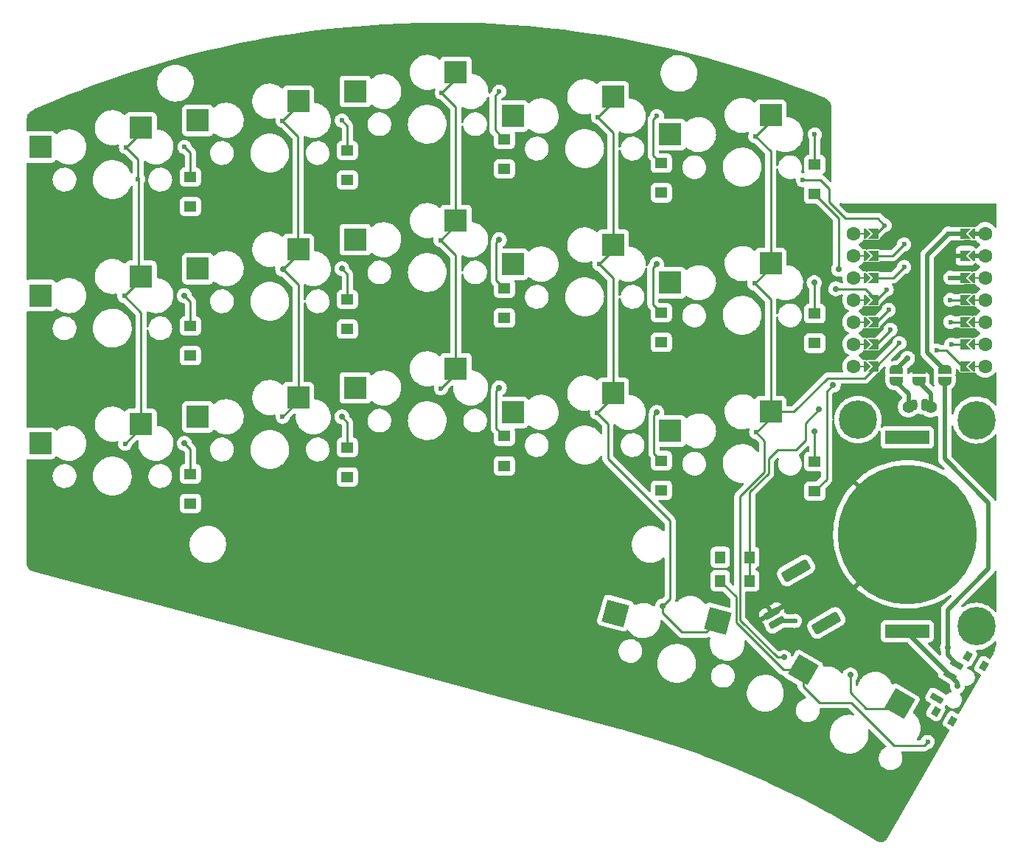
<source format=gbr>
G04 #@! TF.GenerationSoftware,KiCad,Pcbnew,(6.0.6)*
G04 #@! TF.CreationDate,2022-07-07T14:04:19+08:00*
G04 #@! TF.ProjectId,Kretstr_d,4b726574-7374-472e-9464-2e6b69636164,rev?*
G04 #@! TF.SameCoordinates,Original*
G04 #@! TF.FileFunction,Copper,L1,Top*
G04 #@! TF.FilePolarity,Positive*
%FSLAX46Y46*%
G04 Gerber Fmt 4.6, Leading zero omitted, Abs format (unit mm)*
G04 Created by KiCad (PCBNEW (6.0.6)) date 2022-07-07 14:04:19*
%MOMM*%
%LPD*%
G01*
G04 APERTURE LIST*
G04 Aperture macros list*
%AMRoundRect*
0 Rectangle with rounded corners*
0 $1 Rounding radius*
0 $2 $3 $4 $5 $6 $7 $8 $9 X,Y pos of 4 corners*
0 Add a 4 corners polygon primitive as box body*
4,1,4,$2,$3,$4,$5,$6,$7,$8,$9,$2,$3,0*
0 Add four circle primitives for the rounded corners*
1,1,$1+$1,$2,$3*
1,1,$1+$1,$4,$5*
1,1,$1+$1,$6,$7*
1,1,$1+$1,$8,$9*
0 Add four rect primitives between the rounded corners*
20,1,$1+$1,$2,$3,$4,$5,0*
20,1,$1+$1,$4,$5,$6,$7,0*
20,1,$1+$1,$6,$7,$8,$9,0*
20,1,$1+$1,$8,$9,$2,$3,0*%
%AMRotRect*
0 Rectangle, with rotation*
0 The origin of the aperture is its center*
0 $1 length*
0 $2 width*
0 $3 Rotation angle, in degrees counterclockwise*
0 Add horizontal line*
21,1,$1,$2,0,0,$3*%
%AMFreePoly0*
4,1,5,0.125000,-0.500000,-0.125000,-0.500000,-0.125000,0.500000,0.125000,0.500000,0.125000,-0.500000,0.125000,-0.500000,$1*%
%AMFreePoly1*
4,1,6,0.600000,0.200000,0.000000,-0.400000,-0.600000,0.200000,-0.600000,0.400000,0.600000,0.400000,0.600000,0.200000,0.600000,0.200000,$1*%
%AMFreePoly2*
4,1,5,0.254000,-0.500000,-0.254000,-0.500000,-0.254000,0.500000,0.254000,0.500000,0.254000,-0.500000,0.254000,-0.500000,$1*%
%AMFreePoly3*
4,1,6,0.600000,-0.250000,-0.600000,-0.250000,-0.600000,1.000000,0.000000,0.400000,0.600000,1.000000,0.600000,-0.250000,0.600000,-0.250000,$1*%
%AMFreePoly4*
4,1,22,0.500000,-0.750000,0.000000,-0.750000,0.000000,-0.745033,-0.079941,-0.743568,-0.215256,-0.701293,-0.333266,-0.622738,-0.424486,-0.514219,-0.481581,-0.384460,-0.499164,-0.250000,-0.500000,-0.250000,-0.500000,0.250000,-0.499164,0.250000,-0.499963,0.256109,-0.478152,0.396186,-0.417904,0.524511,-0.324060,0.630769,-0.204165,0.706417,-0.067858,0.745374,0.000000,0.744959,0.000000,0.750000,
0.500000,0.750000,0.500000,-0.750000,0.500000,-0.750000,$1*%
%AMFreePoly5*
4,1,20,0.000000,0.744959,0.073905,0.744508,0.209726,0.703889,0.328688,0.626782,0.421226,0.519385,0.479903,0.390333,0.500000,0.250000,0.500000,-0.250000,0.499851,-0.262216,0.476331,-0.402017,0.414519,-0.529596,0.319384,-0.634700,0.198574,-0.708877,0.061801,-0.746166,0.000000,-0.745033,0.000000,-0.750000,-0.500000,-0.750000,-0.500000,0.750000,0.000000,0.750000,0.000000,0.744959,
0.000000,0.744959,$1*%
G04 Aperture macros list end*
G04 #@! TA.AperFunction,ComponentPad*
%ADD10R,5.080000X1.537200*%
G04 #@! TD*
G04 #@! TA.AperFunction,ComponentPad*
%ADD11C,16.000000*%
G04 #@! TD*
G04 #@! TA.AperFunction,SMDPad,CuDef*
%ADD12RotRect,2.600000X2.600000X165.000000*%
G04 #@! TD*
G04 #@! TA.AperFunction,SMDPad,CuDef*
%ADD13R,2.600000X2.600000*%
G04 #@! TD*
G04 #@! TA.AperFunction,ComponentPad*
%ADD14C,4.400000*%
G04 #@! TD*
G04 #@! TA.AperFunction,ComponentPad*
%ADD15R,1.400000X1.200000*%
G04 #@! TD*
G04 #@! TA.AperFunction,SMDPad,CuDef*
%ADD16FreePoly0,90.000000*%
G04 #@! TD*
G04 #@! TA.AperFunction,SMDPad,CuDef*
%ADD17FreePoly1,90.000000*%
G04 #@! TD*
G04 #@! TA.AperFunction,ComponentPad*
%ADD18C,1.600000*%
G04 #@! TD*
G04 #@! TA.AperFunction,SMDPad,CuDef*
%ADD19FreePoly0,270.000000*%
G04 #@! TD*
G04 #@! TA.AperFunction,SMDPad,CuDef*
%ADD20FreePoly2,270.000000*%
G04 #@! TD*
G04 #@! TA.AperFunction,SMDPad,CuDef*
%ADD21FreePoly1,270.000000*%
G04 #@! TD*
G04 #@! TA.AperFunction,SMDPad,CuDef*
%ADD22FreePoly3,90.000000*%
G04 #@! TD*
G04 #@! TA.AperFunction,SMDPad,CuDef*
%ADD23FreePoly3,270.000000*%
G04 #@! TD*
G04 #@! TA.AperFunction,ComponentPad*
%ADD24R,1.200000X1.400000*%
G04 #@! TD*
G04 #@! TA.AperFunction,ComponentPad*
%ADD25C,1.397000*%
G04 #@! TD*
G04 #@! TA.AperFunction,SMDPad,CuDef*
%ADD26FreePoly4,90.000000*%
G04 #@! TD*
G04 #@! TA.AperFunction,SMDPad,CuDef*
%ADD27FreePoly5,90.000000*%
G04 #@! TD*
G04 #@! TA.AperFunction,SMDPad,CuDef*
%ADD28RoundRect,0.200000X0.749519X0.201795X0.549519X0.548205X-0.749519X-0.201795X-0.549519X-0.548205X0*%
G04 #@! TD*
G04 #@! TA.AperFunction,SMDPad,CuDef*
%ADD29RoundRect,0.250000X1.434086X0.366090X1.034086X1.058910X-1.434086X-0.366090X-1.034086X-1.058910X0*%
G04 #@! TD*
G04 #@! TA.AperFunction,ComponentPad*
%ADD30RoundRect,0.200000X0.200000X0.450000X-0.200000X0.450000X-0.200000X-0.450000X0.200000X-0.450000X0*%
G04 #@! TD*
G04 #@! TA.AperFunction,ComponentPad*
%ADD31O,0.800000X1.300000*%
G04 #@! TD*
G04 #@! TA.AperFunction,SMDPad,CuDef*
%ADD32RotRect,2.600000X2.600000X150.000000*%
G04 #@! TD*
G04 #@! TA.AperFunction,SMDPad,CuDef*
%ADD33RotRect,1.000000X0.800000X60.000000*%
G04 #@! TD*
G04 #@! TA.AperFunction,SMDPad,CuDef*
%ADD34RotRect,0.700000X1.500000X60.000000*%
G04 #@! TD*
G04 #@! TA.AperFunction,ViaPad*
%ADD35C,0.700000*%
G04 #@! TD*
G04 #@! TA.AperFunction,ViaPad*
%ADD36C,0.600000*%
G04 #@! TD*
G04 #@! TA.AperFunction,Conductor*
%ADD37C,0.250000*%
G04 #@! TD*
G04 #@! TA.AperFunction,Conductor*
%ADD38C,0.508000*%
G04 #@! TD*
G04 #@! TA.AperFunction,Conductor*
%ADD39C,0.500000*%
G04 #@! TD*
G04 APERTURE END LIST*
D10*
X180744575Y-95967800D03*
X180744575Y-118205000D03*
D11*
X180744575Y-107086400D03*
D12*
X158964155Y-116995442D03*
X147238310Y-116131119D03*
D13*
X128884575Y-54038800D03*
X117334575Y-56238800D03*
D14*
X175086950Y-93903800D03*
D15*
X116428333Y-100481591D03*
X116428333Y-97081591D03*
D13*
X92714975Y-94430800D03*
X81164975Y-96630800D03*
D15*
X170123933Y-85139991D03*
X170123933Y-81739991D03*
D16*
X175701375Y-85236800D03*
D17*
X176209375Y-80156800D03*
X176209375Y-72536800D03*
D18*
X189696775Y-85236800D03*
D19*
X188604575Y-87776800D03*
D17*
X176209375Y-77616800D03*
X176209375Y-87776800D03*
X176209375Y-75076800D03*
D18*
X174594175Y-85236800D03*
D19*
X188604575Y-82696800D03*
D20*
X188604575Y-72536800D03*
D18*
X189696775Y-72536800D03*
D19*
X188604575Y-80156800D03*
D16*
X175701375Y-80156800D03*
D21*
X188096575Y-80156800D03*
D16*
X175701375Y-82696800D03*
D21*
X188096575Y-77616800D03*
D16*
X175701375Y-72536800D03*
D18*
X174594175Y-75076800D03*
D21*
X188096575Y-82696800D03*
X188096575Y-72536800D03*
D18*
X189696775Y-75076800D03*
X189696775Y-80156800D03*
D17*
X176209375Y-82696800D03*
D16*
X175701375Y-77616800D03*
D18*
X174594175Y-87776800D03*
X189696775Y-77616800D03*
X174594175Y-80156800D03*
D16*
X175701375Y-75076800D03*
D17*
X176209375Y-85236800D03*
D18*
X174594175Y-72536800D03*
X174594175Y-82696800D03*
D20*
X188604575Y-75076800D03*
D18*
X189696775Y-82696800D03*
D16*
X175701375Y-87776800D03*
D19*
X188604575Y-85236800D03*
D21*
X188096575Y-85236800D03*
X188096575Y-87776800D03*
D18*
X189696775Y-87776800D03*
D21*
X188096575Y-75076800D03*
D18*
X174594175Y-77616800D03*
D19*
X188604575Y-77616800D03*
D22*
X177225375Y-72536800D03*
X177225375Y-75076800D03*
X177225375Y-77616800D03*
X177225375Y-80156800D03*
X177225375Y-82696800D03*
X177225375Y-85236800D03*
X177225375Y-87776800D03*
D23*
X187080575Y-87776800D03*
X187080575Y-85236800D03*
X187080575Y-82696800D03*
X187080575Y-80156800D03*
X187080575Y-77616800D03*
X187080575Y-75076800D03*
X187080575Y-72536800D03*
D13*
X146969375Y-73856800D03*
X135419375Y-76056800D03*
D24*
X162670585Y-112408168D03*
X159270585Y-112408168D03*
D25*
X183428375Y-92430600D03*
D15*
X152496333Y-85035391D03*
X152496333Y-81635391D03*
D13*
X165054175Y-75990400D03*
X153504175Y-78190400D03*
D26*
X185043750Y-89486968D03*
D27*
X185043750Y-88186968D03*
D15*
X152496333Y-67867791D03*
X152496333Y-64467791D03*
D28*
X165807900Y-117215723D03*
X165182900Y-116133191D03*
D29*
X167979774Y-111227519D03*
X171454774Y-117246395D03*
D30*
X182777975Y-92176600D03*
D31*
X181527975Y-92176600D03*
D15*
X152496333Y-102005591D03*
X152496333Y-98605591D03*
X98394333Y-69442791D03*
X98394333Y-66042791D03*
D13*
X110799775Y-57346800D03*
X99249775Y-59546800D03*
D15*
X116428333Y-83511391D03*
X116428333Y-80111391D03*
D13*
X165054175Y-93008400D03*
X153504175Y-95208400D03*
D14*
X188675950Y-117652800D03*
D13*
X128884575Y-71056800D03*
X117334575Y-73256800D03*
D26*
X179506550Y-89486968D03*
D27*
X179506550Y-88186968D03*
D15*
X134462333Y-99205591D03*
X134462333Y-95805591D03*
X134462333Y-65118791D03*
X134462333Y-61718791D03*
D32*
X179884008Y-126507717D03*
X168781415Y-122637973D03*
D13*
X92714975Y-77463600D03*
X81164975Y-79663600D03*
D25*
X180888375Y-92430600D03*
D15*
X134462333Y-82235391D03*
X134462333Y-78835391D03*
D14*
X188675950Y-93954600D03*
D15*
X98394333Y-86559391D03*
X98394333Y-83159391D03*
X116428333Y-66394791D03*
X116428333Y-62994791D03*
D13*
X110799775Y-74364800D03*
X99249775Y-76564800D03*
X128884575Y-88074800D03*
X117334575Y-90274800D03*
X146969375Y-90874800D03*
X135419375Y-93074800D03*
X92714975Y-60394800D03*
X81164975Y-62594800D03*
D26*
X182071950Y-89486968D03*
D27*
X182071950Y-88186968D03*
D33*
X185930366Y-128513793D03*
X189580366Y-122191807D03*
X184016450Y-127408793D03*
X187666450Y-121086807D03*
D34*
X184153534Y-125871357D03*
X185653534Y-123273281D03*
X186403534Y-121974243D03*
D13*
X146969375Y-56838600D03*
X135419375Y-59038600D03*
X110799775Y-91382800D03*
X99249775Y-93582800D03*
D24*
X162670585Y-109715768D03*
X159270585Y-109715768D03*
D15*
X98394333Y-103529591D03*
X98394333Y-100129591D03*
X170123933Y-102110191D03*
X170123933Y-98710191D03*
D13*
X165054175Y-58972400D03*
X153504175Y-61172400D03*
D15*
X170123933Y-68023391D03*
X170123933Y-64623391D03*
D35*
X181436950Y-75057000D03*
X182402174Y-70078595D03*
D36*
X185705975Y-80162400D03*
D35*
X172867122Y-76631800D03*
X81164975Y-62594800D03*
D36*
X97714975Y-62594800D03*
X185714486Y-82690168D03*
X115799775Y-59546800D03*
D35*
X99249775Y-59546800D03*
X172245185Y-89954568D03*
D36*
X185808785Y-85280968D03*
X133884575Y-56238800D03*
D35*
X117334575Y-56238800D03*
D36*
X184129350Y-85979000D03*
D35*
X170631933Y-92736391D03*
D36*
X151988333Y-59055991D03*
D35*
X135419375Y-59038600D03*
X153504175Y-61172400D03*
D36*
X170123933Y-61172400D03*
D35*
X81164975Y-79663600D03*
X97714975Y-79663600D03*
X99249775Y-76564800D03*
X115799775Y-76564800D03*
X117334575Y-73770800D03*
X133884575Y-73256800D03*
X151969375Y-76056800D03*
X135419375Y-76056800D03*
X153504175Y-78190400D03*
X170054175Y-78190400D03*
X81164975Y-96630800D03*
X97714975Y-96630800D03*
X99249775Y-93582800D03*
X115799775Y-93582800D03*
X117334575Y-90788800D03*
X133884575Y-90274800D03*
X151969375Y-93074800D03*
X135419375Y-92560800D03*
X170063849Y-95218074D03*
X153504175Y-95208400D03*
X147238310Y-116131119D03*
D36*
X183114135Y-130912973D03*
D35*
X168228950Y-71297800D03*
X104325585Y-81572568D03*
X104477985Y-96253768D03*
X116415985Y-71107768D03*
X168787750Y-75209400D03*
X185367375Y-75057000D03*
X140698385Y-80607368D03*
X122816785Y-96196968D03*
X155401950Y-74980800D03*
X158579985Y-82893368D03*
X167920271Y-115274457D03*
X168828533Y-83643191D03*
X137357933Y-72511991D03*
X114533350Y-54889400D03*
X140749185Y-95745768D03*
X187888550Y-89941400D03*
X189260150Y-98882200D03*
X149803933Y-69342991D03*
X170413350Y-57683400D03*
X122359585Y-79432968D03*
X158783185Y-98285768D03*
D36*
X97212375Y-76200000D03*
D35*
X190326950Y-113715800D03*
D36*
X185705975Y-77622400D03*
X168752333Y-66396591D03*
X178153775Y-71602600D03*
X90811575Y-79705200D03*
X91014775Y-62636400D03*
X90913175Y-96672400D03*
X92399933Y-66269591D03*
D35*
X110761064Y-74409768D03*
D36*
X108997975Y-59588400D03*
X180385533Y-73787991D03*
D35*
X109014975Y-76631800D03*
D36*
X108997975Y-93573600D03*
X127184375Y-90316400D03*
X127133575Y-73298400D03*
X180388975Y-76377800D03*
X127285975Y-56382000D03*
D35*
X128884575Y-71056800D03*
D36*
X145370775Y-76047600D03*
D35*
X146969375Y-73856800D03*
D36*
X145218375Y-59181800D03*
X145116775Y-93116400D03*
D35*
X172549985Y-78880168D03*
X152637341Y-115300177D03*
D36*
X178388950Y-78968600D03*
X163303175Y-61366400D03*
D35*
X166577974Y-121208795D03*
D36*
X163404775Y-95351600D03*
X163201575Y-78282800D03*
X179862150Y-85140800D03*
D35*
X174211542Y-123232717D03*
D36*
X178814175Y-83591400D03*
X178610975Y-81305400D03*
D35*
X186516950Y-124510800D03*
D36*
X167847974Y-117017795D03*
X185502775Y-72542400D03*
D35*
X185043750Y-88214200D03*
X182097350Y-89585800D03*
X179506550Y-89598968D03*
X185376985Y-120065800D03*
X180776550Y-86893395D03*
X185043750Y-89535000D03*
D37*
X184129350Y-85979000D02*
X185282775Y-85979000D01*
X185282775Y-85979000D02*
X187080575Y-87776800D01*
X179862150Y-85140800D02*
X177226150Y-87776800D01*
D38*
X185653534Y-123273281D02*
X180744575Y-118364322D01*
D37*
X172867133Y-70766591D02*
X170123933Y-68023391D01*
X172867133Y-76631789D02*
X172867133Y-70766591D01*
X185705975Y-80162400D02*
X187074975Y-80162400D01*
X172867122Y-76631800D02*
X172867133Y-76631789D01*
X97714975Y-62594800D02*
X98394333Y-63274158D01*
X98394333Y-63274158D02*
X98394333Y-66042791D01*
X185714486Y-82690168D02*
X185721118Y-82696800D01*
X185721118Y-82696800D02*
X187080575Y-82696800D01*
X115799775Y-59546800D02*
X116428333Y-60175358D01*
X116428333Y-60175358D02*
X116428333Y-62994791D01*
X185808785Y-85280968D02*
X185852953Y-85236800D01*
X171495533Y-100738591D02*
X170123933Y-102110191D01*
X185852953Y-85236800D02*
X187080575Y-85236800D01*
X172245185Y-89954568D02*
X171495533Y-90704220D01*
X171495533Y-90704220D02*
X171495533Y-100738591D01*
X133395533Y-60651991D02*
X134462333Y-61718791D01*
X133884575Y-56238800D02*
X133395533Y-56727842D01*
X133395533Y-56727842D02*
X133395533Y-60651991D01*
X165832153Y-97409000D02*
X167940353Y-97409000D01*
X162670585Y-102221568D02*
X164820705Y-100071448D01*
X164820705Y-98420448D02*
X165832153Y-97409000D01*
X167940353Y-97409000D02*
X169044785Y-96304568D01*
X169044785Y-96304568D02*
X169044785Y-94323539D01*
X162670585Y-109715768D02*
X162670585Y-102221568D01*
X169044785Y-94323539D02*
X170631933Y-92736391D01*
X164820705Y-100071448D02*
X164820705Y-98420448D01*
X162670585Y-112408168D02*
X162670585Y-109715768D01*
X151581933Y-63553391D02*
X152496333Y-64467791D01*
X151581933Y-59462391D02*
X151581933Y-63553391D01*
X151988333Y-59055991D02*
X151581933Y-59462391D01*
X170123933Y-61172400D02*
X170123933Y-64623391D01*
X98394333Y-80342958D02*
X97714975Y-79663600D01*
X98394333Y-83159391D02*
X98394333Y-80342958D01*
X116428333Y-80111391D02*
X116428333Y-77193358D01*
X116428333Y-77193358D02*
X115799775Y-76564800D01*
X134462333Y-78835391D02*
X133547933Y-77920991D01*
X133547933Y-77920991D02*
X133547933Y-73593442D01*
X133547933Y-73593442D02*
X133884575Y-73256800D01*
X151531133Y-80670191D02*
X151531133Y-76495042D01*
X152496333Y-81635391D02*
X151531133Y-80670191D01*
X151531133Y-76495042D02*
X151969375Y-76056800D01*
X170123933Y-78260158D02*
X170054175Y-78190400D01*
X170123933Y-81739991D02*
X170123933Y-78260158D01*
X98394333Y-100129591D02*
X98394333Y-97310158D01*
X98394333Y-97310158D02*
X97714975Y-96630800D01*
X116428333Y-97081591D02*
X116428333Y-94211358D01*
X116428333Y-94211358D02*
X115799775Y-93582800D01*
X134462333Y-95805591D02*
X133547933Y-94891191D01*
X133547933Y-94891191D02*
X133547933Y-90611442D01*
X133547933Y-90611442D02*
X133884575Y-90274800D01*
X152496333Y-98605591D02*
X151658133Y-97767391D01*
X151658133Y-93386042D02*
X151969375Y-93074800D01*
X151658133Y-97767391D02*
X151658133Y-93386042D01*
X170123933Y-98710191D02*
X170123933Y-95278158D01*
X170123933Y-95278158D02*
X170063849Y-95218074D01*
X179219857Y-131343868D02*
X174280025Y-126404036D01*
X170670385Y-126404036D02*
X168781415Y-124515066D01*
X168781415Y-122637973D02*
X166546652Y-122637973D01*
X174280025Y-126404036D02*
X170670385Y-126404036D01*
X161076385Y-117167706D02*
X161076385Y-114213968D01*
X166546652Y-122637973D02*
X161076385Y-117167706D01*
X168781415Y-124515066D02*
X168781415Y-122637973D01*
X183114135Y-130912973D02*
X182683240Y-131343868D01*
X182683240Y-131343868D02*
X179219857Y-131343868D01*
X161076385Y-114213968D02*
X159270585Y-112408168D01*
D38*
X185387175Y-75076800D02*
X185367375Y-75057000D01*
X187080575Y-75076800D02*
X185387175Y-75076800D01*
D39*
X187074975Y-77622400D02*
X187080575Y-77616800D01*
X185705975Y-77622400D02*
X187074975Y-77622400D01*
D37*
X92714975Y-77801800D02*
X90811575Y-79705200D01*
X173628142Y-70789800D02*
X171749533Y-68911191D01*
X92714975Y-94870600D02*
X90913175Y-96672400D01*
X92714975Y-94430800D02*
X92714975Y-81608600D01*
X92399933Y-66269591D02*
X92408264Y-66277922D01*
X171749533Y-67412591D02*
X170733533Y-66396591D01*
X92714975Y-60936200D02*
X91014775Y-62636400D01*
X178153775Y-71602600D02*
X177225375Y-72531000D01*
X177340975Y-70789800D02*
X173628142Y-70789800D01*
X171749533Y-68911191D02*
X171749533Y-67412591D01*
X92714975Y-81608600D02*
X90811575Y-79705200D01*
X92408264Y-66277922D02*
X92408264Y-77156889D01*
X92399933Y-66269591D02*
X92399933Y-64021558D01*
X170733533Y-66396591D02*
X168752333Y-66396591D01*
X92399933Y-64021558D02*
X91014775Y-62636400D01*
X178153775Y-71602600D02*
X177340975Y-70789800D01*
X110799775Y-91382800D02*
X110799775Y-78416600D01*
X110799775Y-78416600D02*
X109014975Y-76631800D01*
X110761064Y-61351489D02*
X108997975Y-59588400D01*
X110761064Y-74409768D02*
X110761064Y-61351489D01*
X110799775Y-74847000D02*
X109014975Y-76631800D01*
X110799775Y-91771800D02*
X108997975Y-93573600D01*
X179096724Y-75076800D02*
X177225375Y-75076800D01*
X180385533Y-73787991D02*
X179096724Y-75076800D01*
X110799775Y-57786600D02*
X108997975Y-59588400D01*
X128884575Y-57980600D02*
X128884575Y-71056800D01*
X179149975Y-77616800D02*
X177225375Y-77616800D01*
X128884575Y-88616200D02*
X127184375Y-90316400D01*
X128884575Y-71547400D02*
X127133575Y-73298400D01*
X128884575Y-75049400D02*
X127133575Y-73298400D01*
X127285975Y-56382000D02*
X128884575Y-57980600D01*
X128884575Y-88074800D02*
X128884575Y-75049400D01*
X128884575Y-54783400D02*
X127285975Y-56382000D01*
X180388975Y-76377800D02*
X179149975Y-77616800D01*
X146969375Y-77646200D02*
X145370775Y-76047600D01*
X146374933Y-98400591D02*
X153496950Y-105522608D01*
X146374933Y-94374558D02*
X146374933Y-98400591D01*
X154887734Y-118313668D02*
X157645929Y-118313668D01*
X145218375Y-59181800D02*
X146969375Y-60932800D01*
X145116775Y-93116400D02*
X146374933Y-94374558D01*
X153496950Y-114440568D02*
X152637341Y-115300177D01*
X152637341Y-116063275D02*
X152637341Y-115300177D01*
X153496950Y-105522608D02*
X153496950Y-114440568D01*
X145218375Y-59181800D02*
X146969375Y-57430800D01*
X146969375Y-90874800D02*
X146969375Y-77646200D01*
X146969375Y-74449000D02*
X145370775Y-76047600D01*
X157645929Y-118313668D02*
X158964155Y-116995442D01*
X177206495Y-80175680D02*
X175910983Y-78880168D01*
X178388950Y-78993225D02*
X177206495Y-80175680D01*
X146969375Y-60983800D02*
X146969375Y-73856800D01*
X175910983Y-78880168D02*
X172549985Y-78880168D01*
X154887734Y-118313668D02*
X152637341Y-116063275D01*
X178388950Y-78968600D02*
X178388950Y-78993225D01*
X146969375Y-91263800D02*
X145116775Y-93116400D01*
X163303175Y-61366400D02*
X165054175Y-63117400D01*
X178570326Y-127076668D02*
X176052618Y-127076668D01*
X161526385Y-102730050D02*
X164371185Y-99885250D01*
X164371185Y-99885250D02*
X164371185Y-96318010D01*
X165054175Y-93008400D02*
X165054175Y-80135400D01*
X167752750Y-93008400D02*
X165054175Y-93008400D01*
X175860407Y-89141768D02*
X171619382Y-89141768D01*
X166577974Y-121208795D02*
X165815974Y-121208795D01*
X164371185Y-96318010D02*
X163404775Y-95351600D01*
X165815974Y-121208795D02*
X161526385Y-116919206D01*
X165054175Y-80135400D02*
X163201575Y-78282800D01*
X165054175Y-63117400D02*
X165054175Y-75990400D01*
X165054175Y-59615400D02*
X163303175Y-61366400D01*
X174211542Y-125235592D02*
X174211542Y-123232717D01*
X171619382Y-89141768D02*
X167752750Y-93008400D01*
X165054175Y-93702200D02*
X163404775Y-95351600D01*
X176052618Y-127076668D02*
X174211542Y-125235592D01*
X177225375Y-87776800D02*
X175860407Y-89141768D01*
X161526385Y-116919206D02*
X161526385Y-102730050D01*
X163201575Y-78282800D02*
X165054175Y-76430200D01*
X178814175Y-83591400D02*
X178814175Y-83648000D01*
X178814175Y-83648000D02*
X177225375Y-85236800D01*
X178610975Y-81305400D02*
X178610975Y-81311200D01*
X178610975Y-81311200D02*
X177225375Y-82696800D01*
D38*
X186516950Y-124510800D02*
X186516950Y-124136697D01*
X167847974Y-117017795D02*
X166005828Y-117017795D01*
X186516950Y-124136697D02*
X185653534Y-123273281D01*
X185043750Y-88214200D02*
X183011750Y-86182200D01*
X183011750Y-75033425D02*
X185502775Y-72542400D01*
X187074975Y-72542400D02*
X187080575Y-72536800D01*
X185502775Y-72542400D02*
X187074975Y-72542400D01*
X183011750Y-86182200D02*
X183011750Y-75033425D01*
X182097350Y-89585800D02*
X183428375Y-90916825D01*
X183428375Y-90916825D02*
X183428375Y-92430600D01*
X180888375Y-90980793D02*
X180888375Y-92430600D01*
X179506550Y-89598968D02*
X180888375Y-90980793D01*
X185043750Y-98399600D02*
X185043750Y-89535000D01*
X190075985Y-103431835D02*
X185043750Y-98399600D01*
X185376985Y-120947694D02*
X186403534Y-121974243D01*
X180776550Y-86893395D02*
X180776550Y-86916968D01*
X185376985Y-120065800D02*
X185376985Y-115744765D01*
X185376985Y-115744765D02*
X190075985Y-111045765D01*
X180776550Y-86916968D02*
X179506550Y-88186968D01*
X190075985Y-111045765D02*
X190075985Y-103431835D01*
X185376985Y-120065800D02*
X185376985Y-120947694D01*
G04 #@! TA.AperFunction,Conductor*
G36*
X127736719Y-48315845D02*
G01*
X128880460Y-48320552D01*
X128882645Y-48320580D01*
X130958433Y-48366516D01*
X130960672Y-48366586D01*
X131608255Y-48392591D01*
X133035365Y-48449901D01*
X133037631Y-48450013D01*
X135110359Y-48570672D01*
X135112624Y-48570824D01*
X137182907Y-48728799D01*
X137185168Y-48728992D01*
X139252273Y-48924225D01*
X139254530Y-48924459D01*
X141317728Y-49156883D01*
X141319981Y-49157157D01*
X142743871Y-49343587D01*
X143378743Y-49426711D01*
X143380957Y-49427022D01*
X143898427Y-49504277D01*
X145434476Y-49733603D01*
X145436717Y-49733958D01*
X146522682Y-49916138D01*
X147484452Y-50077484D01*
X147486622Y-50077868D01*
X148448275Y-50257058D01*
X149527802Y-50458212D01*
X149530029Y-50458648D01*
X151563996Y-50875684D01*
X151566215Y-50876160D01*
X153592300Y-51329750D01*
X153594510Y-51330265D01*
X155612216Y-51820300D01*
X155614416Y-51820856D01*
X157622865Y-52347121D01*
X157625055Y-52347716D01*
X159623713Y-52910073D01*
X159625892Y-52910707D01*
X161614114Y-53508972D01*
X161616281Y-53509645D01*
X163593456Y-54143636D01*
X163595607Y-54144348D01*
X165561000Y-54813830D01*
X165563101Y-54814567D01*
X167516139Y-55519344D01*
X167518186Y-55520104D01*
X168948462Y-56065544D01*
X169458277Y-56259964D01*
X169460390Y-56260792D01*
X171340511Y-57016843D01*
X171359984Y-57026712D01*
X171365685Y-57030253D01*
X171375278Y-57036212D01*
X171377787Y-57036910D01*
X171380010Y-57038260D01*
X171387945Y-57040382D01*
X171387949Y-57040384D01*
X171389011Y-57040668D01*
X171415491Y-57051077D01*
X171537926Y-57116019D01*
X171556169Y-57127816D01*
X171578818Y-57145406D01*
X171685990Y-57228638D01*
X171701934Y-57243392D01*
X171812511Y-57365020D01*
X171825673Y-57382279D01*
X171882263Y-57471503D01*
X171913718Y-57521098D01*
X171923728Y-57540377D01*
X171928951Y-57552989D01*
X171986617Y-57692250D01*
X171993165Y-57712958D01*
X172021598Y-57840128D01*
X172029030Y-57873371D01*
X172031925Y-57894900D01*
X172037884Y-58020715D01*
X172038296Y-58029407D01*
X172037102Y-58045714D01*
X172037504Y-58045735D01*
X172037045Y-58054701D01*
X172035319Y-58063510D01*
X172036135Y-58072449D01*
X172036135Y-58072450D01*
X172039353Y-58107695D01*
X172039875Y-58119151D01*
X172039875Y-66502838D01*
X172019873Y-66570959D01*
X171966217Y-66617452D01*
X171895943Y-66627556D01*
X171831363Y-66598062D01*
X171824779Y-66591933D01*
X171628458Y-66395611D01*
X171237180Y-66004333D01*
X171229646Y-65996054D01*
X171225533Y-65989573D01*
X171175881Y-65942947D01*
X171173040Y-65940193D01*
X171153303Y-65920456D01*
X171150106Y-65917976D01*
X171141084Y-65910271D01*
X171134277Y-65903879D01*
X171108854Y-65880005D01*
X171099414Y-65874815D01*
X171097835Y-65873227D01*
X171095494Y-65871526D01*
X171095768Y-65871148D01*
X171049357Y-65824468D01*
X171034467Y-65755050D01*
X171059469Y-65688602D01*
X171084552Y-65663578D01*
X171187194Y-65586652D01*
X171274548Y-65470096D01*
X171325678Y-65333707D01*
X171332433Y-65271525D01*
X171332433Y-63975257D01*
X171325678Y-63913075D01*
X171274548Y-63776686D01*
X171187194Y-63660130D01*
X171070638Y-63572776D01*
X170934249Y-63521646D01*
X170872067Y-63514891D01*
X170872191Y-63513752D01*
X170809699Y-63491680D01*
X170766165Y-63435597D01*
X170757433Y-63389507D01*
X170757433Y-61718020D01*
X170778485Y-61648293D01*
X170810918Y-61599477D01*
X170847576Y-61544302D01*
X170897993Y-61411580D01*
X170909488Y-61381320D01*
X170909489Y-61381318D01*
X170911988Y-61374738D01*
X170913771Y-61362053D01*
X170936681Y-61199039D01*
X170936681Y-61199036D01*
X170937232Y-61195117D01*
X170937549Y-61172400D01*
X170917330Y-60992145D01*
X170914632Y-60984398D01*
X170859997Y-60827506D01*
X170859995Y-60827503D01*
X170857678Y-60820848D01*
X170840311Y-60793055D01*
X170765292Y-60672998D01*
X170761559Y-60667024D01*
X170756597Y-60662027D01*
X170638711Y-60543315D01*
X170638707Y-60543312D01*
X170633748Y-60538318D01*
X170623451Y-60531783D01*
X170557535Y-60489952D01*
X170480599Y-60441127D01*
X170416114Y-60418165D01*
X170316358Y-60382643D01*
X170316353Y-60382642D01*
X170309723Y-60380281D01*
X170302735Y-60379448D01*
X170302732Y-60379447D01*
X170179631Y-60364768D01*
X170129613Y-60358804D01*
X170122610Y-60359540D01*
X170122609Y-60359540D01*
X169956221Y-60377028D01*
X169956219Y-60377029D01*
X169949221Y-60377764D01*
X169777512Y-60436218D01*
X169771508Y-60439912D01*
X169629028Y-60527566D01*
X169629025Y-60527568D01*
X169623021Y-60531262D01*
X169617986Y-60536193D01*
X169617983Y-60536195D01*
X169514288Y-60637741D01*
X169493426Y-60658171D01*
X169395168Y-60810638D01*
X169392759Y-60817258D01*
X169392757Y-60817261D01*
X169339764Y-60962859D01*
X169333130Y-60981085D01*
X169310396Y-61161040D01*
X169328096Y-61341560D01*
X169385351Y-61513673D01*
X169388998Y-61519695D01*
X169388999Y-61519697D01*
X169472209Y-61657094D01*
X169490433Y-61722365D01*
X169490433Y-63389507D01*
X169470431Y-63457628D01*
X169416775Y-63504121D01*
X169375726Y-63514217D01*
X169375799Y-63514891D01*
X169313617Y-63521646D01*
X169177228Y-63572776D01*
X169060672Y-63660130D01*
X168973318Y-63776686D01*
X168922188Y-63913075D01*
X168915433Y-63975257D01*
X168915433Y-65271525D01*
X168922188Y-65333707D01*
X168941433Y-65385041D01*
X168955024Y-65421296D01*
X168960207Y-65492103D01*
X168926286Y-65554472D01*
X168864031Y-65588602D01*
X168822124Y-65590640D01*
X168758013Y-65582995D01*
X168751010Y-65583731D01*
X168751008Y-65583731D01*
X168678945Y-65591305D01*
X168609107Y-65578533D01*
X168557260Y-65530031D01*
X168539866Y-65461198D01*
X168545442Y-65428634D01*
X168611664Y-65215367D01*
X168629163Y-65083337D01*
X168641275Y-64991953D01*
X168641275Y-64991948D01*
X168641975Y-64986668D01*
X168641158Y-64964889D01*
X168633521Y-64761463D01*
X168633321Y-64756132D01*
X168585947Y-64530350D01*
X168563723Y-64474074D01*
X168537816Y-64408475D01*
X168501208Y-64315778D01*
X168398706Y-64146860D01*
X168384297Y-64123114D01*
X168384296Y-64123113D01*
X168381528Y-64118551D01*
X168376699Y-64112986D01*
X168233828Y-63948341D01*
X168233826Y-63948339D01*
X168230328Y-63944308D01*
X168150739Y-63879049D01*
X168056060Y-63801416D01*
X168056054Y-63801412D01*
X168051932Y-63798032D01*
X167851440Y-63683906D01*
X167846424Y-63682085D01*
X167846419Y-63682083D01*
X167639600Y-63607011D01*
X167639596Y-63607010D01*
X167634585Y-63605191D01*
X167629336Y-63604242D01*
X167629333Y-63604241D01*
X167411652Y-63564878D01*
X167411645Y-63564877D01*
X167407568Y-63564140D01*
X167389831Y-63563304D01*
X167384883Y-63563070D01*
X167384876Y-63563070D01*
X167383395Y-63563000D01*
X167221250Y-63563000D01*
X167154294Y-63568681D01*
X167054613Y-63577139D01*
X167054609Y-63577140D01*
X167049302Y-63577590D01*
X167044147Y-63578928D01*
X167044141Y-63578929D01*
X166831172Y-63634205D01*
X166831168Y-63634206D01*
X166826003Y-63635547D01*
X166821137Y-63637739D01*
X166821134Y-63637740D01*
X166637009Y-63720682D01*
X166615660Y-63730299D01*
X166611240Y-63733275D01*
X166611236Y-63733277D01*
X166563625Y-63765331D01*
X166424290Y-63859138D01*
X166257363Y-64018378D01*
X166254175Y-64022663D01*
X166124655Y-64196745D01*
X166119654Y-64203466D01*
X166117239Y-64208216D01*
X166018241Y-64402931D01*
X166015098Y-64409112D01*
X165990981Y-64486782D01*
X165948270Y-64624330D01*
X165948269Y-64624336D01*
X165946686Y-64629433D01*
X165938583Y-64690571D01*
X165909804Y-64755473D01*
X165850505Y-64794513D01*
X165779512Y-64795296D01*
X165719367Y-64757574D01*
X165689163Y-64693322D01*
X165687675Y-64674016D01*
X165687675Y-63196167D01*
X165688202Y-63184984D01*
X165689877Y-63177491D01*
X165689627Y-63169517D01*
X165687737Y-63109401D01*
X165687675Y-63105443D01*
X165687675Y-63079033D01*
X165707677Y-63010912D01*
X165761333Y-62964419D01*
X165831607Y-62954315D01*
X165864921Y-62963925D01*
X166090550Y-63064382D01*
X166150482Y-63081567D01*
X166339836Y-63135863D01*
X166360565Y-63141807D01*
X166364915Y-63142418D01*
X166364918Y-63142419D01*
X166453129Y-63154816D01*
X166638727Y-63180900D01*
X166849321Y-63180900D01*
X166851507Y-63180747D01*
X166851511Y-63180747D01*
X167055002Y-63166518D01*
X167055007Y-63166517D01*
X167059387Y-63166211D01*
X167334145Y-63107809D01*
X167338274Y-63106306D01*
X167338278Y-63106305D01*
X167593956Y-63013246D01*
X167593960Y-63013244D01*
X167598101Y-63011737D01*
X167846117Y-62879864D01*
X167861798Y-62868471D01*
X168069804Y-62717347D01*
X168069807Y-62717344D01*
X168073367Y-62714758D01*
X168085094Y-62703434D01*
X168174480Y-62617114D01*
X168275427Y-62519631D01*
X168440960Y-62307757D01*
X168445656Y-62301747D01*
X168445657Y-62301746D01*
X168448363Y-62298282D01*
X168450559Y-62294478D01*
X168450564Y-62294471D01*
X168571832Y-62084427D01*
X168588811Y-62055019D01*
X168694037Y-61794576D01*
X168705945Y-61746816D01*
X168760928Y-61526293D01*
X168760929Y-61526288D01*
X168761992Y-61522024D01*
X168762604Y-61516207D01*
X168790894Y-61247036D01*
X168790894Y-61247033D01*
X168791353Y-61242667D01*
X168791200Y-61238273D01*
X168781704Y-60966339D01*
X168781703Y-60966333D01*
X168781550Y-60961942D01*
X168780700Y-60957116D01*
X168744517Y-60751916D01*
X168732773Y-60685313D01*
X168645972Y-60418165D01*
X168637843Y-60401497D01*
X168565964Y-60254125D01*
X168522835Y-60165698D01*
X168520380Y-60162059D01*
X168520377Y-60162053D01*
X168441542Y-60045176D01*
X168365760Y-59932824D01*
X168356906Y-59922990D01*
X168267751Y-59823974D01*
X168177804Y-59724078D01*
X168138062Y-59690730D01*
X168051994Y-59618511D01*
X167962625Y-59543521D01*
X167762762Y-59418633D01*
X167728135Y-59396996D01*
X167724411Y-59394669D01*
X167499361Y-59294470D01*
X167471814Y-59282205D01*
X167471812Y-59282204D01*
X167467800Y-59280418D01*
X167197785Y-59202993D01*
X167193435Y-59202382D01*
X167193432Y-59202381D01*
X166971139Y-59171140D01*
X166906465Y-59141852D01*
X166867892Y-59082248D01*
X166862675Y-59046366D01*
X166862675Y-57624266D01*
X166855920Y-57562084D01*
X166804790Y-57425695D01*
X166717436Y-57309139D01*
X166600880Y-57221785D01*
X166464491Y-57170655D01*
X166402309Y-57163900D01*
X163706041Y-57163900D01*
X163643859Y-57170655D01*
X163507470Y-57221785D01*
X163390914Y-57309139D01*
X163303560Y-57425695D01*
X163301126Y-57432187D01*
X163251596Y-57481605D01*
X163182205Y-57496619D01*
X163110344Y-57467472D01*
X163000544Y-57375339D01*
X162962625Y-57343521D01*
X162724411Y-57194669D01*
X162522327Y-57104695D01*
X162471814Y-57082205D01*
X162471812Y-57082204D01*
X162467800Y-57080418D01*
X162316351Y-57036991D01*
X162202012Y-57004205D01*
X162202011Y-57004205D01*
X162197785Y-57002993D01*
X162193435Y-57002382D01*
X162193432Y-57002381D01*
X162064542Y-56984267D01*
X161919623Y-56963900D01*
X161709029Y-56963900D01*
X161706843Y-56964053D01*
X161706839Y-56964053D01*
X161503348Y-56978282D01*
X161503343Y-56978283D01*
X161498963Y-56978589D01*
X161224205Y-57036991D01*
X161220076Y-57038494D01*
X161220072Y-57038495D01*
X160964394Y-57131554D01*
X160964390Y-57131556D01*
X160960249Y-57133063D01*
X160712233Y-57264936D01*
X160708674Y-57267522D01*
X160708672Y-57267523D01*
X160500857Y-57418509D01*
X160484983Y-57430042D01*
X160481819Y-57433098D01*
X160481816Y-57433100D01*
X160420932Y-57491895D01*
X160282923Y-57625169D01*
X160109987Y-57846518D01*
X160107791Y-57850322D01*
X160107786Y-57850329D01*
X160018801Y-58004456D01*
X159969539Y-58089781D01*
X159864313Y-58350224D01*
X159863248Y-58354497D01*
X159863247Y-58354499D01*
X159797520Y-58618116D01*
X159796358Y-58622776D01*
X159795899Y-58627144D01*
X159795898Y-58627149D01*
X159767456Y-58897764D01*
X159766997Y-58902133D01*
X159767150Y-58906521D01*
X159767150Y-58906527D01*
X159776628Y-59177928D01*
X159776800Y-59182858D01*
X159777562Y-59187181D01*
X159777563Y-59187188D01*
X159803650Y-59335133D01*
X159825577Y-59459487D01*
X159912378Y-59726635D01*
X159914306Y-59730588D01*
X159914308Y-59730593D01*
X159959150Y-59822532D01*
X160035515Y-59979102D01*
X160037970Y-59982741D01*
X160037973Y-59982747D01*
X160087394Y-60056016D01*
X160192590Y-60211976D01*
X160195535Y-60215247D01*
X160195536Y-60215248D01*
X160219862Y-60242265D01*
X160380546Y-60420722D01*
X160595725Y-60601279D01*
X160833939Y-60750131D01*
X160991678Y-60820361D01*
X161074918Y-60857422D01*
X161090550Y-60864382D01*
X161360565Y-60941807D01*
X161364915Y-60942418D01*
X161364918Y-60942419D01*
X161467865Y-60956887D01*
X161638727Y-60980900D01*
X161849321Y-60980900D01*
X161851507Y-60980747D01*
X161851511Y-60980747D01*
X162055002Y-60966518D01*
X162055007Y-60966517D01*
X162059387Y-60966211D01*
X162334145Y-60907809D01*
X162397813Y-60884636D01*
X162468665Y-60880133D01*
X162530705Y-60914651D01*
X162564235Y-60977231D01*
X162559307Y-61046131D01*
X162514782Y-61168463D01*
X162512372Y-61175085D01*
X162489638Y-61355040D01*
X162507338Y-61535560D01*
X162564593Y-61707673D01*
X162568240Y-61713695D01*
X162568241Y-61713697D01*
X162648066Y-61845504D01*
X162658555Y-61862824D01*
X162663444Y-61867887D01*
X162663445Y-61867888D01*
X162704556Y-61910459D01*
X162784557Y-61993302D01*
X162813345Y-62012140D01*
X162923811Y-62084427D01*
X162936334Y-62092622D01*
X162942938Y-62095078D01*
X162942940Y-62095079D01*
X163099733Y-62153390D01*
X163099735Y-62153390D01*
X163106343Y-62155848D01*
X163113328Y-62156780D01*
X163113332Y-62156781D01*
X163148012Y-62161408D01*
X163168362Y-62164123D01*
X163233238Y-62192958D01*
X163240792Y-62199921D01*
X164383770Y-63342900D01*
X164417796Y-63405212D01*
X164420675Y-63431995D01*
X164420675Y-74055900D01*
X164400673Y-74124021D01*
X164347017Y-74170514D01*
X164294675Y-74181900D01*
X163706041Y-74181900D01*
X163643859Y-74188655D01*
X163507470Y-74239785D01*
X163390914Y-74327139D01*
X163303560Y-74443695D01*
X163301126Y-74450187D01*
X163251596Y-74499605D01*
X163182205Y-74514619D01*
X163110344Y-74485472D01*
X163027784Y-74416196D01*
X162962625Y-74361521D01*
X162724411Y-74212669D01*
X162519398Y-74121391D01*
X162471814Y-74100205D01*
X162471812Y-74100204D01*
X162467800Y-74098418D01*
X162267140Y-74040880D01*
X162202012Y-74022205D01*
X162202011Y-74022205D01*
X162197785Y-74020993D01*
X162193435Y-74020382D01*
X162193432Y-74020381D01*
X162079563Y-74004378D01*
X161919623Y-73981900D01*
X161709029Y-73981900D01*
X161706843Y-73982053D01*
X161706839Y-73982053D01*
X161503348Y-73996282D01*
X161503343Y-73996283D01*
X161498963Y-73996589D01*
X161224205Y-74054991D01*
X161220076Y-74056494D01*
X161220072Y-74056495D01*
X160964394Y-74149554D01*
X160964390Y-74149556D01*
X160960249Y-74151063D01*
X160712233Y-74282936D01*
X160708674Y-74285522D01*
X160708672Y-74285523D01*
X160491510Y-74443300D01*
X160484983Y-74448042D01*
X160481819Y-74451098D01*
X160481816Y-74451100D01*
X160455203Y-74476800D01*
X160282923Y-74643169D01*
X160109987Y-74864518D01*
X160107791Y-74868322D01*
X160107786Y-74868329D01*
X160018801Y-75022456D01*
X159969539Y-75107781D01*
X159864313Y-75368224D01*
X159863248Y-75372497D01*
X159863247Y-75372499D01*
X159797774Y-75635098D01*
X159796358Y-75640776D01*
X159795899Y-75645144D01*
X159795898Y-75645149D01*
X159767456Y-75915764D01*
X159766997Y-75920133D01*
X159767150Y-75924521D01*
X159767150Y-75924527D01*
X159776542Y-76193467D01*
X159776800Y-76200858D01*
X159777562Y-76205181D01*
X159777563Y-76205188D01*
X159803019Y-76349554D01*
X159825577Y-76477487D01*
X159912378Y-76744635D01*
X159914306Y-76748588D01*
X159914308Y-76748593D01*
X159959150Y-76840532D01*
X160035515Y-76997102D01*
X160037970Y-77000741D01*
X160037973Y-77000747D01*
X160095381Y-77085858D01*
X160192590Y-77229976D01*
X160195535Y-77233247D01*
X160195536Y-77233248D01*
X160219862Y-77260265D01*
X160380546Y-77438722D01*
X160383908Y-77441543D01*
X160383909Y-77441544D01*
X160398686Y-77453943D01*
X160595725Y-77619279D01*
X160833939Y-77768131D01*
X160990638Y-77837898D01*
X161067524Y-77872130D01*
X161090550Y-77882382D01*
X161094778Y-77883594D01*
X161094777Y-77883594D01*
X161347763Y-77956136D01*
X161360565Y-77959807D01*
X161364915Y-77960418D01*
X161364918Y-77960419D01*
X161467865Y-77974887D01*
X161638727Y-77998900D01*
X161849321Y-77998900D01*
X161851507Y-77998747D01*
X161851511Y-77998747D01*
X162055002Y-77984518D01*
X162055007Y-77984517D01*
X162059387Y-77984211D01*
X162262320Y-77941076D01*
X162333111Y-77946478D01*
X162389743Y-77989295D01*
X162414237Y-78055932D01*
X162411324Y-78089968D01*
X162410772Y-78091485D01*
X162388038Y-78271440D01*
X162405738Y-78451960D01*
X162462993Y-78624073D01*
X162466640Y-78630095D01*
X162466641Y-78630097D01*
X162545121Y-78759683D01*
X162556955Y-78779224D01*
X162561844Y-78784287D01*
X162561845Y-78784288D01*
X162596882Y-78820569D01*
X162682957Y-78909702D01*
X162688853Y-78913560D01*
X162825457Y-79002951D01*
X162834734Y-79009022D01*
X162841338Y-79011478D01*
X162841340Y-79011479D01*
X162998133Y-79069790D01*
X162998135Y-79069790D01*
X163004743Y-79072248D01*
X163011728Y-79073180D01*
X163011732Y-79073181D01*
X163046662Y-79077841D01*
X163066762Y-79080523D01*
X163131638Y-79109358D01*
X163139192Y-79116321D01*
X164383770Y-80360900D01*
X164417796Y-80423212D01*
X164420675Y-80449995D01*
X164420675Y-91073900D01*
X164400673Y-91142021D01*
X164347017Y-91188514D01*
X164294675Y-91199900D01*
X163706041Y-91199900D01*
X163643859Y-91206655D01*
X163507470Y-91257785D01*
X163390914Y-91345139D01*
X163303560Y-91461695D01*
X163301126Y-91468187D01*
X163251596Y-91517605D01*
X163182205Y-91532619D01*
X163110344Y-91503472D01*
X163014376Y-91422945D01*
X162962625Y-91379521D01*
X162724411Y-91230669D01*
X162519335Y-91139363D01*
X162471814Y-91118205D01*
X162471812Y-91118204D01*
X162467800Y-91116418D01*
X162263394Y-91057806D01*
X162202012Y-91040205D01*
X162202011Y-91040205D01*
X162197785Y-91038993D01*
X162193435Y-91038382D01*
X162193432Y-91038381D01*
X162079563Y-91022378D01*
X161919623Y-90999900D01*
X161709029Y-90999900D01*
X161706843Y-91000053D01*
X161706839Y-91000053D01*
X161503348Y-91014282D01*
X161503343Y-91014283D01*
X161498963Y-91014589D01*
X161224205Y-91072991D01*
X161220076Y-91074494D01*
X161220072Y-91074495D01*
X160964394Y-91167554D01*
X160964390Y-91167556D01*
X160960249Y-91169063D01*
X160712233Y-91300936D01*
X160708674Y-91303522D01*
X160708672Y-91303523D01*
X160500857Y-91454509D01*
X160484983Y-91466042D01*
X160481819Y-91469098D01*
X160481816Y-91469100D01*
X160420725Y-91528095D01*
X160282923Y-91661169D01*
X160140832Y-91843038D01*
X160113647Y-91877834D01*
X160109987Y-91882518D01*
X160107791Y-91886322D01*
X160107786Y-91886329D01*
X160018801Y-92040456D01*
X159969539Y-92125781D01*
X159864313Y-92386224D01*
X159863248Y-92390497D01*
X159863247Y-92390499D01*
X159798512Y-92650138D01*
X159796358Y-92658776D01*
X159795899Y-92663144D01*
X159795898Y-92663149D01*
X159767456Y-92933764D01*
X159766997Y-92938133D01*
X159767150Y-92942521D01*
X159767150Y-92942527D01*
X159776625Y-93213837D01*
X159776800Y-93218858D01*
X159777562Y-93223181D01*
X159777563Y-93223188D01*
X159802023Y-93361907D01*
X159825577Y-93495487D01*
X159912378Y-93762635D01*
X159914306Y-93766588D01*
X159914308Y-93766593D01*
X159959150Y-93858532D01*
X160035515Y-94015102D01*
X160037970Y-94018741D01*
X160037973Y-94018747D01*
X160086164Y-94090193D01*
X160192590Y-94247976D01*
X160195535Y-94251247D01*
X160195536Y-94251248D01*
X160230541Y-94290125D01*
X160380546Y-94456722D01*
X160595725Y-94637279D01*
X160833939Y-94786131D01*
X160988562Y-94854974D01*
X161081757Y-94896467D01*
X161090550Y-94900382D01*
X161360565Y-94977807D01*
X161364915Y-94978418D01*
X161364918Y-94978419D01*
X161467865Y-94992887D01*
X161638727Y-95016900D01*
X161849321Y-95016900D01*
X161851507Y-95016747D01*
X161851511Y-95016747D01*
X162055002Y-95002518D01*
X162055007Y-95002517D01*
X162059387Y-95002211D01*
X162334145Y-94943809D01*
X162493615Y-94885767D01*
X162564467Y-94881264D01*
X162626507Y-94915782D01*
X162660037Y-94978362D01*
X162655109Y-95047263D01*
X162648764Y-95064695D01*
X162622560Y-95136691D01*
X162613972Y-95160285D01*
X162591238Y-95340240D01*
X162608938Y-95520760D01*
X162666193Y-95692873D01*
X162669840Y-95698895D01*
X162669841Y-95698897D01*
X162751492Y-95833719D01*
X162760155Y-95848024D01*
X162765044Y-95853087D01*
X162765045Y-95853088D01*
X162828311Y-95918601D01*
X162886157Y-95978502D01*
X162945616Y-96017411D01*
X163010209Y-96059679D01*
X163037934Y-96077822D01*
X163044538Y-96080278D01*
X163044540Y-96080279D01*
X163201333Y-96138590D01*
X163201335Y-96138590D01*
X163207943Y-96141048D01*
X163214928Y-96141980D01*
X163214932Y-96141981D01*
X163252599Y-96147007D01*
X163269961Y-96149323D01*
X163334837Y-96178159D01*
X163342391Y-96185121D01*
X163700780Y-96543510D01*
X163734806Y-96605822D01*
X163737685Y-96632605D01*
X163737685Y-97481835D01*
X163717683Y-97549956D01*
X163664027Y-97596449D01*
X163593753Y-97606553D01*
X163529173Y-97577059D01*
X163510832Y-97556864D01*
X163510791Y-97556897D01*
X163510169Y-97556134D01*
X163508979Y-97554824D01*
X163508156Y-97553665D01*
X163508151Y-97553659D01*
X163505732Y-97550255D01*
X163502888Y-97547205D01*
X163502883Y-97547199D01*
X163307175Y-97337328D01*
X163304329Y-97334276D01*
X163076130Y-97146832D01*
X162825146Y-96991215D01*
X162817806Y-96987916D01*
X162713319Y-96940958D01*
X162555785Y-96870159D01*
X162342395Y-96806545D01*
X162276779Y-96786984D01*
X162276777Y-96786984D01*
X162272780Y-96785792D01*
X162268660Y-96785139D01*
X162268658Y-96785139D01*
X161984583Y-96740145D01*
X161984577Y-96740144D01*
X161981102Y-96739594D01*
X161956543Y-96738479D01*
X161890158Y-96735464D01*
X161890137Y-96735464D01*
X161888738Y-96735400D01*
X161704274Y-96735400D01*
X161484511Y-96749997D01*
X161480412Y-96750823D01*
X161480408Y-96750824D01*
X161405823Y-96765863D01*
X161195024Y-96808367D01*
X160915800Y-96904512D01*
X160843434Y-96940750D01*
X160691366Y-97016900D01*
X160651744Y-97036741D01*
X160407497Y-97202732D01*
X160404383Y-97205516D01*
X160404382Y-97205517D01*
X160346736Y-97257059D01*
X160187348Y-97399568D01*
X160184631Y-97402738D01*
X160184630Y-97402739D01*
X160002761Y-97614929D01*
X159995166Y-97623790D01*
X159992892Y-97627292D01*
X159992888Y-97627297D01*
X159837041Y-97867280D01*
X159834326Y-97871461D01*
X159832532Y-97875239D01*
X159832531Y-97875241D01*
X159788817Y-97967303D01*
X159707656Y-98138228D01*
X159706377Y-98142211D01*
X159706376Y-98142214D01*
X159624874Y-98396062D01*
X159617380Y-98419404D01*
X159612069Y-98448924D01*
X159566743Y-98700837D01*
X159565085Y-98710050D01*
X159564896Y-98714217D01*
X159564895Y-98714224D01*
X159551878Y-99000889D01*
X159551689Y-99005059D01*
X159552052Y-99009207D01*
X159552052Y-99009211D01*
X159559657Y-99096140D01*
X159577427Y-99299249D01*
X159578337Y-99303321D01*
X159578338Y-99303326D01*
X159638893Y-99574233D01*
X159641847Y-99587450D01*
X159743819Y-99864599D01*
X159745766Y-99868292D01*
X159745767Y-99868294D01*
X159781724Y-99936492D01*
X159881549Y-100125827D01*
X159886256Y-100132450D01*
X160050194Y-100363135D01*
X160050199Y-100363141D01*
X160052618Y-100366545D01*
X160055462Y-100369595D01*
X160055467Y-100369601D01*
X160189274Y-100513091D01*
X160254021Y-100582524D01*
X160482220Y-100769968D01*
X160733204Y-100925585D01*
X160737021Y-100927301D01*
X160737024Y-100927302D01*
X160791588Y-100951824D01*
X161002565Y-101046641D01*
X161285570Y-101131008D01*
X161289690Y-101131661D01*
X161289692Y-101131661D01*
X161573767Y-101176655D01*
X161573773Y-101176656D01*
X161577248Y-101177206D01*
X161601807Y-101178321D01*
X161668192Y-101181336D01*
X161668213Y-101181336D01*
X161669612Y-101181400D01*
X161854076Y-101181400D01*
X161867776Y-101180490D01*
X161937073Y-101195933D01*
X161987020Y-101246390D01*
X162001759Y-101315839D01*
X161976611Y-101382233D01*
X161965222Y-101395308D01*
X161134132Y-102226398D01*
X161125846Y-102233938D01*
X161119367Y-102238050D01*
X161113942Y-102243827D01*
X161072742Y-102287701D01*
X161069987Y-102290543D01*
X161050250Y-102310280D01*
X161047770Y-102313477D01*
X161040067Y-102322497D01*
X161009799Y-102354729D01*
X161005980Y-102361675D01*
X161005978Y-102361678D01*
X161000037Y-102372484D01*
X160989186Y-102389003D01*
X160976771Y-102405009D01*
X160973626Y-102412278D01*
X160973623Y-102412282D01*
X160959211Y-102445587D01*
X160953994Y-102456237D01*
X160932690Y-102494990D01*
X160930719Y-102502665D01*
X160930719Y-102502666D01*
X160927652Y-102514612D01*
X160921248Y-102533316D01*
X160920017Y-102536162D01*
X160913204Y-102551905D01*
X160911965Y-102559728D01*
X160911962Y-102559738D01*
X160906286Y-102595574D01*
X160903880Y-102607194D01*
X160892885Y-102650020D01*
X160892885Y-102670274D01*
X160891334Y-102689984D01*
X160888165Y-102709993D01*
X160888911Y-102717885D01*
X160892326Y-102754011D01*
X160892885Y-102765869D01*
X160892885Y-112830373D01*
X160872883Y-112898494D01*
X160819227Y-112944987D01*
X160748953Y-112955091D01*
X160684373Y-112925597D01*
X160677789Y-112919468D01*
X160588695Y-112830373D01*
X160415989Y-112657667D01*
X160381964Y-112595355D01*
X160379085Y-112568572D01*
X160379085Y-111660034D01*
X160372330Y-111597852D01*
X160321200Y-111461463D01*
X160233846Y-111344907D01*
X160117290Y-111257553D01*
X159980901Y-111206423D01*
X159918719Y-111199668D01*
X158622451Y-111199668D01*
X158560269Y-111206423D01*
X158423880Y-111257553D01*
X158307324Y-111344907D01*
X158219970Y-111461463D01*
X158168840Y-111597852D01*
X158162085Y-111660034D01*
X158162085Y-113156302D01*
X158168840Y-113218484D01*
X158219970Y-113354873D01*
X158307324Y-113471429D01*
X158423880Y-113558783D01*
X158560269Y-113609913D01*
X158622451Y-113616668D01*
X159530990Y-113616668D01*
X159599111Y-113636670D01*
X159620086Y-113653573D01*
X160405981Y-114439469D01*
X160440006Y-114501781D01*
X160442885Y-114528564D01*
X160442885Y-115355163D01*
X160422883Y-115423284D01*
X160369227Y-115469777D01*
X160298953Y-115479881D01*
X160284274Y-115476870D01*
X158349215Y-114958372D01*
X158130032Y-114899642D01*
X158068220Y-114890073D01*
X157923245Y-114904161D01*
X157914913Y-114907502D01*
X157807771Y-114950465D01*
X157788052Y-114958372D01*
X157673507Y-115048347D01*
X157669237Y-115054322D01*
X157608425Y-115089339D01*
X157537513Y-115085880D01*
X157479728Y-115044632D01*
X157474400Y-115037315D01*
X157429268Y-114970404D01*
X157387333Y-114908233D01*
X157379130Y-114899122D01*
X157250067Y-114755784D01*
X157199377Y-114699487D01*
X157147559Y-114656006D01*
X157103114Y-114618713D01*
X156984198Y-114518930D01*
X156745984Y-114370078D01*
X156489373Y-114255827D01*
X156264433Y-114191327D01*
X156223585Y-114179614D01*
X156223584Y-114179614D01*
X156219358Y-114178402D01*
X156215008Y-114177791D01*
X156215005Y-114177790D01*
X156112058Y-114163322D01*
X155941196Y-114139309D01*
X155730602Y-114139309D01*
X155728416Y-114139462D01*
X155728412Y-114139462D01*
X155524921Y-114153691D01*
X155524916Y-114153692D01*
X155520536Y-114153998D01*
X155245778Y-114212400D01*
X155241649Y-114213903D01*
X155241645Y-114213904D01*
X154985967Y-114306963D01*
X154985963Y-114306965D01*
X154981822Y-114308472D01*
X154733806Y-114440345D01*
X154730247Y-114442931D01*
X154730245Y-114442932D01*
X154548408Y-114575044D01*
X154506556Y-114605451D01*
X154503392Y-114608507D01*
X154503389Y-114608509D01*
X154307658Y-114797524D01*
X154307655Y-114797528D01*
X154304496Y-114800578D01*
X154301787Y-114804045D01*
X154300860Y-114805075D01*
X154240415Y-114842317D01*
X154169432Y-114840968D01*
X154110446Y-114801456D01*
X154082185Y-114736326D01*
X154089688Y-114677369D01*
X154090645Y-114675628D01*
X154095683Y-114656005D01*
X154102087Y-114637302D01*
X154106983Y-114625988D01*
X154106983Y-114625987D01*
X154110131Y-114618713D01*
X154111370Y-114610890D01*
X154111373Y-114610880D01*
X154117049Y-114575044D01*
X154119455Y-114563424D01*
X154128478Y-114528279D01*
X154128478Y-114528278D01*
X154130450Y-114520598D01*
X154130450Y-114500344D01*
X154132001Y-114480633D01*
X154133930Y-114468454D01*
X154135170Y-114460625D01*
X154131009Y-114416606D01*
X154130450Y-114404749D01*
X154130450Y-110463902D01*
X158162085Y-110463902D01*
X158168840Y-110526084D01*
X158219970Y-110662473D01*
X158307324Y-110779029D01*
X158423880Y-110866383D01*
X158560269Y-110917513D01*
X158622451Y-110924268D01*
X159918719Y-110924268D01*
X159980901Y-110917513D01*
X160117290Y-110866383D01*
X160233846Y-110779029D01*
X160321200Y-110662473D01*
X160372330Y-110526084D01*
X160379085Y-110463902D01*
X160379085Y-108967634D01*
X160372330Y-108905452D01*
X160321200Y-108769063D01*
X160233846Y-108652507D01*
X160117290Y-108565153D01*
X159980901Y-108514023D01*
X159918719Y-108507268D01*
X158622451Y-108507268D01*
X158560269Y-108514023D01*
X158423880Y-108565153D01*
X158307324Y-108652507D01*
X158219970Y-108769063D01*
X158168840Y-108905452D01*
X158162085Y-108967634D01*
X158162085Y-110463902D01*
X154130450Y-110463902D01*
X154130450Y-105601375D01*
X154130977Y-105590192D01*
X154132652Y-105582699D01*
X154130512Y-105514622D01*
X154130450Y-105510663D01*
X154130450Y-105482752D01*
X154129945Y-105478752D01*
X154129012Y-105466909D01*
X154127872Y-105430638D01*
X154127623Y-105422719D01*
X154121971Y-105403265D01*
X154117963Y-105383908D01*
X154116418Y-105371678D01*
X154116418Y-105371677D01*
X154115424Y-105363811D01*
X154112505Y-105356438D01*
X154099146Y-105322696D01*
X154095301Y-105311466D01*
X154085179Y-105276625D01*
X154085179Y-105276624D01*
X154082968Y-105269015D01*
X154078935Y-105262196D01*
X154078933Y-105262191D01*
X154072657Y-105251580D01*
X154063962Y-105233832D01*
X154056502Y-105214991D01*
X154030514Y-105179221D01*
X154023998Y-105169301D01*
X154005530Y-105138073D01*
X154005528Y-105138070D01*
X154001492Y-105131246D01*
X153987171Y-105116925D01*
X153974330Y-105101891D01*
X153967081Y-105091914D01*
X153962422Y-105085501D01*
X153928345Y-105057310D01*
X153919566Y-105049320D01*
X152199432Y-103329186D01*
X152165406Y-103266874D01*
X152170471Y-103196059D01*
X152213018Y-103139223D01*
X152279538Y-103114412D01*
X152288527Y-103114091D01*
X153244467Y-103114091D01*
X153306649Y-103107336D01*
X153443038Y-103056206D01*
X153559594Y-102968852D01*
X153646948Y-102852296D01*
X153698078Y-102715907D01*
X153704833Y-102653725D01*
X153704833Y-101357457D01*
X153698078Y-101295275D01*
X153646948Y-101158886D01*
X153559594Y-101042330D01*
X153443038Y-100954976D01*
X153306649Y-100903846D01*
X153244467Y-100897091D01*
X151748199Y-100897091D01*
X151686017Y-100903846D01*
X151549628Y-100954976D01*
X151433072Y-101042330D01*
X151345718Y-101158886D01*
X151294588Y-101295275D01*
X151287833Y-101357457D01*
X151287833Y-102113397D01*
X151267831Y-102181518D01*
X151214175Y-102228011D01*
X151143901Y-102238115D01*
X151079321Y-102208621D01*
X151072738Y-102202492D01*
X149147529Y-100277282D01*
X147045338Y-98175091D01*
X147011312Y-98112779D01*
X147008433Y-98085996D01*
X147008433Y-96760532D01*
X147831575Y-96760532D01*
X147831775Y-96765862D01*
X147831775Y-96765863D01*
X147835600Y-96867766D01*
X147840229Y-96991068D01*
X147887603Y-97216850D01*
X147889561Y-97221809D01*
X147889562Y-97221811D01*
X147903482Y-97257059D01*
X147972342Y-97431422D01*
X148045404Y-97551824D01*
X148083697Y-97614929D01*
X148092022Y-97628649D01*
X148095519Y-97632679D01*
X148233690Y-97791907D01*
X148243222Y-97802892D01*
X148253412Y-97811247D01*
X148417490Y-97945784D01*
X148417496Y-97945788D01*
X148421618Y-97949168D01*
X148622110Y-98063294D01*
X148627126Y-98065115D01*
X148627131Y-98065117D01*
X148833950Y-98140189D01*
X148833954Y-98140190D01*
X148838965Y-98142009D01*
X148844214Y-98142958D01*
X148844217Y-98142959D01*
X149061898Y-98182322D01*
X149061905Y-98182323D01*
X149065982Y-98183060D01*
X149083719Y-98183896D01*
X149088667Y-98184130D01*
X149088674Y-98184130D01*
X149090155Y-98184200D01*
X149252300Y-98184200D01*
X149331203Y-98177505D01*
X149418937Y-98170061D01*
X149418941Y-98170060D01*
X149424248Y-98169610D01*
X149429403Y-98168272D01*
X149429409Y-98168271D01*
X149642378Y-98112995D01*
X149642382Y-98112994D01*
X149647547Y-98111653D01*
X149652413Y-98109461D01*
X149652416Y-98109460D01*
X149853024Y-98019093D01*
X149857890Y-98016901D01*
X149862310Y-98013925D01*
X149862314Y-98013923D01*
X149978825Y-97935482D01*
X150049260Y-97888062D01*
X150216187Y-97728822D01*
X150267707Y-97659576D01*
X150350712Y-97548014D01*
X150350714Y-97548011D01*
X150353896Y-97543734D01*
X150408680Y-97435983D01*
X150456033Y-97342846D01*
X150456033Y-97342845D01*
X150458452Y-97338088D01*
X150497718Y-97211631D01*
X150525280Y-97122870D01*
X150525281Y-97122864D01*
X150526864Y-97117767D01*
X150544836Y-96982167D01*
X150556475Y-96894353D01*
X150556475Y-96894348D01*
X150557175Y-96889068D01*
X150556815Y-96879463D01*
X150552080Y-96753347D01*
X150548521Y-96658532D01*
X150501147Y-96432750D01*
X150497260Y-96422906D01*
X150451901Y-96308052D01*
X150416408Y-96218178D01*
X150296728Y-96020951D01*
X150291817Y-96015291D01*
X150149028Y-95850741D01*
X150149026Y-95850739D01*
X150145528Y-95846708D01*
X150074335Y-95788333D01*
X149971260Y-95703816D01*
X149971254Y-95703812D01*
X149967132Y-95700432D01*
X149766640Y-95586306D01*
X149761624Y-95584485D01*
X149761619Y-95584483D01*
X149554800Y-95509411D01*
X149554796Y-95509410D01*
X149549785Y-95507591D01*
X149544536Y-95506642D01*
X149544533Y-95506641D01*
X149326852Y-95467278D01*
X149326845Y-95467277D01*
X149322768Y-95466540D01*
X149305031Y-95465704D01*
X149300083Y-95465470D01*
X149300076Y-95465470D01*
X149298595Y-95465400D01*
X149136450Y-95465400D01*
X149070110Y-95471029D01*
X148969813Y-95479539D01*
X148969809Y-95479540D01*
X148964502Y-95479990D01*
X148959347Y-95481328D01*
X148959341Y-95481329D01*
X148746372Y-95536605D01*
X148746368Y-95536606D01*
X148741203Y-95537947D01*
X148736337Y-95540139D01*
X148736334Y-95540140D01*
X148622763Y-95591300D01*
X148530860Y-95632699D01*
X148526440Y-95635675D01*
X148526436Y-95635677D01*
X148441481Y-95692873D01*
X148339490Y-95761538D01*
X148172563Y-95920778D01*
X148169375Y-95925063D01*
X148043455Y-96094306D01*
X148034854Y-96105866D01*
X148018258Y-96138507D01*
X147967013Y-96239300D01*
X147930298Y-96311512D01*
X147909507Y-96378470D01*
X147863470Y-96526730D01*
X147863469Y-96526736D01*
X147861886Y-96531833D01*
X147853892Y-96592146D01*
X147832862Y-96750824D01*
X147831575Y-96760532D01*
X147008433Y-96760532D01*
X147008433Y-94532270D01*
X147028435Y-94464149D01*
X147082091Y-94417656D01*
X147152365Y-94407552D01*
X147216945Y-94437046D01*
X147228069Y-94447960D01*
X147292802Y-94519853D01*
X147292806Y-94519857D01*
X147295746Y-94523122D01*
X147510925Y-94703679D01*
X147749139Y-94852531D01*
X147903529Y-94921270D01*
X147992546Y-94960903D01*
X148005750Y-94966782D01*
X148129753Y-95002339D01*
X148158319Y-95010530D01*
X148275765Y-95044207D01*
X148280115Y-95044818D01*
X148280118Y-95044819D01*
X148369361Y-95057361D01*
X148553927Y-95083300D01*
X148764521Y-95083300D01*
X148766707Y-95083147D01*
X148766711Y-95083147D01*
X148970202Y-95068918D01*
X148970207Y-95068917D01*
X148974587Y-95068611D01*
X149249345Y-95010209D01*
X149253474Y-95008706D01*
X149253478Y-95008705D01*
X149509156Y-94915646D01*
X149509160Y-94915644D01*
X149513301Y-94914137D01*
X149761317Y-94782264D01*
X149776942Y-94770912D01*
X149985004Y-94619747D01*
X149985007Y-94619744D01*
X149988567Y-94617158D01*
X150000294Y-94605834D01*
X150116828Y-94493298D01*
X150190627Y-94422031D01*
X150347166Y-94221669D01*
X150360856Y-94204147D01*
X150360857Y-94204146D01*
X150363563Y-94200682D01*
X150365759Y-94196878D01*
X150365764Y-94196871D01*
X150501810Y-93961231D01*
X150504011Y-93957419D01*
X150609237Y-93696976D01*
X150618034Y-93661695D01*
X150676128Y-93428693D01*
X150676129Y-93428688D01*
X150677192Y-93424424D01*
X150677849Y-93418178D01*
X150683335Y-93365985D01*
X151019913Y-93365985D01*
X151023758Y-93406655D01*
X151024074Y-93410003D01*
X151024633Y-93421861D01*
X151024633Y-97688624D01*
X151024106Y-97699807D01*
X151022431Y-97707300D01*
X151022680Y-97715226D01*
X151022680Y-97715227D01*
X151024571Y-97775377D01*
X151024633Y-97779336D01*
X151024633Y-97807247D01*
X151025130Y-97811181D01*
X151025130Y-97811182D01*
X151025138Y-97811247D01*
X151026071Y-97823084D01*
X151027460Y-97867280D01*
X151032430Y-97884386D01*
X151033111Y-97886730D01*
X151037120Y-97906091D01*
X151039659Y-97926188D01*
X151042578Y-97933559D01*
X151042578Y-97933561D01*
X151055937Y-97967303D01*
X151059782Y-97978533D01*
X151063833Y-97992476D01*
X151072115Y-98020984D01*
X151076148Y-98027803D01*
X151076150Y-98027808D01*
X151082426Y-98038419D01*
X151091121Y-98056167D01*
X151098581Y-98075008D01*
X151103243Y-98081424D01*
X151103243Y-98081425D01*
X151124569Y-98110778D01*
X151131085Y-98120698D01*
X151148723Y-98150521D01*
X151153591Y-98158753D01*
X151167912Y-98173074D01*
X151180752Y-98188107D01*
X151192661Y-98204498D01*
X151198766Y-98209549D01*
X151198771Y-98209554D01*
X151226731Y-98232685D01*
X151235509Y-98240673D01*
X151250928Y-98256092D01*
X151284954Y-98318404D01*
X151287833Y-98345187D01*
X151287833Y-99253725D01*
X151294588Y-99315907D01*
X151345718Y-99452296D01*
X151433072Y-99568852D01*
X151549628Y-99656206D01*
X151686017Y-99707336D01*
X151748199Y-99714091D01*
X153244467Y-99714091D01*
X153306649Y-99707336D01*
X153443038Y-99656206D01*
X153559594Y-99568852D01*
X153646948Y-99452296D01*
X153698078Y-99315907D01*
X153704833Y-99253725D01*
X153704833Y-98894132D01*
X154916375Y-98894132D01*
X154916575Y-98899462D01*
X154916575Y-98899463D01*
X154920539Y-99005059D01*
X154925029Y-99124668D01*
X154972403Y-99350450D01*
X154974361Y-99355409D01*
X154974362Y-99355411D01*
X154996661Y-99411876D01*
X155057142Y-99565022D01*
X155176822Y-99762249D01*
X155180319Y-99766279D01*
X155316580Y-99923306D01*
X155328022Y-99936492D01*
X155370157Y-99971040D01*
X155502290Y-100079384D01*
X155502296Y-100079388D01*
X155506418Y-100082768D01*
X155706910Y-100196894D01*
X155711926Y-100198715D01*
X155711931Y-100198717D01*
X155918750Y-100273789D01*
X155918754Y-100273790D01*
X155923765Y-100275609D01*
X155929014Y-100276558D01*
X155929017Y-100276559D01*
X156146698Y-100315922D01*
X156146705Y-100315923D01*
X156150782Y-100316660D01*
X156168519Y-100317496D01*
X156173467Y-100317730D01*
X156173474Y-100317730D01*
X156174955Y-100317800D01*
X156337100Y-100317800D01*
X156404056Y-100312119D01*
X156503737Y-100303661D01*
X156503741Y-100303660D01*
X156509048Y-100303210D01*
X156514203Y-100301872D01*
X156514209Y-100301871D01*
X156727178Y-100246595D01*
X156727182Y-100246594D01*
X156732347Y-100245253D01*
X156737213Y-100243061D01*
X156737216Y-100243060D01*
X156937824Y-100152693D01*
X156942690Y-100150501D01*
X156947110Y-100147525D01*
X156947114Y-100147523D01*
X157100714Y-100044112D01*
X157134060Y-100021662D01*
X157300987Y-99862422D01*
X157383329Y-99751750D01*
X157435512Y-99681614D01*
X157435514Y-99681611D01*
X157438696Y-99677334D01*
X157486469Y-99583372D01*
X157540833Y-99476446D01*
X157540833Y-99476445D01*
X157543252Y-99471688D01*
X157595530Y-99303326D01*
X157610080Y-99256470D01*
X157610081Y-99256464D01*
X157611664Y-99251367D01*
X157633623Y-99085683D01*
X157641275Y-99027953D01*
X157641275Y-99027948D01*
X157641975Y-99022668D01*
X157641158Y-99000889D01*
X157634115Y-98813288D01*
X157633321Y-98792132D01*
X157585947Y-98566350D01*
X157583785Y-98560874D01*
X157536225Y-98440447D01*
X157501208Y-98351778D01*
X157390666Y-98169610D01*
X157384297Y-98159114D01*
X157384296Y-98159113D01*
X157381528Y-98154551D01*
X157367327Y-98138186D01*
X157233828Y-97984341D01*
X157233826Y-97984339D01*
X157230328Y-97980308D01*
X157148901Y-97913542D01*
X157056060Y-97837416D01*
X157056054Y-97837412D01*
X157051932Y-97834032D01*
X156851440Y-97719906D01*
X156846424Y-97718085D01*
X156846419Y-97718083D01*
X156639600Y-97643011D01*
X156639596Y-97643010D01*
X156634585Y-97641191D01*
X156629336Y-97640242D01*
X156629333Y-97640241D01*
X156411652Y-97600878D01*
X156411645Y-97600877D01*
X156407568Y-97600140D01*
X156389831Y-97599304D01*
X156384883Y-97599070D01*
X156384876Y-97599070D01*
X156383395Y-97599000D01*
X156221250Y-97599000D01*
X156154294Y-97604681D01*
X156054613Y-97613139D01*
X156054609Y-97613140D01*
X156049302Y-97613590D01*
X156044147Y-97614928D01*
X156044141Y-97614929D01*
X155831172Y-97670205D01*
X155831168Y-97670206D01*
X155826003Y-97671547D01*
X155821137Y-97673739D01*
X155821134Y-97673740D01*
X155685821Y-97734694D01*
X155615660Y-97766299D01*
X155611240Y-97769275D01*
X155611236Y-97769277D01*
X155577623Y-97791907D01*
X155424290Y-97895138D01*
X155257363Y-98054378D01*
X155249373Y-98065117D01*
X155124506Y-98232945D01*
X155119654Y-98239466D01*
X155117239Y-98244216D01*
X155018241Y-98438931D01*
X155015098Y-98445112D01*
X154980892Y-98555273D01*
X154948270Y-98660330D01*
X154948269Y-98660334D01*
X154946686Y-98665433D01*
X154937999Y-98730980D01*
X154917127Y-98888461D01*
X154916375Y-98894132D01*
X153704833Y-98894132D01*
X153704833Y-97957457D01*
X153698078Y-97895275D01*
X153646948Y-97758886D01*
X153559594Y-97642330D01*
X153443038Y-97554976D01*
X153306649Y-97503846D01*
X153244467Y-97497091D01*
X152417633Y-97497091D01*
X152349512Y-97477089D01*
X152303019Y-97423433D01*
X152291633Y-97371091D01*
X152291633Y-97142900D01*
X152311635Y-97074779D01*
X152365291Y-97028286D01*
X152417633Y-97016900D01*
X154852309Y-97016900D01*
X154914491Y-97010145D01*
X155050880Y-96959015D01*
X155167436Y-96871661D01*
X155254790Y-96755105D01*
X155257224Y-96748613D01*
X155306754Y-96699195D01*
X155376145Y-96684181D01*
X155448006Y-96713328D01*
X155504262Y-96760532D01*
X155595725Y-96837279D01*
X155602093Y-96841258D01*
X155829737Y-96983505D01*
X155833939Y-96986131D01*
X156090550Y-97100382D01*
X156151179Y-97117767D01*
X156339836Y-97171863D01*
X156360565Y-97177807D01*
X156364915Y-97178418D01*
X156364918Y-97178419D01*
X156448511Y-97190167D01*
X156638727Y-97216900D01*
X156849321Y-97216900D01*
X156851507Y-97216747D01*
X156851511Y-97216747D01*
X157055002Y-97202518D01*
X157055007Y-97202517D01*
X157059387Y-97202211D01*
X157334145Y-97143809D01*
X157338274Y-97142306D01*
X157338278Y-97142305D01*
X157593956Y-97049246D01*
X157593960Y-97049244D01*
X157598101Y-97047737D01*
X157846117Y-96915864D01*
X157861816Y-96904458D01*
X158069804Y-96753347D01*
X158069807Y-96753344D01*
X158073367Y-96750758D01*
X158085094Y-96739434D01*
X158197587Y-96630800D01*
X158275427Y-96555631D01*
X158448363Y-96334282D01*
X158450559Y-96330478D01*
X158450564Y-96330471D01*
X158586610Y-96094831D01*
X158588811Y-96091019D01*
X158694037Y-95830576D01*
X158703837Y-95791270D01*
X158760928Y-95562293D01*
X158760929Y-95562288D01*
X158761992Y-95558024D01*
X158762604Y-95552207D01*
X158790894Y-95283036D01*
X158790894Y-95283033D01*
X158791353Y-95278667D01*
X158791200Y-95274273D01*
X158781704Y-95002339D01*
X158781703Y-95002333D01*
X158781550Y-94997942D01*
X158780700Y-94993116D01*
X158744202Y-94786131D01*
X158732773Y-94721313D01*
X158645972Y-94454165D01*
X158639698Y-94441300D01*
X158571892Y-94302279D01*
X158522835Y-94201698D01*
X158520380Y-94198059D01*
X158520377Y-94198053D01*
X158438663Y-94076907D01*
X158365760Y-93968824D01*
X158359491Y-93961861D01*
X158270290Y-93862794D01*
X158177804Y-93760078D01*
X158138062Y-93726730D01*
X158057660Y-93659265D01*
X157962625Y-93579521D01*
X157724411Y-93430669D01*
X157509163Y-93334834D01*
X157471814Y-93318205D01*
X157471812Y-93318204D01*
X157467800Y-93316418D01*
X157271998Y-93260273D01*
X157202012Y-93240205D01*
X157202011Y-93240205D01*
X157197785Y-93238993D01*
X157193435Y-93238382D01*
X157193432Y-93238381D01*
X157069409Y-93220951D01*
X156919623Y-93199900D01*
X156709029Y-93199900D01*
X156706843Y-93200053D01*
X156706839Y-93200053D01*
X156503348Y-93214282D01*
X156503343Y-93214283D01*
X156498963Y-93214589D01*
X156224205Y-93272991D01*
X156220076Y-93274494D01*
X156220072Y-93274495D01*
X155964394Y-93367554D01*
X155964390Y-93367556D01*
X155960249Y-93369063D01*
X155712233Y-93500936D01*
X155708674Y-93503522D01*
X155708672Y-93503523D01*
X155494311Y-93659265D01*
X155484983Y-93666042D01*
X155453772Y-93696182D01*
X155390878Y-93729114D01*
X155320162Y-93722815D01*
X155264076Y-93679284D01*
X155257446Y-93668779D01*
X155254790Y-93661695D01*
X155167436Y-93545139D01*
X155050880Y-93457785D01*
X154914491Y-93406655D01*
X154852309Y-93399900D01*
X152937678Y-93399900D01*
X152869557Y-93379898D01*
X152823064Y-93326242D01*
X152813031Y-93256459D01*
X152813740Y-93254275D01*
X152815347Y-93238993D01*
X152831914Y-93081365D01*
X152832604Y-93074800D01*
X152825672Y-93008851D01*
X152814430Y-92901889D01*
X152814430Y-92901888D01*
X152813740Y-92895325D01*
X152810663Y-92885853D01*
X152760016Y-92729978D01*
X152757974Y-92723693D01*
X152748678Y-92707591D01*
X152716888Y-92652531D01*
X152667742Y-92567407D01*
X152643610Y-92540605D01*
X152551410Y-92438207D01*
X152551409Y-92438206D01*
X152546988Y-92433296D01*
X152531854Y-92422300D01*
X152406332Y-92331103D01*
X152406331Y-92331102D01*
X152400990Y-92327222D01*
X152394962Y-92324538D01*
X152394960Y-92324537D01*
X152242158Y-92256505D01*
X152242156Y-92256505D01*
X152236127Y-92253820D01*
X152130032Y-92231269D01*
X152066064Y-92217672D01*
X152066060Y-92217672D01*
X152059607Y-92216300D01*
X151879143Y-92216300D01*
X151872690Y-92217672D01*
X151872686Y-92217672D01*
X151808718Y-92231269D01*
X151702623Y-92253820D01*
X151696594Y-92256504D01*
X151696592Y-92256505D01*
X151543791Y-92324537D01*
X151543789Y-92324538D01*
X151537761Y-92327222D01*
X151532420Y-92331102D01*
X151532419Y-92331103D01*
X151397106Y-92429413D01*
X151397104Y-92429415D01*
X151391762Y-92433296D01*
X151387341Y-92438206D01*
X151387340Y-92438207D01*
X151295141Y-92540605D01*
X151271008Y-92567407D01*
X151221862Y-92652531D01*
X151190073Y-92707591D01*
X151180776Y-92723693D01*
X151178734Y-92729978D01*
X151128088Y-92885853D01*
X151125010Y-92895325D01*
X151124320Y-92901888D01*
X151124320Y-92901889D01*
X151109315Y-93044644D01*
X151099642Y-93081513D01*
X151090960Y-93101576D01*
X151085739Y-93112235D01*
X151064438Y-93150982D01*
X151062467Y-93158657D01*
X151062467Y-93158658D01*
X151059400Y-93170604D01*
X151052996Y-93189308D01*
X151048413Y-93199900D01*
X151044952Y-93207897D01*
X151043713Y-93215720D01*
X151043710Y-93215730D01*
X151038034Y-93251566D01*
X151035628Y-93263186D01*
X151027359Y-93295394D01*
X151024633Y-93306012D01*
X151024633Y-93326266D01*
X151023082Y-93345976D01*
X151019913Y-93365985D01*
X150683335Y-93365985D01*
X150706094Y-93149436D01*
X150706094Y-93149433D01*
X150706553Y-93145067D01*
X150706400Y-93140673D01*
X150696904Y-92868739D01*
X150696903Y-92868733D01*
X150696750Y-92864342D01*
X150695522Y-92857373D01*
X150659907Y-92655396D01*
X150647973Y-92587713D01*
X150561172Y-92320565D01*
X150551748Y-92301242D01*
X150486758Y-92167994D01*
X150438035Y-92068098D01*
X150435580Y-92064459D01*
X150435577Y-92064453D01*
X150353954Y-91943442D01*
X150280960Y-91835224D01*
X150267025Y-91819747D01*
X150138728Y-91677260D01*
X150093004Y-91626478D01*
X150088781Y-91622934D01*
X149993973Y-91543381D01*
X149877825Y-91445921D01*
X149639611Y-91297069D01*
X149449543Y-91212445D01*
X149387014Y-91184605D01*
X149387012Y-91184604D01*
X149383000Y-91182818D01*
X149208555Y-91132797D01*
X149117212Y-91106605D01*
X149117211Y-91106605D01*
X149112985Y-91105393D01*
X149108635Y-91104782D01*
X149108632Y-91104781D01*
X148886339Y-91073540D01*
X148821665Y-91044252D01*
X148783092Y-90984648D01*
X148777875Y-90948766D01*
X148777875Y-89526666D01*
X148771120Y-89464484D01*
X148719990Y-89328095D01*
X148632636Y-89211539D01*
X148516080Y-89124185D01*
X148379691Y-89073055D01*
X148317509Y-89066300D01*
X147728875Y-89066300D01*
X147660754Y-89046298D01*
X147614261Y-88992642D01*
X147602875Y-88940300D01*
X147602875Y-85683525D01*
X151287833Y-85683525D01*
X151294588Y-85745707D01*
X151345718Y-85882096D01*
X151433072Y-85998652D01*
X151549628Y-86086006D01*
X151686017Y-86137136D01*
X151748199Y-86143891D01*
X153244467Y-86143891D01*
X153306649Y-86137136D01*
X153443038Y-86086006D01*
X153559594Y-85998652D01*
X153646948Y-85882096D01*
X153698078Y-85745707D01*
X153704833Y-85683525D01*
X153704833Y-84387257D01*
X153698078Y-84325075D01*
X153646948Y-84188686D01*
X153559594Y-84072130D01*
X153443038Y-83984776D01*
X153306649Y-83933646D01*
X153244467Y-83926891D01*
X151748199Y-83926891D01*
X151686017Y-83933646D01*
X151549628Y-83984776D01*
X151433072Y-84072130D01*
X151345718Y-84188686D01*
X151294588Y-84325075D01*
X151287833Y-84387257D01*
X151287833Y-85683525D01*
X147602875Y-85683525D01*
X147602875Y-80055947D01*
X147622877Y-79987826D01*
X147676533Y-79941333D01*
X147746807Y-79931229D01*
X147811387Y-79960723D01*
X147849771Y-80020449D01*
X147852189Y-80030070D01*
X147887603Y-80198850D01*
X147889561Y-80203809D01*
X147889562Y-80203811D01*
X147905926Y-80245247D01*
X147972342Y-80413422D01*
X148044778Y-80532793D01*
X148083697Y-80596929D01*
X148092022Y-80610649D01*
X148095519Y-80614679D01*
X148236971Y-80777688D01*
X148243222Y-80784892D01*
X148272090Y-80808562D01*
X148417490Y-80927784D01*
X148417496Y-80927788D01*
X148421618Y-80931168D01*
X148622110Y-81045294D01*
X148627126Y-81047115D01*
X148627131Y-81047117D01*
X148833950Y-81122189D01*
X148833954Y-81122190D01*
X148838965Y-81124009D01*
X148844214Y-81124958D01*
X148844217Y-81124959D01*
X149061898Y-81164322D01*
X149061905Y-81164323D01*
X149065982Y-81165060D01*
X149083719Y-81165896D01*
X149088667Y-81166130D01*
X149088674Y-81166130D01*
X149090155Y-81166200D01*
X149252300Y-81166200D01*
X149319256Y-81160519D01*
X149418937Y-81152061D01*
X149418941Y-81152060D01*
X149424248Y-81151610D01*
X149429403Y-81150272D01*
X149429409Y-81150271D01*
X149642378Y-81094995D01*
X149642382Y-81094994D01*
X149647547Y-81093653D01*
X149652413Y-81091461D01*
X149652416Y-81091460D01*
X149853024Y-81001093D01*
X149857890Y-80998901D01*
X149862310Y-80995925D01*
X149862314Y-80995923D01*
X149978537Y-80917676D01*
X150049260Y-80870062D01*
X150216187Y-80710822D01*
X150294651Y-80605362D01*
X150350712Y-80530014D01*
X150350714Y-80530011D01*
X150353896Y-80525734D01*
X150397600Y-80439775D01*
X150456033Y-80324846D01*
X150456033Y-80324845D01*
X150458452Y-80320088D01*
X150499804Y-80186913D01*
X150525280Y-80104870D01*
X150525281Y-80104864D01*
X150526864Y-80099767D01*
X150544796Y-79964466D01*
X150556475Y-79876353D01*
X150556475Y-79876348D01*
X150557175Y-79871068D01*
X150556358Y-79849289D01*
X150552025Y-79733867D01*
X150548521Y-79640532D01*
X150501147Y-79414750D01*
X150497260Y-79404906D01*
X150452711Y-79292102D01*
X150416408Y-79200178D01*
X150308551Y-79022434D01*
X150299497Y-79007514D01*
X150299496Y-79007513D01*
X150296728Y-79002951D01*
X150292077Y-78997591D01*
X150149028Y-78832741D01*
X150149026Y-78832739D01*
X150145528Y-78828708D01*
X150074741Y-78770666D01*
X149971260Y-78685816D01*
X149971254Y-78685812D01*
X149967132Y-78682432D01*
X149766640Y-78568306D01*
X149761624Y-78566485D01*
X149761619Y-78566483D01*
X149554800Y-78491411D01*
X149554796Y-78491410D01*
X149549785Y-78489591D01*
X149544536Y-78488642D01*
X149544533Y-78488641D01*
X149326852Y-78449278D01*
X149326845Y-78449277D01*
X149322768Y-78448540D01*
X149305031Y-78447704D01*
X149300083Y-78447470D01*
X149300076Y-78447470D01*
X149298595Y-78447400D01*
X149136450Y-78447400D01*
X149082709Y-78451960D01*
X148969813Y-78461539D01*
X148969809Y-78461540D01*
X148964502Y-78461990D01*
X148959347Y-78463328D01*
X148959341Y-78463329D01*
X148746372Y-78518605D01*
X148746368Y-78518606D01*
X148741203Y-78519947D01*
X148736337Y-78522139D01*
X148736334Y-78522140D01*
X148622763Y-78573300D01*
X148530860Y-78614699D01*
X148526440Y-78617675D01*
X148526436Y-78617677D01*
X148488725Y-78643066D01*
X148339490Y-78743538D01*
X148172563Y-78902778D01*
X148164541Y-78913560D01*
X148043455Y-79076306D01*
X148034854Y-79087866D01*
X148031323Y-79094811D01*
X147977752Y-79200178D01*
X147930298Y-79293512D01*
X147906352Y-79370631D01*
X147863470Y-79508730D01*
X147863469Y-79508736D01*
X147861886Y-79513833D01*
X147854959Y-79566101D01*
X147853783Y-79574971D01*
X147825004Y-79639873D01*
X147765705Y-79678913D01*
X147694712Y-79679696D01*
X147634567Y-79641974D01*
X147604363Y-79577722D01*
X147602875Y-79558416D01*
X147602875Y-77963433D01*
X147622877Y-77895312D01*
X147676533Y-77848819D01*
X147746807Y-77838715D01*
X147780121Y-77848325D01*
X147937446Y-77918371D01*
X147981691Y-77938070D01*
X148005750Y-77948782D01*
X148129753Y-77984339D01*
X148259936Y-78021668D01*
X148275765Y-78026207D01*
X148280115Y-78026818D01*
X148280118Y-78026819D01*
X148369752Y-78039416D01*
X148553927Y-78065300D01*
X148764521Y-78065300D01*
X148766707Y-78065147D01*
X148766711Y-78065147D01*
X148970202Y-78050918D01*
X148970207Y-78050917D01*
X148974587Y-78050611D01*
X149249345Y-77992209D01*
X149253474Y-77990706D01*
X149253478Y-77990705D01*
X149509156Y-77897646D01*
X149509160Y-77897644D01*
X149513301Y-77896137D01*
X149761317Y-77764264D01*
X149776942Y-77752912D01*
X149985004Y-77601747D01*
X149985007Y-77601744D01*
X149988567Y-77599158D01*
X150000294Y-77587834D01*
X150101293Y-77490300D01*
X150190627Y-77404031D01*
X150345108Y-77206304D01*
X150360856Y-77186147D01*
X150360857Y-77186146D01*
X150363563Y-77182682D01*
X150365759Y-77178878D01*
X150365764Y-77178871D01*
X150495318Y-76954475D01*
X150504011Y-76939419D01*
X150609237Y-76678976D01*
X150610353Y-76674502D01*
X150649376Y-76517988D01*
X150685264Y-76456729D01*
X150748573Y-76424598D01*
X150819204Y-76431795D01*
X150874731Y-76476036D01*
X150897633Y-76548470D01*
X150897633Y-80591424D01*
X150897106Y-80602607D01*
X150895431Y-80610100D01*
X150895680Y-80618026D01*
X150895680Y-80618027D01*
X150897571Y-80678177D01*
X150897633Y-80682136D01*
X150897633Y-80710047D01*
X150898130Y-80713981D01*
X150898130Y-80713982D01*
X150898138Y-80714047D01*
X150899071Y-80725884D01*
X150900460Y-80770080D01*
X150906097Y-80789482D01*
X150906111Y-80789530D01*
X150910120Y-80808891D01*
X150911278Y-80818053D01*
X150912659Y-80828988D01*
X150915578Y-80836359D01*
X150915578Y-80836361D01*
X150928937Y-80870103D01*
X150932782Y-80881333D01*
X150936255Y-80893286D01*
X150945115Y-80923784D01*
X150949148Y-80930603D01*
X150949150Y-80930608D01*
X150955426Y-80941219D01*
X150964121Y-80958967D01*
X150971581Y-80977808D01*
X150976243Y-80984224D01*
X150976243Y-80984225D01*
X150997569Y-81013578D01*
X151004085Y-81023498D01*
X151014237Y-81040663D01*
X151026591Y-81061553D01*
X151040912Y-81075874D01*
X151053752Y-81090907D01*
X151065661Y-81107298D01*
X151087234Y-81125145D01*
X151099738Y-81135489D01*
X151108517Y-81143479D01*
X151250928Y-81285890D01*
X151284954Y-81348202D01*
X151287833Y-81374985D01*
X151287833Y-82283525D01*
X151294588Y-82345707D01*
X151345718Y-82482096D01*
X151433072Y-82598652D01*
X151549628Y-82686006D01*
X151686017Y-82737136D01*
X151748199Y-82743891D01*
X153244467Y-82743891D01*
X153306649Y-82737136D01*
X153443038Y-82686006D01*
X153559594Y-82598652D01*
X153646948Y-82482096D01*
X153698078Y-82345707D01*
X153704833Y-82283525D01*
X153704833Y-81876132D01*
X154916375Y-81876132D01*
X154916575Y-81881462D01*
X154916575Y-81881463D01*
X154920539Y-81987059D01*
X154925029Y-82106668D01*
X154972403Y-82332450D01*
X155057142Y-82547022D01*
X155176822Y-82744249D01*
X155180319Y-82748279D01*
X155283057Y-82866674D01*
X155328022Y-82918492D01*
X155351632Y-82937851D01*
X155502290Y-83061384D01*
X155502296Y-83061388D01*
X155506418Y-83064768D01*
X155706910Y-83178894D01*
X155711926Y-83180715D01*
X155711931Y-83180717D01*
X155918750Y-83255789D01*
X155918754Y-83255790D01*
X155923765Y-83257609D01*
X155929014Y-83258558D01*
X155929017Y-83258559D01*
X156146698Y-83297922D01*
X156146705Y-83297923D01*
X156150782Y-83298660D01*
X156168519Y-83299496D01*
X156173467Y-83299730D01*
X156173474Y-83299730D01*
X156174955Y-83299800D01*
X156337100Y-83299800D01*
X156404056Y-83294119D01*
X156503737Y-83285661D01*
X156503741Y-83285660D01*
X156509048Y-83285210D01*
X156514203Y-83283872D01*
X156514209Y-83283871D01*
X156727178Y-83228595D01*
X156727182Y-83228594D01*
X156732347Y-83227253D01*
X156737213Y-83225061D01*
X156737216Y-83225060D01*
X156937824Y-83134693D01*
X156942690Y-83132501D01*
X156947110Y-83129525D01*
X156947114Y-83129523D01*
X157083851Y-83037465D01*
X157134060Y-83003662D01*
X157300987Y-82844422D01*
X157349932Y-82778638D01*
X157435512Y-82663614D01*
X157435514Y-82663611D01*
X157438696Y-82659334D01*
X157495235Y-82548130D01*
X157540833Y-82458446D01*
X157540833Y-82458445D01*
X157543252Y-82453688D01*
X157580898Y-82332450D01*
X157610080Y-82238470D01*
X157610081Y-82238464D01*
X157611664Y-82233367D01*
X157629944Y-82095441D01*
X157641275Y-82009953D01*
X157641275Y-82009948D01*
X157641975Y-82004668D01*
X157641344Y-81987844D01*
X157641315Y-81987059D01*
X159551689Y-81987059D01*
X159552052Y-81991207D01*
X159552052Y-81991211D01*
X159567981Y-82173283D01*
X159577427Y-82281249D01*
X159578337Y-82285321D01*
X159578338Y-82285326D01*
X159636834Y-82547022D01*
X159641847Y-82569450D01*
X159643290Y-82573373D01*
X159643291Y-82573375D01*
X159650669Y-82593428D01*
X159743819Y-82846599D01*
X159745766Y-82850292D01*
X159745767Y-82850294D01*
X159781724Y-82918492D01*
X159881549Y-83107827D01*
X159883969Y-83111232D01*
X160050194Y-83345135D01*
X160050199Y-83345141D01*
X160052618Y-83348545D01*
X160055462Y-83351595D01*
X160055467Y-83351601D01*
X160190178Y-83496061D01*
X160254021Y-83564524D01*
X160482220Y-83751968D01*
X160733204Y-83907585D01*
X160737021Y-83909301D01*
X160737024Y-83909302D01*
X160776983Y-83927260D01*
X161002565Y-84028641D01*
X161148447Y-84072130D01*
X161231708Y-84096951D01*
X161285570Y-84113008D01*
X161289690Y-84113661D01*
X161289692Y-84113661D01*
X161573767Y-84158655D01*
X161573773Y-84158656D01*
X161577248Y-84159206D01*
X161601807Y-84160321D01*
X161668192Y-84163336D01*
X161668213Y-84163336D01*
X161669612Y-84163400D01*
X161854076Y-84163400D01*
X162073839Y-84148803D01*
X162077938Y-84147977D01*
X162077942Y-84147976D01*
X162220536Y-84119224D01*
X162363326Y-84090433D01*
X162642550Y-83994288D01*
X162812264Y-83909302D01*
X162902870Y-83863930D01*
X162902872Y-83863929D01*
X162906606Y-83862059D01*
X163150853Y-83696068D01*
X163188121Y-83662747D01*
X163366110Y-83503606D01*
X163371002Y-83499232D01*
X163383448Y-83484711D01*
X163560464Y-83278184D01*
X163560467Y-83278180D01*
X163563184Y-83275010D01*
X163565458Y-83271508D01*
X163565462Y-83271503D01*
X163721745Y-83030849D01*
X163721748Y-83030844D01*
X163724024Y-83027339D01*
X163729129Y-83016589D01*
X163800313Y-82866674D01*
X163850694Y-82760572D01*
X163858219Y-82737136D01*
X163939690Y-82483383D01*
X163939690Y-82483382D01*
X163940970Y-82479396D01*
X163966517Y-82337411D01*
X163992526Y-82192859D01*
X163992527Y-82192854D01*
X163993265Y-82188750D01*
X163993968Y-82173283D01*
X164006472Y-81897911D01*
X164006472Y-81897906D01*
X164006661Y-81893741D01*
X164005224Y-81877308D01*
X163982569Y-81618368D01*
X163980923Y-81599551D01*
X163972634Y-81562468D01*
X163917415Y-81315428D01*
X163917413Y-81315421D01*
X163916503Y-81311350D01*
X163914031Y-81304630D01*
X163881818Y-81217079D01*
X163814531Y-81034201D01*
X163811781Y-81028984D01*
X163721343Y-80857455D01*
X163676801Y-80772973D01*
X163629810Y-80706850D01*
X163508156Y-80535665D01*
X163508151Y-80535659D01*
X163505732Y-80532255D01*
X163502888Y-80529205D01*
X163502883Y-80529199D01*
X163307175Y-80319328D01*
X163304329Y-80316276D01*
X163076130Y-80128832D01*
X162825146Y-79973215D01*
X162817806Y-79969916D01*
X162729560Y-79930257D01*
X162555785Y-79852159D01*
X162353072Y-79791728D01*
X162276779Y-79768984D01*
X162276777Y-79768984D01*
X162272780Y-79767792D01*
X162268660Y-79767139D01*
X162268658Y-79767139D01*
X161984583Y-79722145D01*
X161984577Y-79722144D01*
X161981102Y-79721594D01*
X161956543Y-79720479D01*
X161890158Y-79717464D01*
X161890137Y-79717464D01*
X161888738Y-79717400D01*
X161704274Y-79717400D01*
X161484511Y-79731997D01*
X161480412Y-79732823D01*
X161480408Y-79732824D01*
X161405823Y-79747863D01*
X161195024Y-79790367D01*
X160915800Y-79886512D01*
X160806960Y-79941015D01*
X160659800Y-80014707D01*
X160651744Y-80018741D01*
X160407497Y-80184732D01*
X160404383Y-80187516D01*
X160404382Y-80187517D01*
X160374656Y-80214095D01*
X160187348Y-80381568D01*
X160184631Y-80384738D01*
X160184630Y-80384739D01*
X160002761Y-80596929D01*
X159995166Y-80605790D01*
X159992892Y-80609292D01*
X159992888Y-80609297D01*
X159836783Y-80849677D01*
X159834326Y-80853461D01*
X159832532Y-80857239D01*
X159832531Y-80857241D01*
X159789498Y-80947869D01*
X159707656Y-81120228D01*
X159706377Y-81124211D01*
X159706376Y-81124214D01*
X159625862Y-81374985D01*
X159617380Y-81401404D01*
X159612631Y-81427799D01*
X159565928Y-81687367D01*
X159565085Y-81692050D01*
X159564896Y-81696217D01*
X159564895Y-81696224D01*
X159551957Y-81981160D01*
X159551689Y-81987059D01*
X157641315Y-81987059D01*
X157636243Y-81851983D01*
X157633321Y-81774132D01*
X157585947Y-81548350D01*
X157583043Y-81540995D01*
X157537550Y-81425801D01*
X157501208Y-81333778D01*
X157390666Y-81151610D01*
X157384297Y-81141114D01*
X157384296Y-81141113D01*
X157381528Y-81136551D01*
X157373466Y-81127260D01*
X157233828Y-80966341D01*
X157233826Y-80966339D01*
X157230328Y-80962308D01*
X157180464Y-80921422D01*
X157056060Y-80819416D01*
X157056054Y-80819412D01*
X157051932Y-80816032D01*
X156851440Y-80701906D01*
X156846424Y-80700085D01*
X156846419Y-80700083D01*
X156639600Y-80625011D01*
X156639596Y-80625010D01*
X156634585Y-80623191D01*
X156629336Y-80622242D01*
X156629333Y-80622241D01*
X156411652Y-80582878D01*
X156411645Y-80582877D01*
X156407568Y-80582140D01*
X156389831Y-80581304D01*
X156384883Y-80581070D01*
X156384876Y-80581070D01*
X156383395Y-80581000D01*
X156221250Y-80581000D01*
X156154294Y-80586681D01*
X156054613Y-80595139D01*
X156054609Y-80595140D01*
X156049302Y-80595590D01*
X156044147Y-80596928D01*
X156044141Y-80596929D01*
X155831172Y-80652205D01*
X155831168Y-80652206D01*
X155826003Y-80653547D01*
X155821137Y-80655739D01*
X155821134Y-80655740D01*
X155623667Y-80744692D01*
X155615660Y-80748299D01*
X155611240Y-80751275D01*
X155611236Y-80751277D01*
X155554489Y-80789482D01*
X155424290Y-80877138D01*
X155257363Y-81036378D01*
X155229434Y-81073916D01*
X155124506Y-81214945D01*
X155119654Y-81221466D01*
X155117239Y-81226216D01*
X155024394Y-81408829D01*
X155015098Y-81427112D01*
X154982240Y-81532931D01*
X154948270Y-81642330D01*
X154948269Y-81642336D01*
X154946686Y-81647433D01*
X154937130Y-81719535D01*
X154917127Y-81870461D01*
X154916375Y-81876132D01*
X153704833Y-81876132D01*
X153704833Y-80987257D01*
X153698078Y-80925075D01*
X153646948Y-80788686D01*
X153559594Y-80672130D01*
X153443038Y-80584776D01*
X153306649Y-80533646D01*
X153244467Y-80526891D01*
X152335928Y-80526891D01*
X152267807Y-80506889D01*
X152246833Y-80489986D01*
X152201538Y-80444691D01*
X152167512Y-80382379D01*
X152164633Y-80355596D01*
X152164633Y-80124900D01*
X152184635Y-80056779D01*
X152238291Y-80010286D01*
X152290633Y-79998900D01*
X154852309Y-79998900D01*
X154914491Y-79992145D01*
X155050880Y-79941015D01*
X155167436Y-79853661D01*
X155254790Y-79737105D01*
X155257224Y-79730613D01*
X155306754Y-79681195D01*
X155376145Y-79666181D01*
X155448006Y-79695328D01*
X155492692Y-79732824D01*
X155595725Y-79819279D01*
X155833939Y-79968131D01*
X155994887Y-80039790D01*
X156067066Y-80071926D01*
X156090550Y-80082382D01*
X156151179Y-80099767D01*
X156339836Y-80153863D01*
X156360565Y-80159807D01*
X156364915Y-80160418D01*
X156364918Y-80160419D01*
X156467865Y-80174887D01*
X156638727Y-80198900D01*
X156849321Y-80198900D01*
X156851507Y-80198747D01*
X156851511Y-80198747D01*
X157055002Y-80184518D01*
X157055007Y-80184517D01*
X157059387Y-80184211D01*
X157334145Y-80125809D01*
X157338274Y-80124306D01*
X157338278Y-80124305D01*
X157593956Y-80031246D01*
X157593960Y-80031244D01*
X157598101Y-80029737D01*
X157846117Y-79897864D01*
X157861742Y-79886512D01*
X158069804Y-79735347D01*
X158069807Y-79735344D01*
X158073367Y-79732758D01*
X158085094Y-79721434D01*
X158186129Y-79623865D01*
X158275427Y-79537631D01*
X158432405Y-79336708D01*
X158445656Y-79319747D01*
X158445657Y-79319746D01*
X158448363Y-79316282D01*
X158450559Y-79312478D01*
X158450564Y-79312471D01*
X158577576Y-79092479D01*
X158588811Y-79073019D01*
X158694037Y-78812576D01*
X158696975Y-78800791D01*
X158760928Y-78544293D01*
X158760929Y-78544288D01*
X158761992Y-78540024D01*
X158762604Y-78534207D01*
X158790894Y-78265036D01*
X158790894Y-78265033D01*
X158791353Y-78260667D01*
X158791200Y-78256273D01*
X158781704Y-77984339D01*
X158781703Y-77984333D01*
X158781550Y-77979942D01*
X158780700Y-77975116D01*
X158744202Y-77768131D01*
X158732773Y-77703313D01*
X158645972Y-77436165D01*
X158643495Y-77431085D01*
X158564144Y-77268393D01*
X158522835Y-77183698D01*
X158520380Y-77180059D01*
X158520377Y-77180053D01*
X158440037Y-77060945D01*
X158365760Y-76950824D01*
X158359925Y-76944343D01*
X158267256Y-76841424D01*
X158177804Y-76742078D01*
X158138062Y-76708730D01*
X158051994Y-76636511D01*
X157962625Y-76561521D01*
X157724411Y-76412669D01*
X157512608Y-76318368D01*
X157471814Y-76300205D01*
X157471812Y-76300204D01*
X157467800Y-76298418D01*
X157256984Y-76237968D01*
X157202012Y-76222205D01*
X157202011Y-76222205D01*
X157197785Y-76220993D01*
X157193435Y-76220382D01*
X157193432Y-76220381D01*
X157069409Y-76202951D01*
X156919623Y-76181900D01*
X156709029Y-76181900D01*
X156706843Y-76182053D01*
X156706839Y-76182053D01*
X156503348Y-76196282D01*
X156503343Y-76196283D01*
X156498963Y-76196589D01*
X156224205Y-76254991D01*
X156220076Y-76256494D01*
X156220072Y-76256495D01*
X155964394Y-76349554D01*
X155964390Y-76349556D01*
X155960249Y-76351063D01*
X155712233Y-76482936D01*
X155708674Y-76485522D01*
X155708672Y-76485523D01*
X155502842Y-76635067D01*
X155484983Y-76648042D01*
X155453772Y-76678182D01*
X155390878Y-76711114D01*
X155320162Y-76704815D01*
X155264076Y-76661284D01*
X155257446Y-76650779D01*
X155254790Y-76643695D01*
X155167436Y-76527139D01*
X155050880Y-76439785D01*
X154914491Y-76388655D01*
X154858615Y-76382585D01*
X154855706Y-76382269D01*
X154852309Y-76381900D01*
X152937678Y-76381900D01*
X152869557Y-76361898D01*
X152823064Y-76308242D01*
X152813031Y-76238459D01*
X152813740Y-76236275D01*
X152814757Y-76226605D01*
X152831914Y-76063365D01*
X152832604Y-76056800D01*
X152825354Y-75987819D01*
X152814430Y-75883889D01*
X152814430Y-75883888D01*
X152813740Y-75877325D01*
X152806919Y-75856330D01*
X152771974Y-75748782D01*
X152757974Y-75705693D01*
X152753425Y-75697813D01*
X152702936Y-75610364D01*
X152667742Y-75549407D01*
X152619119Y-75495405D01*
X152551410Y-75420207D01*
X152551409Y-75420206D01*
X152546988Y-75415296D01*
X152506292Y-75385728D01*
X152406332Y-75313103D01*
X152406331Y-75313102D01*
X152400990Y-75309222D01*
X152394962Y-75306538D01*
X152394960Y-75306537D01*
X152242158Y-75238505D01*
X152242156Y-75238505D01*
X152236127Y-75235820D01*
X152130032Y-75213269D01*
X152066064Y-75199672D01*
X152066060Y-75199672D01*
X152059607Y-75198300D01*
X151879143Y-75198300D01*
X151872690Y-75199672D01*
X151872686Y-75199672D01*
X151808718Y-75213269D01*
X151702623Y-75235820D01*
X151696594Y-75238504D01*
X151696592Y-75238505D01*
X151543791Y-75306537D01*
X151543789Y-75306538D01*
X151537761Y-75309222D01*
X151532420Y-75313102D01*
X151532419Y-75313103D01*
X151397106Y-75411413D01*
X151397104Y-75411415D01*
X151391762Y-75415296D01*
X151387341Y-75420206D01*
X151387340Y-75420207D01*
X151319632Y-75495405D01*
X151271008Y-75549407D01*
X151235814Y-75610364D01*
X151185326Y-75697813D01*
X151180776Y-75705693D01*
X151166776Y-75748782D01*
X151131832Y-75856330D01*
X151125010Y-75877325D01*
X151124320Y-75883888D01*
X151124320Y-75883889D01*
X151114676Y-75975644D01*
X151087663Y-76041301D01*
X151081218Y-76048724D01*
X151077507Y-76052676D01*
X151074748Y-76055523D01*
X151065905Y-76064366D01*
X151054998Y-76075272D01*
X151052518Y-76078469D01*
X151044815Y-76087489D01*
X151014547Y-76119721D01*
X151010728Y-76126667D01*
X151010726Y-76126670D01*
X151004785Y-76137476D01*
X150993934Y-76153995D01*
X150981519Y-76170001D01*
X150978374Y-76177270D01*
X150978371Y-76177274D01*
X150963959Y-76210579D01*
X150958742Y-76221229D01*
X150937438Y-76259982D01*
X150937438Y-76259983D01*
X150935597Y-76258971D01*
X150898647Y-76306332D01*
X150831645Y-76329811D01*
X150762586Y-76313340D01*
X150713394Y-76262146D01*
X150699854Y-76190808D01*
X150706094Y-76131437D01*
X150706094Y-76131433D01*
X150706553Y-76127067D01*
X150706400Y-76122673D01*
X150696904Y-75850739D01*
X150696903Y-75850733D01*
X150696750Y-75846342D01*
X150695522Y-75839373D01*
X150661100Y-75644162D01*
X150647973Y-75569713D01*
X150561172Y-75302565D01*
X150536087Y-75251132D01*
X150486758Y-75149994D01*
X150438035Y-75050098D01*
X150435580Y-75046459D01*
X150435577Y-75046453D01*
X150353954Y-74925442D01*
X150280960Y-74817224D01*
X150267025Y-74801747D01*
X150127225Y-74646484D01*
X150093004Y-74608478D01*
X150088781Y-74604934D01*
X149946411Y-74485472D01*
X149877825Y-74427921D01*
X149639611Y-74279069D01*
X149434623Y-74187802D01*
X149387014Y-74166605D01*
X149387012Y-74166604D01*
X149383000Y-74164818D01*
X149147207Y-74097206D01*
X149117212Y-74088605D01*
X149117211Y-74088605D01*
X149112985Y-74087393D01*
X149108635Y-74086782D01*
X149108632Y-74086781D01*
X148886339Y-74055540D01*
X148821665Y-74026252D01*
X148783092Y-73966648D01*
X148777875Y-73930766D01*
X148777875Y-72508666D01*
X148771120Y-72446484D01*
X148719990Y-72310095D01*
X148632636Y-72193539D01*
X148516080Y-72106185D01*
X148379691Y-72055055D01*
X148317509Y-72048300D01*
X147728875Y-72048300D01*
X147660754Y-72028298D01*
X147614261Y-71974642D01*
X147602875Y-71922300D01*
X147602875Y-68515925D01*
X151287833Y-68515925D01*
X151294588Y-68578107D01*
X151345718Y-68714496D01*
X151433072Y-68831052D01*
X151549628Y-68918406D01*
X151686017Y-68969536D01*
X151748199Y-68976291D01*
X153244467Y-68976291D01*
X153306649Y-68969536D01*
X153443038Y-68918406D01*
X153559594Y-68831052D01*
X153646948Y-68714496D01*
X153698078Y-68578107D01*
X153704833Y-68515925D01*
X153704833Y-67219657D01*
X153698078Y-67157475D01*
X153646948Y-67021086D01*
X153559594Y-66904530D01*
X153443038Y-66817176D01*
X153306649Y-66766046D01*
X153244467Y-66759291D01*
X151748199Y-66759291D01*
X151686017Y-66766046D01*
X151549628Y-66817176D01*
X151433072Y-66904530D01*
X151345718Y-67021086D01*
X151294588Y-67157475D01*
X151287833Y-67219657D01*
X151287833Y-68515925D01*
X147602875Y-68515925D01*
X147602875Y-63037747D01*
X147622877Y-62969626D01*
X147676533Y-62923133D01*
X147746807Y-62913029D01*
X147811387Y-62942523D01*
X147849771Y-63002249D01*
X147852189Y-63011870D01*
X147887603Y-63180650D01*
X147889561Y-63185609D01*
X147889562Y-63185611D01*
X147919814Y-63262213D01*
X147972342Y-63395222D01*
X148043092Y-63511814D01*
X148075292Y-63564878D01*
X148092022Y-63592449D01*
X148095519Y-63596479D01*
X148236393Y-63758822D01*
X148243222Y-63766692D01*
X148247353Y-63770079D01*
X148417490Y-63909584D01*
X148417496Y-63909588D01*
X148421618Y-63912968D01*
X148622110Y-64027094D01*
X148627126Y-64028915D01*
X148627131Y-64028917D01*
X148833950Y-64103989D01*
X148833954Y-64103990D01*
X148838965Y-64105809D01*
X148844214Y-64106758D01*
X148844217Y-64106759D01*
X149061898Y-64146122D01*
X149061905Y-64146123D01*
X149065982Y-64146860D01*
X149083719Y-64147696D01*
X149088667Y-64147930D01*
X149088674Y-64147930D01*
X149090155Y-64148000D01*
X149252300Y-64148000D01*
X149328846Y-64141505D01*
X149418937Y-64133861D01*
X149418941Y-64133860D01*
X149424248Y-64133410D01*
X149429403Y-64132072D01*
X149429409Y-64132071D01*
X149642378Y-64076795D01*
X149642382Y-64076794D01*
X149647547Y-64075453D01*
X149652413Y-64073261D01*
X149652416Y-64073260D01*
X149853024Y-63982893D01*
X149857890Y-63980701D01*
X149862310Y-63977725D01*
X149862314Y-63977723D01*
X149975407Y-63901583D01*
X150049260Y-63851862D01*
X150216187Y-63692622D01*
X150275759Y-63612554D01*
X150350712Y-63511814D01*
X150350714Y-63511811D01*
X150353896Y-63507534D01*
X150409503Y-63398164D01*
X150456033Y-63306646D01*
X150456033Y-63306645D01*
X150458452Y-63301888D01*
X150500865Y-63165298D01*
X150525280Y-63086670D01*
X150525281Y-63086664D01*
X150526864Y-63081567D01*
X150544593Y-62947804D01*
X150556475Y-62858153D01*
X150556475Y-62858148D01*
X150557175Y-62852868D01*
X150556358Y-62831089D01*
X150548721Y-62627663D01*
X150548521Y-62622332D01*
X150501147Y-62396550D01*
X150497339Y-62386906D01*
X150453001Y-62274638D01*
X150416408Y-62181978D01*
X150296728Y-61984751D01*
X150282564Y-61968428D01*
X150149028Y-61814541D01*
X150149026Y-61814539D01*
X150145528Y-61810508D01*
X150060927Y-61741139D01*
X149971260Y-61667616D01*
X149971254Y-61667612D01*
X149967132Y-61664232D01*
X149766640Y-61550106D01*
X149761624Y-61548285D01*
X149761619Y-61548283D01*
X149554800Y-61473211D01*
X149554796Y-61473210D01*
X149549785Y-61471391D01*
X149544536Y-61470442D01*
X149544533Y-61470441D01*
X149326852Y-61431078D01*
X149326845Y-61431077D01*
X149322768Y-61430340D01*
X149305031Y-61429504D01*
X149300083Y-61429270D01*
X149300076Y-61429270D01*
X149298595Y-61429200D01*
X149136450Y-61429200D01*
X149069494Y-61434881D01*
X148969813Y-61443339D01*
X148969809Y-61443340D01*
X148964502Y-61443790D01*
X148959347Y-61445128D01*
X148959341Y-61445129D01*
X148746372Y-61500405D01*
X148746368Y-61500406D01*
X148741203Y-61501747D01*
X148736337Y-61503939D01*
X148736334Y-61503940D01*
X148622319Y-61555300D01*
X148530860Y-61596499D01*
X148526440Y-61599475D01*
X148526436Y-61599477D01*
X148467286Y-61639300D01*
X148339490Y-61725338D01*
X148172563Y-61884578D01*
X148169375Y-61888863D01*
X148041340Y-62060949D01*
X148034854Y-62069666D01*
X148023183Y-62092622D01*
X147977752Y-62181978D01*
X147930298Y-62275312D01*
X147908145Y-62346657D01*
X147863470Y-62490530D01*
X147863469Y-62490536D01*
X147861886Y-62495633D01*
X147855038Y-62547305D01*
X147853783Y-62556771D01*
X147825004Y-62621673D01*
X147765705Y-62660713D01*
X147694712Y-62661496D01*
X147634567Y-62623774D01*
X147604363Y-62559522D01*
X147602875Y-62540216D01*
X147602875Y-61011567D01*
X147603402Y-61000384D01*
X147605077Y-60992891D01*
X147603714Y-60949537D01*
X147621566Y-60880824D01*
X147673734Y-60832668D01*
X147743656Y-60820361D01*
X147780901Y-60830473D01*
X148001736Y-60928795D01*
X148005750Y-60930582D01*
X148106976Y-60959608D01*
X148266318Y-61005298D01*
X148275765Y-61008007D01*
X148280115Y-61008618D01*
X148280118Y-61008619D01*
X148334986Y-61016330D01*
X148553927Y-61047100D01*
X148764521Y-61047100D01*
X148766707Y-61046947D01*
X148766711Y-61046947D01*
X148970202Y-61032718D01*
X148970207Y-61032717D01*
X148974587Y-61032411D01*
X149249345Y-60974009D01*
X149253474Y-60972506D01*
X149253478Y-60972505D01*
X149509156Y-60879446D01*
X149509160Y-60879444D01*
X149513301Y-60877937D01*
X149761317Y-60746064D01*
X149776942Y-60734712D01*
X149985004Y-60583547D01*
X149985007Y-60583544D01*
X149988567Y-60580958D01*
X150000294Y-60569634D01*
X150080510Y-60492169D01*
X150190627Y-60385831D01*
X150363563Y-60164482D01*
X150365759Y-60160678D01*
X150365764Y-60160671D01*
X150501810Y-59925031D01*
X150504011Y-59921219D01*
X150609237Y-59660776D01*
X150613598Y-59643284D01*
X150663701Y-59442334D01*
X150943713Y-59442334D01*
X150944459Y-59450226D01*
X150947874Y-59486352D01*
X150948433Y-59498210D01*
X150948433Y-63474624D01*
X150947906Y-63485807D01*
X150946231Y-63493300D01*
X150946480Y-63501226D01*
X150946480Y-63501227D01*
X150948371Y-63561377D01*
X150948433Y-63565336D01*
X150948433Y-63593247D01*
X150948930Y-63597181D01*
X150948930Y-63597182D01*
X150948938Y-63597247D01*
X150949871Y-63609084D01*
X150951260Y-63653280D01*
X150956911Y-63672730D01*
X150960920Y-63692091D01*
X150963459Y-63712188D01*
X150966378Y-63719559D01*
X150966378Y-63719561D01*
X150979737Y-63753303D01*
X150983582Y-63764533D01*
X150992547Y-63795392D01*
X150995915Y-63806984D01*
X150999948Y-63813803D01*
X150999950Y-63813808D01*
X151006226Y-63824419D01*
X151014921Y-63842167D01*
X151022381Y-63861008D01*
X151027043Y-63867424D01*
X151027043Y-63867425D01*
X151048369Y-63896778D01*
X151054885Y-63906698D01*
X151066212Y-63925850D01*
X151077391Y-63944753D01*
X151091712Y-63959074D01*
X151104552Y-63974107D01*
X151116461Y-63990498D01*
X151122566Y-63995549D01*
X151122571Y-63995554D01*
X151150531Y-64018685D01*
X151159309Y-64026672D01*
X151218233Y-64085595D01*
X151250928Y-64118290D01*
X151284953Y-64180602D01*
X151287833Y-64207386D01*
X151287833Y-65115925D01*
X151294588Y-65178107D01*
X151345718Y-65314496D01*
X151433072Y-65431052D01*
X151549628Y-65518406D01*
X151686017Y-65569536D01*
X151748199Y-65576291D01*
X153244467Y-65576291D01*
X153306649Y-65569536D01*
X153443038Y-65518406D01*
X153559594Y-65431052D01*
X153646948Y-65314496D01*
X153698078Y-65178107D01*
X153704833Y-65115925D01*
X153704833Y-64858132D01*
X154916375Y-64858132D01*
X154916575Y-64863462D01*
X154916575Y-64863463D01*
X154920539Y-64969059D01*
X154925029Y-65088668D01*
X154972403Y-65314450D01*
X154974361Y-65319409D01*
X154974362Y-65319411D01*
X154999603Y-65383325D01*
X155057142Y-65529022D01*
X155176822Y-65726249D01*
X155180319Y-65730279D01*
X155314954Y-65885432D01*
X155328022Y-65900492D01*
X155342130Y-65912060D01*
X155502290Y-66043384D01*
X155502296Y-66043388D01*
X155506418Y-66046768D01*
X155706910Y-66160894D01*
X155711926Y-66162715D01*
X155711931Y-66162717D01*
X155918750Y-66237789D01*
X155918754Y-66237790D01*
X155923765Y-66239609D01*
X155929014Y-66240558D01*
X155929017Y-66240559D01*
X156146698Y-66279922D01*
X156146705Y-66279923D01*
X156150782Y-66280660D01*
X156168519Y-66281496D01*
X156173467Y-66281730D01*
X156173474Y-66281730D01*
X156174955Y-66281800D01*
X156337100Y-66281800D01*
X156404056Y-66276119D01*
X156503737Y-66267661D01*
X156503741Y-66267660D01*
X156509048Y-66267210D01*
X156514203Y-66265872D01*
X156514209Y-66265871D01*
X156727178Y-66210595D01*
X156727182Y-66210594D01*
X156732347Y-66209253D01*
X156737213Y-66207061D01*
X156737216Y-66207060D01*
X156937824Y-66116693D01*
X156942690Y-66114501D01*
X156947110Y-66111525D01*
X156947114Y-66111523D01*
X157093678Y-66012849D01*
X157134060Y-65985662D01*
X157300987Y-65826422D01*
X157338826Y-65775564D01*
X157435512Y-65645614D01*
X157435514Y-65645611D01*
X157438696Y-65641334D01*
X157486469Y-65547372D01*
X157540833Y-65440446D01*
X157540833Y-65440445D01*
X157543252Y-65435688D01*
X157583494Y-65306088D01*
X157610080Y-65220470D01*
X157610081Y-65220464D01*
X157611664Y-65215367D01*
X157629163Y-65083337D01*
X157641275Y-64991953D01*
X157641275Y-64991948D01*
X157641975Y-64986668D01*
X157641314Y-64969059D01*
X159551689Y-64969059D01*
X159552052Y-64973207D01*
X159552052Y-64973211D01*
X159567563Y-65150507D01*
X159577427Y-65263249D01*
X159578337Y-65267321D01*
X159578338Y-65267326D01*
X159639489Y-65540900D01*
X159641847Y-65551450D01*
X159743819Y-65828599D01*
X159745766Y-65832292D01*
X159745767Y-65832294D01*
X159781724Y-65900492D01*
X159881549Y-66089827D01*
X159883969Y-66093232D01*
X160050194Y-66327135D01*
X160050199Y-66327141D01*
X160052618Y-66330545D01*
X160055462Y-66333595D01*
X160055467Y-66333601D01*
X160130770Y-66414353D01*
X160254021Y-66546524D01*
X160482220Y-66733968D01*
X160733204Y-66889585D01*
X160737021Y-66891301D01*
X160737024Y-66891302D01*
X160766458Y-66904530D01*
X161002565Y-67010641D01*
X161088758Y-67036336D01*
X161249178Y-67084159D01*
X161285570Y-67095008D01*
X161289690Y-67095661D01*
X161289692Y-67095661D01*
X161573767Y-67140655D01*
X161573773Y-67140656D01*
X161577248Y-67141206D01*
X161601807Y-67142321D01*
X161668192Y-67145336D01*
X161668213Y-67145336D01*
X161669612Y-67145400D01*
X161854076Y-67145400D01*
X162073839Y-67130803D01*
X162077938Y-67129977D01*
X162077942Y-67129976D01*
X162240241Y-67097251D01*
X162363326Y-67072433D01*
X162642550Y-66976288D01*
X162785848Y-66904530D01*
X162902870Y-66845930D01*
X162902872Y-66845929D01*
X162906606Y-66844059D01*
X163150853Y-66678068D01*
X163371002Y-66481232D01*
X163378976Y-66471929D01*
X163560464Y-66260184D01*
X163560467Y-66260180D01*
X163563184Y-66257010D01*
X163565458Y-66253508D01*
X163565462Y-66253503D01*
X163721745Y-66012849D01*
X163721748Y-66012844D01*
X163724024Y-66009339D01*
X163733855Y-65988636D01*
X163810577Y-65827058D01*
X163850694Y-65742572D01*
X163854124Y-65731891D01*
X163939690Y-65465383D01*
X163939690Y-65465382D01*
X163940970Y-65461396D01*
X163973331Y-65281538D01*
X163992526Y-65174859D01*
X163992527Y-65174854D01*
X163993265Y-65170750D01*
X163993950Y-65155677D01*
X164006472Y-64879911D01*
X164006472Y-64879906D01*
X164006661Y-64875741D01*
X164005146Y-64858417D01*
X163981586Y-64589132D01*
X163980923Y-64581551D01*
X163977183Y-64564819D01*
X163917415Y-64297428D01*
X163917413Y-64297421D01*
X163916503Y-64293350D01*
X163814531Y-64016201D01*
X163811781Y-64010984D01*
X163721516Y-63839783D01*
X163676801Y-63754973D01*
X163614502Y-63667310D01*
X163508156Y-63517665D01*
X163508151Y-63517659D01*
X163505732Y-63514255D01*
X163502888Y-63511205D01*
X163502883Y-63511199D01*
X163307175Y-63301328D01*
X163304329Y-63298276D01*
X163076130Y-63110832D01*
X162825146Y-62955215D01*
X162817806Y-62951916D01*
X162724469Y-62909969D01*
X162555785Y-62834159D01*
X162353072Y-62773728D01*
X162276779Y-62750984D01*
X162276777Y-62750984D01*
X162272780Y-62749792D01*
X162268660Y-62749139D01*
X162268658Y-62749139D01*
X161984583Y-62704145D01*
X161984577Y-62704144D01*
X161981102Y-62703594D01*
X161956543Y-62702479D01*
X161890158Y-62699464D01*
X161890137Y-62699464D01*
X161888738Y-62699400D01*
X161704274Y-62699400D01*
X161484511Y-62713997D01*
X161480412Y-62714823D01*
X161480408Y-62714824D01*
X161366514Y-62737789D01*
X161195024Y-62772367D01*
X160915800Y-62868512D01*
X160873658Y-62889615D01*
X160691366Y-62980900D01*
X160651744Y-63000741D01*
X160407497Y-63166732D01*
X160404383Y-63169516D01*
X160404382Y-63169517D01*
X160346736Y-63221059D01*
X160187348Y-63363568D01*
X160184631Y-63366738D01*
X160184630Y-63366739D01*
X160002761Y-63578929D01*
X159995166Y-63587790D01*
X159992892Y-63591292D01*
X159992888Y-63591297D01*
X159836783Y-63831677D01*
X159834326Y-63835461D01*
X159832532Y-63839239D01*
X159832531Y-63839241D01*
X159785672Y-63937926D01*
X159707656Y-64102228D01*
X159706377Y-64106211D01*
X159706376Y-64106214D01*
X159624874Y-64360062D01*
X159617380Y-64383404D01*
X159612654Y-64409672D01*
X159568297Y-64656200D01*
X159565085Y-64674050D01*
X159564896Y-64678217D01*
X159564895Y-64678224D01*
X159551878Y-64964889D01*
X159551689Y-64969059D01*
X157641314Y-64969059D01*
X157641158Y-64964889D01*
X157633521Y-64761463D01*
X157633321Y-64756132D01*
X157585947Y-64530350D01*
X157563723Y-64474074D01*
X157537816Y-64408475D01*
X157501208Y-64315778D01*
X157398706Y-64146860D01*
X157384297Y-64123114D01*
X157384296Y-64123113D01*
X157381528Y-64118551D01*
X157376699Y-64112986D01*
X157233828Y-63948341D01*
X157233826Y-63948339D01*
X157230328Y-63944308D01*
X157150739Y-63879049D01*
X157056060Y-63801416D01*
X157056054Y-63801412D01*
X157051932Y-63798032D01*
X156851440Y-63683906D01*
X156846424Y-63682085D01*
X156846419Y-63682083D01*
X156639600Y-63607011D01*
X156639596Y-63607010D01*
X156634585Y-63605191D01*
X156629336Y-63604242D01*
X156629333Y-63604241D01*
X156411652Y-63564878D01*
X156411645Y-63564877D01*
X156407568Y-63564140D01*
X156389831Y-63563304D01*
X156384883Y-63563070D01*
X156384876Y-63563070D01*
X156383395Y-63563000D01*
X156221250Y-63563000D01*
X156154294Y-63568681D01*
X156054613Y-63577139D01*
X156054609Y-63577140D01*
X156049302Y-63577590D01*
X156044147Y-63578928D01*
X156044141Y-63578929D01*
X155831172Y-63634205D01*
X155831168Y-63634206D01*
X155826003Y-63635547D01*
X155821137Y-63637739D01*
X155821134Y-63637740D01*
X155637009Y-63720682D01*
X155615660Y-63730299D01*
X155611240Y-63733275D01*
X155611236Y-63733277D01*
X155563625Y-63765331D01*
X155424290Y-63859138D01*
X155257363Y-64018378D01*
X155254175Y-64022663D01*
X155124655Y-64196745D01*
X155119654Y-64203466D01*
X155117239Y-64208216D01*
X155018241Y-64402931D01*
X155015098Y-64409112D01*
X154990981Y-64486782D01*
X154948270Y-64624330D01*
X154948269Y-64624336D01*
X154946686Y-64629433D01*
X154937130Y-64701535D01*
X154917127Y-64852461D01*
X154916375Y-64858132D01*
X153704833Y-64858132D01*
X153704833Y-63819657D01*
X153698078Y-63757475D01*
X153646948Y-63621086D01*
X153559594Y-63504530D01*
X153443038Y-63417176D01*
X153306649Y-63366046D01*
X153244467Y-63359291D01*
X152341433Y-63359291D01*
X152273312Y-63339289D01*
X152226819Y-63285633D01*
X152215433Y-63233291D01*
X152215433Y-63106900D01*
X152235435Y-63038779D01*
X152289091Y-62992286D01*
X152341433Y-62980900D01*
X154852309Y-62980900D01*
X154914491Y-62974145D01*
X155050880Y-62923015D01*
X155167436Y-62835661D01*
X155254790Y-62719105D01*
X155257224Y-62712613D01*
X155306754Y-62663195D01*
X155376145Y-62648181D01*
X155448006Y-62677328D01*
X155492692Y-62714824D01*
X155595725Y-62801279D01*
X155833939Y-62950131D01*
X156090550Y-63064382D01*
X156150482Y-63081567D01*
X156339836Y-63135863D01*
X156360565Y-63141807D01*
X156364915Y-63142418D01*
X156364918Y-63142419D01*
X156453129Y-63154816D01*
X156638727Y-63180900D01*
X156849321Y-63180900D01*
X156851507Y-63180747D01*
X156851511Y-63180747D01*
X157055002Y-63166518D01*
X157055007Y-63166517D01*
X157059387Y-63166211D01*
X157334145Y-63107809D01*
X157338274Y-63106306D01*
X157338278Y-63106305D01*
X157593956Y-63013246D01*
X157593960Y-63013244D01*
X157598101Y-63011737D01*
X157846117Y-62879864D01*
X157861798Y-62868471D01*
X158069804Y-62717347D01*
X158069807Y-62717344D01*
X158073367Y-62714758D01*
X158085094Y-62703434D01*
X158174480Y-62617114D01*
X158275427Y-62519631D01*
X158440960Y-62307757D01*
X158445656Y-62301747D01*
X158445657Y-62301746D01*
X158448363Y-62298282D01*
X158450559Y-62294478D01*
X158450564Y-62294471D01*
X158571832Y-62084427D01*
X158588811Y-62055019D01*
X158694037Y-61794576D01*
X158705945Y-61746816D01*
X158760928Y-61526293D01*
X158760929Y-61526288D01*
X158761992Y-61522024D01*
X158762604Y-61516207D01*
X158790894Y-61247036D01*
X158790894Y-61247033D01*
X158791353Y-61242667D01*
X158791200Y-61238273D01*
X158781704Y-60966339D01*
X158781703Y-60966333D01*
X158781550Y-60961942D01*
X158780700Y-60957116D01*
X158744517Y-60751916D01*
X158732773Y-60685313D01*
X158645972Y-60418165D01*
X158637843Y-60401497D01*
X158565964Y-60254125D01*
X158522835Y-60165698D01*
X158520380Y-60162059D01*
X158520377Y-60162053D01*
X158441542Y-60045176D01*
X158365760Y-59932824D01*
X158356906Y-59922990D01*
X158267751Y-59823974D01*
X158177804Y-59724078D01*
X158138062Y-59690730D01*
X158051994Y-59618511D01*
X157962625Y-59543521D01*
X157762762Y-59418633D01*
X157728135Y-59396996D01*
X157724411Y-59394669D01*
X157499361Y-59294470D01*
X157471814Y-59282205D01*
X157471812Y-59282204D01*
X157467800Y-59280418D01*
X157197785Y-59202993D01*
X157193435Y-59202382D01*
X157193432Y-59202381D01*
X157069409Y-59184951D01*
X156919623Y-59163900D01*
X156709029Y-59163900D01*
X156706843Y-59164053D01*
X156706839Y-59164053D01*
X156503348Y-59178282D01*
X156503343Y-59178283D01*
X156498963Y-59178589D01*
X156224205Y-59236991D01*
X156220076Y-59238494D01*
X156220072Y-59238495D01*
X155964394Y-59331554D01*
X155964390Y-59331556D01*
X155960249Y-59333063D01*
X155712233Y-59464936D01*
X155708674Y-59467522D01*
X155708672Y-59467523D01*
X155502842Y-59617067D01*
X155484983Y-59630042D01*
X155453772Y-59660182D01*
X155390878Y-59693114D01*
X155320162Y-59686815D01*
X155264076Y-59643284D01*
X155257446Y-59632779D01*
X155254790Y-59625695D01*
X155167436Y-59509139D01*
X155050880Y-59421785D01*
X154914491Y-59370655D01*
X154852309Y-59363900D01*
X152906498Y-59363900D01*
X152838377Y-59343898D01*
X152791884Y-59290242D01*
X152781724Y-59220365D01*
X152801081Y-59082633D01*
X152801082Y-59082623D01*
X152801632Y-59078708D01*
X152801949Y-59055991D01*
X152781730Y-58875736D01*
X152778972Y-58867816D01*
X152724397Y-58711097D01*
X152724395Y-58711094D01*
X152722078Y-58704439D01*
X152715698Y-58694229D01*
X152629692Y-58556589D01*
X152625959Y-58550615D01*
X152612274Y-58536834D01*
X152503111Y-58426906D01*
X152503107Y-58426903D01*
X152498148Y-58421909D01*
X152487030Y-58414853D01*
X152407963Y-58364676D01*
X152344999Y-58324718D01*
X152304584Y-58310327D01*
X152180758Y-58266234D01*
X152180753Y-58266233D01*
X152174123Y-58263872D01*
X152167135Y-58263039D01*
X152167132Y-58263038D01*
X152030015Y-58246688D01*
X151994013Y-58242395D01*
X151987010Y-58243131D01*
X151987009Y-58243131D01*
X151820621Y-58260619D01*
X151820619Y-58260620D01*
X151813621Y-58261355D01*
X151641912Y-58319809D01*
X151635908Y-58323503D01*
X151493428Y-58411157D01*
X151493425Y-58411159D01*
X151487421Y-58414853D01*
X151482386Y-58419784D01*
X151482383Y-58419786D01*
X151363247Y-58536453D01*
X151357826Y-58541762D01*
X151259568Y-58694229D01*
X151257159Y-58700849D01*
X151257157Y-58700852D01*
X151201983Y-58852442D01*
X151197530Y-58864676D01*
X151190745Y-58918383D01*
X151162365Y-58983456D01*
X151157600Y-58988830D01*
X151156046Y-58990485D01*
X151128290Y-59020042D01*
X151125535Y-59022884D01*
X151105798Y-59042621D01*
X151103318Y-59045818D01*
X151095615Y-59054838D01*
X151065347Y-59087070D01*
X151061528Y-59094016D01*
X151061526Y-59094019D01*
X151055585Y-59104825D01*
X151044734Y-59121344D01*
X151032319Y-59137350D01*
X151029174Y-59144619D01*
X151029171Y-59144623D01*
X151014759Y-59177928D01*
X151009542Y-59188578D01*
X150988238Y-59227331D01*
X150986267Y-59235006D01*
X150986267Y-59235007D01*
X150983200Y-59246953D01*
X150976796Y-59265657D01*
X150968752Y-59284246D01*
X150967513Y-59292069D01*
X150967510Y-59292079D01*
X150961834Y-59327915D01*
X150959428Y-59339535D01*
X150953191Y-59363828D01*
X150948433Y-59382361D01*
X150948433Y-59402615D01*
X150946882Y-59422325D01*
X150943713Y-59442334D01*
X150663701Y-59442334D01*
X150676128Y-59392493D01*
X150676129Y-59392488D01*
X150677192Y-59388224D01*
X150677809Y-59382361D01*
X150706094Y-59113236D01*
X150706094Y-59113233D01*
X150706553Y-59108867D01*
X150705989Y-59092705D01*
X150696904Y-58832539D01*
X150696903Y-58832533D01*
X150696750Y-58828142D01*
X150695557Y-58821373D01*
X150662038Y-58631278D01*
X150647973Y-58551513D01*
X150561172Y-58284365D01*
X150553392Y-58268412D01*
X150486264Y-58130782D01*
X150438035Y-58031898D01*
X150435580Y-58028259D01*
X150435577Y-58028253D01*
X150334336Y-57878158D01*
X150280960Y-57799024D01*
X150268788Y-57785505D01*
X150095941Y-57593540D01*
X150093004Y-57590278D01*
X149877825Y-57409721D01*
X149639611Y-57260869D01*
X149443218Y-57173429D01*
X149387014Y-57148405D01*
X149387012Y-57148404D01*
X149383000Y-57146618D01*
X149144222Y-57078150D01*
X149117212Y-57070405D01*
X149117211Y-57070405D01*
X149112985Y-57069193D01*
X149108635Y-57068582D01*
X149108632Y-57068581D01*
X148886339Y-57037340D01*
X148821665Y-57008052D01*
X148783092Y-56948448D01*
X148777875Y-56912566D01*
X148777875Y-55490466D01*
X148771120Y-55428284D01*
X148719990Y-55291895D01*
X148632636Y-55175339D01*
X148516080Y-55087985D01*
X148379691Y-55036855D01*
X148317509Y-55030100D01*
X145621241Y-55030100D01*
X145559059Y-55036855D01*
X145422670Y-55087985D01*
X145306114Y-55175339D01*
X145218760Y-55291895D01*
X145216326Y-55298387D01*
X145166796Y-55347805D01*
X145097405Y-55362819D01*
X145025544Y-55333672D01*
X144954768Y-55274284D01*
X144877825Y-55209721D01*
X144639611Y-55060869D01*
X144383000Y-54946618D01*
X144176024Y-54887269D01*
X144117212Y-54870405D01*
X144117211Y-54870405D01*
X144112985Y-54869193D01*
X144108635Y-54868582D01*
X144108632Y-54868581D01*
X143989113Y-54851784D01*
X143834823Y-54830100D01*
X143624229Y-54830100D01*
X143622043Y-54830253D01*
X143622039Y-54830253D01*
X143418548Y-54844482D01*
X143418543Y-54844483D01*
X143414163Y-54844789D01*
X143139405Y-54903191D01*
X143135276Y-54904694D01*
X143135272Y-54904695D01*
X142879594Y-54997754D01*
X142879590Y-54997756D01*
X142875449Y-54999263D01*
X142627433Y-55131136D01*
X142623874Y-55133722D01*
X142623872Y-55133723D01*
X142416057Y-55284709D01*
X142400183Y-55296242D01*
X142397019Y-55299298D01*
X142397016Y-55299300D01*
X142331770Y-55362308D01*
X142198123Y-55491369D01*
X142025187Y-55712718D01*
X142022991Y-55716522D01*
X142022986Y-55716529D01*
X141920578Y-55893906D01*
X141884739Y-55955981D01*
X141779513Y-56216424D01*
X141778448Y-56220697D01*
X141778447Y-56220699D01*
X141716723Y-56468261D01*
X141711558Y-56488976D01*
X141711099Y-56493344D01*
X141711098Y-56493349D01*
X141682656Y-56763964D01*
X141682197Y-56768333D01*
X141682350Y-56772721D01*
X141682350Y-56772727D01*
X141691623Y-57038260D01*
X141692000Y-57049058D01*
X141692762Y-57053381D01*
X141692763Y-57053388D01*
X141718485Y-57199263D01*
X141740777Y-57325687D01*
X141827578Y-57592835D01*
X141829506Y-57596788D01*
X141829508Y-57596793D01*
X141855028Y-57649116D01*
X141950715Y-57845302D01*
X141953170Y-57848941D01*
X141953173Y-57848947D01*
X142020208Y-57948330D01*
X142107790Y-58078176D01*
X142110735Y-58081447D01*
X142110736Y-58081448D01*
X142144684Y-58119151D01*
X142295746Y-58286922D01*
X142299108Y-58289743D01*
X142299109Y-58289744D01*
X142318840Y-58306300D01*
X142510925Y-58467479D01*
X142749139Y-58616331D01*
X142887508Y-58677937D01*
X142995814Y-58726158D01*
X143005750Y-58730582D01*
X143009978Y-58731794D01*
X143009977Y-58731794D01*
X143246715Y-58799677D01*
X143275765Y-58808007D01*
X143280115Y-58808618D01*
X143280118Y-58808619D01*
X143361370Y-58820038D01*
X143553927Y-58847100D01*
X143764521Y-58847100D01*
X143766707Y-58846947D01*
X143766711Y-58846947D01*
X143970202Y-58832718D01*
X143970207Y-58832717D01*
X143974587Y-58832411D01*
X144249345Y-58774009D01*
X144291701Y-58758593D01*
X144362551Y-58754090D01*
X144424592Y-58788607D01*
X144458122Y-58851187D01*
X144453194Y-58920088D01*
X144434096Y-58972561D01*
X144427572Y-58990485D01*
X144404838Y-59170440D01*
X144422538Y-59350960D01*
X144479793Y-59523073D01*
X144483440Y-59529095D01*
X144483441Y-59529097D01*
X144552595Y-59643284D01*
X144573755Y-59678224D01*
X144578644Y-59683287D01*
X144578645Y-59683288D01*
X144633846Y-59740450D01*
X144699757Y-59808702D01*
X144723095Y-59823974D01*
X144832848Y-59895794D01*
X144851534Y-59908022D01*
X144858138Y-59910478D01*
X144858140Y-59910479D01*
X145014933Y-59968790D01*
X145014935Y-59968790D01*
X145021543Y-59971248D01*
X145028528Y-59972180D01*
X145028532Y-59972181D01*
X145063462Y-59976841D01*
X145083562Y-59979523D01*
X145148438Y-60008358D01*
X145155992Y-60015321D01*
X146298970Y-61158300D01*
X146332996Y-61220612D01*
X146335875Y-61247395D01*
X146335875Y-71922300D01*
X146315873Y-71990421D01*
X146262217Y-72036914D01*
X146209875Y-72048300D01*
X145621241Y-72048300D01*
X145559059Y-72055055D01*
X145422670Y-72106185D01*
X145306114Y-72193539D01*
X145218760Y-72310095D01*
X145216326Y-72316587D01*
X145166796Y-72366005D01*
X145097405Y-72381019D01*
X145025544Y-72351872D01*
X144904254Y-72250098D01*
X144877825Y-72227921D01*
X144639611Y-72079069D01*
X144383000Y-71964818D01*
X144178556Y-71906195D01*
X144117212Y-71888605D01*
X144117211Y-71888605D01*
X144112985Y-71887393D01*
X144108635Y-71886782D01*
X144108632Y-71886781D01*
X144005685Y-71872313D01*
X143834823Y-71848300D01*
X143624229Y-71848300D01*
X143622043Y-71848453D01*
X143622039Y-71848453D01*
X143418548Y-71862682D01*
X143418543Y-71862683D01*
X143414163Y-71862989D01*
X143139405Y-71921391D01*
X143135276Y-71922894D01*
X143135272Y-71922895D01*
X142879594Y-72015954D01*
X142879590Y-72015956D01*
X142875449Y-72017463D01*
X142627433Y-72149336D01*
X142623874Y-72151922D01*
X142623872Y-72151923D01*
X142416057Y-72302909D01*
X142400183Y-72314442D01*
X142397019Y-72317498D01*
X142397016Y-72317500D01*
X142361423Y-72351872D01*
X142198123Y-72509569D01*
X142025187Y-72730918D01*
X142022991Y-72734722D01*
X142022986Y-72734729D01*
X141923424Y-72907176D01*
X141884739Y-72974181D01*
X141779513Y-73234624D01*
X141778448Y-73238897D01*
X141778447Y-73238899D01*
X141712669Y-73502722D01*
X141711558Y-73507176D01*
X141711099Y-73511544D01*
X141711098Y-73511549D01*
X141685146Y-73758475D01*
X141682197Y-73786533D01*
X141682350Y-73790921D01*
X141682350Y-73790927D01*
X141691591Y-74055540D01*
X141692000Y-74067258D01*
X141692762Y-74071581D01*
X141692763Y-74071588D01*
X141721865Y-74236633D01*
X141740777Y-74343887D01*
X141827578Y-74611035D01*
X141829506Y-74614988D01*
X141829508Y-74614993D01*
X141882653Y-74723954D01*
X141950715Y-74863502D01*
X141953170Y-74867141D01*
X141953173Y-74867147D01*
X142011523Y-74953654D01*
X142107790Y-75096376D01*
X142295746Y-75305122D01*
X142299108Y-75307943D01*
X142299109Y-75307944D01*
X142324054Y-75328875D01*
X142510925Y-75485679D01*
X142749139Y-75634531D01*
X142885570Y-75695274D01*
X143000636Y-75746505D01*
X143005750Y-75748782D01*
X143060827Y-75764575D01*
X143235632Y-75814699D01*
X143275765Y-75826207D01*
X143280115Y-75826818D01*
X143280118Y-75826819D01*
X143369446Y-75839373D01*
X143553927Y-75865300D01*
X143764521Y-75865300D01*
X143766707Y-75865147D01*
X143766711Y-75865147D01*
X143970202Y-75850918D01*
X143970207Y-75850917D01*
X143974587Y-75850611D01*
X144249345Y-75792209D01*
X144410422Y-75733582D01*
X144481273Y-75729079D01*
X144543313Y-75763597D01*
X144576843Y-75826177D01*
X144578520Y-75867775D01*
X144571253Y-75925303D01*
X144557238Y-76036240D01*
X144574938Y-76216760D01*
X144632193Y-76388873D01*
X144635840Y-76394895D01*
X144635841Y-76394897D01*
X144716624Y-76528286D01*
X144726155Y-76544024D01*
X144731044Y-76549087D01*
X144731045Y-76549088D01*
X144743052Y-76561521D01*
X144852157Y-76674502D01*
X144898480Y-76704815D01*
X144995959Y-76768603D01*
X145003934Y-76773822D01*
X145010538Y-76776278D01*
X145010540Y-76776279D01*
X145167333Y-76834590D01*
X145167335Y-76834590D01*
X145173943Y-76837048D01*
X145180928Y-76837980D01*
X145180932Y-76837981D01*
X145218599Y-76843007D01*
X145235961Y-76845323D01*
X145300837Y-76874159D01*
X145308391Y-76881121D01*
X146298970Y-77871700D01*
X146332996Y-77934012D01*
X146335875Y-77960795D01*
X146335875Y-88940300D01*
X146315873Y-89008421D01*
X146262217Y-89054914D01*
X146209875Y-89066300D01*
X145621241Y-89066300D01*
X145559059Y-89073055D01*
X145422670Y-89124185D01*
X145306114Y-89211539D01*
X145218760Y-89328095D01*
X145216326Y-89334587D01*
X145166796Y-89384005D01*
X145097405Y-89399019D01*
X145025544Y-89369872D01*
X144904254Y-89268098D01*
X144877825Y-89245921D01*
X144639611Y-89097069D01*
X144402442Y-88991474D01*
X144387014Y-88984605D01*
X144387012Y-88984604D01*
X144383000Y-88982818D01*
X144187173Y-88926666D01*
X144117212Y-88906605D01*
X144117211Y-88906605D01*
X144112985Y-88905393D01*
X144108635Y-88904782D01*
X144108632Y-88904781D01*
X144005685Y-88890313D01*
X143834823Y-88866300D01*
X143624229Y-88866300D01*
X143622043Y-88866453D01*
X143622039Y-88866453D01*
X143418548Y-88880682D01*
X143418543Y-88880683D01*
X143414163Y-88880989D01*
X143139405Y-88939391D01*
X143135276Y-88940894D01*
X143135272Y-88940895D01*
X142879594Y-89033954D01*
X142879590Y-89033956D01*
X142875449Y-89035463D01*
X142627433Y-89167336D01*
X142623874Y-89169922D01*
X142623872Y-89169923D01*
X142416057Y-89320909D01*
X142400183Y-89332442D01*
X142397019Y-89335498D01*
X142397016Y-89335500D01*
X142361423Y-89369872D01*
X142198123Y-89527569D01*
X142082675Y-89675336D01*
X142032062Y-89740119D01*
X142025187Y-89748918D01*
X142022991Y-89752722D01*
X142022986Y-89752729D01*
X141923424Y-89925176D01*
X141884739Y-89992181D01*
X141779513Y-90252624D01*
X141778448Y-90256897D01*
X141778447Y-90256899D01*
X141715374Y-90509872D01*
X141711558Y-90525176D01*
X141711099Y-90529544D01*
X141711098Y-90529549D01*
X141685243Y-90775548D01*
X141682197Y-90804533D01*
X141682350Y-90808921D01*
X141682350Y-90808927D01*
X141691670Y-91075800D01*
X141692000Y-91085258D01*
X141692762Y-91089581D01*
X141692763Y-91089588D01*
X141714259Y-91211497D01*
X141740777Y-91361887D01*
X141827578Y-91629035D01*
X141829506Y-91632988D01*
X141829508Y-91632993D01*
X141874133Y-91724487D01*
X141950715Y-91881502D01*
X141953170Y-91885141D01*
X141953173Y-91885147D01*
X142012282Y-91972779D01*
X142107790Y-92114376D01*
X142110735Y-92117647D01*
X142110736Y-92117648D01*
X142153368Y-92164995D01*
X142295746Y-92323122D01*
X142299108Y-92325943D01*
X142299109Y-92325944D01*
X142320092Y-92343551D01*
X142510925Y-92503679D01*
X142749139Y-92652531D01*
X142876893Y-92709411D01*
X143000636Y-92764505D01*
X143005750Y-92766782D01*
X143009978Y-92767994D01*
X143009977Y-92767994D01*
X143235632Y-92832699D01*
X143275765Y-92844207D01*
X143280115Y-92844818D01*
X143280118Y-92844819D01*
X143345218Y-92853968D01*
X143553927Y-92883300D01*
X143764521Y-92883300D01*
X143766707Y-92883147D01*
X143766711Y-92883147D01*
X143970202Y-92868918D01*
X143970207Y-92868917D01*
X143974587Y-92868611D01*
X144153851Y-92830507D01*
X144169574Y-92827165D01*
X144240365Y-92832567D01*
X144296997Y-92875384D01*
X144321491Y-92942021D01*
X144320777Y-92966204D01*
X144318721Y-92982478D01*
X144303238Y-93105040D01*
X144320938Y-93285560D01*
X144378193Y-93457673D01*
X144381840Y-93463695D01*
X144381841Y-93463697D01*
X144457948Y-93589365D01*
X144472155Y-93612824D01*
X144477044Y-93617887D01*
X144477045Y-93617888D01*
X144517003Y-93659265D01*
X144598157Y-93743302D01*
X144667779Y-93788861D01*
X144741826Y-93837316D01*
X144749934Y-93842622D01*
X144756538Y-93845078D01*
X144756540Y-93845079D01*
X144913333Y-93903390D01*
X144913335Y-93903390D01*
X144919943Y-93905848D01*
X144926928Y-93906780D01*
X144926932Y-93906781D01*
X144964599Y-93911807D01*
X144981961Y-93914123D01*
X145046837Y-93942959D01*
X145054391Y-93949921D01*
X145704528Y-94600058D01*
X145738554Y-94662370D01*
X145741433Y-94689153D01*
X145741433Y-95472834D01*
X145721431Y-95540955D01*
X145667775Y-95587448D01*
X145597501Y-95597552D01*
X145532921Y-95568058D01*
X145512727Y-95545823D01*
X145423356Y-95420066D01*
X145420932Y-95416655D01*
X145418088Y-95413605D01*
X145418083Y-95413599D01*
X145222375Y-95203728D01*
X145219529Y-95200676D01*
X144991330Y-95013232D01*
X144740346Y-94857615D01*
X144733006Y-94854316D01*
X144621012Y-94803984D01*
X144470985Y-94736559D01*
X144222122Y-94662370D01*
X144191979Y-94653384D01*
X144191977Y-94653384D01*
X144187980Y-94652192D01*
X144183860Y-94651539D01*
X144183858Y-94651539D01*
X143899783Y-94606545D01*
X143899777Y-94606544D01*
X143896302Y-94605994D01*
X143871743Y-94604879D01*
X143805358Y-94601864D01*
X143805337Y-94601864D01*
X143803938Y-94601800D01*
X143619474Y-94601800D01*
X143399711Y-94616397D01*
X143395612Y-94617223D01*
X143395608Y-94617224D01*
X143276412Y-94641258D01*
X143110224Y-94674767D01*
X142831000Y-94770912D01*
X142727643Y-94822669D01*
X142572454Y-94900382D01*
X142566944Y-94903141D01*
X142322697Y-95069132D01*
X142319583Y-95071916D01*
X142319582Y-95071917D01*
X142252159Y-95132200D01*
X142102548Y-95265968D01*
X142099831Y-95269138D01*
X142099830Y-95269139D01*
X141917961Y-95481329D01*
X141910366Y-95490190D01*
X141908092Y-95493692D01*
X141908088Y-95493697D01*
X141754125Y-95730779D01*
X141749526Y-95737861D01*
X141747732Y-95741639D01*
X141747731Y-95741641D01*
X141707532Y-95826301D01*
X141622856Y-96004628D01*
X141621577Y-96008611D01*
X141621576Y-96008614D01*
X141546128Y-96243606D01*
X141532580Y-96285804D01*
X141527694Y-96312958D01*
X141482611Y-96563525D01*
X141480285Y-96576450D01*
X141480096Y-96580617D01*
X141480095Y-96580624D01*
X141467438Y-96859358D01*
X141466889Y-96871459D01*
X141467252Y-96875607D01*
X141467252Y-96875611D01*
X141477796Y-96996126D01*
X141492627Y-97165649D01*
X141493537Y-97169721D01*
X141493538Y-97169726D01*
X141552034Y-97431422D01*
X141557047Y-97453850D01*
X141558490Y-97457773D01*
X141558491Y-97457775D01*
X141573684Y-97499068D01*
X141659019Y-97730999D01*
X141660966Y-97734692D01*
X141660967Y-97734694D01*
X141730579Y-97866725D01*
X141796749Y-97992227D01*
X141822035Y-98027808D01*
X141965394Y-98229535D01*
X141965399Y-98229541D01*
X141967818Y-98232945D01*
X141970662Y-98235995D01*
X141970667Y-98236001D01*
X142133436Y-98410549D01*
X142169221Y-98448924D01*
X142397420Y-98636368D01*
X142648404Y-98791985D01*
X142652221Y-98793701D01*
X142652224Y-98793702D01*
X142676767Y-98804732D01*
X142917765Y-98913041D01*
X143200770Y-98997408D01*
X143204890Y-98998061D01*
X143204892Y-98998061D01*
X143488967Y-99043055D01*
X143488973Y-99043056D01*
X143492448Y-99043606D01*
X143517007Y-99044721D01*
X143583392Y-99047736D01*
X143583413Y-99047736D01*
X143584812Y-99047800D01*
X143769276Y-99047800D01*
X143989039Y-99033203D01*
X143993138Y-99032377D01*
X143993142Y-99032376D01*
X144166565Y-98997408D01*
X144278526Y-98974833D01*
X144557750Y-98878688D01*
X144730599Y-98792132D01*
X144818070Y-98748330D01*
X144818072Y-98748329D01*
X144821806Y-98746459D01*
X145066053Y-98580468D01*
X145081082Y-98567031D01*
X145241893Y-98423249D01*
X145286202Y-98383632D01*
X145295479Y-98372808D01*
X145475664Y-98162584D01*
X145475667Y-98162580D01*
X145478384Y-98159410D01*
X145509761Y-98111094D01*
X145563637Y-98064857D01*
X145633959Y-98055088D01*
X145698398Y-98084889D01*
X145736497Y-98144797D01*
X145741433Y-98179719D01*
X145741433Y-98321824D01*
X145740906Y-98333007D01*
X145739231Y-98340500D01*
X145739480Y-98348426D01*
X145739480Y-98348427D01*
X145741371Y-98408577D01*
X145741433Y-98412536D01*
X145741433Y-98440447D01*
X145741930Y-98444381D01*
X145741930Y-98444382D01*
X145741938Y-98444447D01*
X145742871Y-98456284D01*
X145744260Y-98500480D01*
X145749911Y-98519930D01*
X145753920Y-98539291D01*
X145756459Y-98559388D01*
X145759378Y-98566759D01*
X145759378Y-98566761D01*
X145772737Y-98600503D01*
X145776582Y-98611733D01*
X145784413Y-98638688D01*
X145788915Y-98654184D01*
X145792948Y-98661003D01*
X145792950Y-98661008D01*
X145799226Y-98671619D01*
X145807921Y-98689367D01*
X145815381Y-98708208D01*
X145820043Y-98714624D01*
X145820043Y-98714625D01*
X145841369Y-98743978D01*
X145847885Y-98753898D01*
X145870391Y-98791953D01*
X145884712Y-98806274D01*
X145897552Y-98821307D01*
X145909461Y-98837698D01*
X145915567Y-98842749D01*
X145943538Y-98865889D01*
X145952317Y-98873879D01*
X152826545Y-105748108D01*
X152860571Y-105810420D01*
X152863450Y-105837203D01*
X152863450Y-106597471D01*
X152843448Y-106665592D01*
X152789792Y-106712085D01*
X152719518Y-106722189D01*
X152650717Y-106688868D01*
X152561208Y-106603927D01*
X152561205Y-106603925D01*
X152558099Y-106600977D01*
X152324633Y-106433214D01*
X152302793Y-106421650D01*
X152279604Y-106409372D01*
X152070558Y-106298688D01*
X151800577Y-106199889D01*
X151519686Y-106138645D01*
X151488635Y-106136201D01*
X151296668Y-106121093D01*
X151296659Y-106121093D01*
X151294211Y-106120900D01*
X151138679Y-106120900D01*
X151136543Y-106121046D01*
X151136532Y-106121046D01*
X150928402Y-106135235D01*
X150928396Y-106135236D01*
X150924125Y-106135527D01*
X150919930Y-106136396D01*
X150919928Y-106136396D01*
X150783367Y-106164676D01*
X150642608Y-106193826D01*
X150371607Y-106289793D01*
X150116138Y-106421650D01*
X150112637Y-106424111D01*
X150112633Y-106424113D01*
X150102544Y-106431204D01*
X149880927Y-106586959D01*
X149865842Y-106600977D01*
X149746276Y-106712085D01*
X149670328Y-106782660D01*
X149488237Y-107005132D01*
X149338023Y-107250258D01*
X149222467Y-107513502D01*
X149143706Y-107789994D01*
X149103199Y-108074616D01*
X149103177Y-108078905D01*
X149103176Y-108078912D01*
X149102775Y-108155470D01*
X149101693Y-108362103D01*
X149139218Y-108647134D01*
X149215079Y-108924436D01*
X149327873Y-109188876D01*
X149389440Y-109291747D01*
X149461849Y-109412733D01*
X149475511Y-109435561D01*
X149655263Y-109659928D01*
X149863801Y-109857823D01*
X150097267Y-110025586D01*
X150101062Y-110027595D01*
X150101063Y-110027596D01*
X150122819Y-110039115D01*
X150351342Y-110160112D01*
X150621323Y-110258911D01*
X150902214Y-110320155D01*
X150930791Y-110322404D01*
X151125232Y-110337707D01*
X151125241Y-110337707D01*
X151127689Y-110337900D01*
X151283221Y-110337900D01*
X151285357Y-110337754D01*
X151285368Y-110337754D01*
X151493498Y-110323565D01*
X151493504Y-110323564D01*
X151497775Y-110323273D01*
X151501970Y-110322404D01*
X151501972Y-110322404D01*
X151638533Y-110294124D01*
X151779292Y-110264974D01*
X152050293Y-110169007D01*
X152305762Y-110037150D01*
X152309263Y-110034689D01*
X152309267Y-110034687D01*
X152423367Y-109954496D01*
X152540973Y-109871841D01*
X152651680Y-109768965D01*
X152715196Y-109737247D01*
X152785779Y-109744903D01*
X152841017Y-109789504D01*
X152863450Y-109861266D01*
X152863450Y-114125973D01*
X152843448Y-114194094D01*
X152826545Y-114215069D01*
X152636840Y-114404773D01*
X152574528Y-114438798D01*
X152560210Y-114440337D01*
X152560278Y-114440987D01*
X152553711Y-114441677D01*
X152547109Y-114441677D01*
X152540656Y-114443049D01*
X152540652Y-114443049D01*
X152458849Y-114460437D01*
X152370589Y-114479197D01*
X152364560Y-114481881D01*
X152364558Y-114481882D01*
X152211757Y-114549914D01*
X152211755Y-114549915D01*
X152205727Y-114552599D01*
X152200386Y-114556479D01*
X152200385Y-114556480D01*
X152065072Y-114654790D01*
X152065070Y-114654792D01*
X152059728Y-114658673D01*
X152055307Y-114663583D01*
X152055306Y-114663584D01*
X152011312Y-114712445D01*
X151938974Y-114792784D01*
X151908272Y-114845961D01*
X151855147Y-114937977D01*
X151848742Y-114949070D01*
X151846700Y-114955355D01*
X151796606Y-115109531D01*
X151792976Y-115120702D01*
X151779584Y-115248121D01*
X151778630Y-115257194D01*
X151751617Y-115322850D01*
X151693395Y-115363480D01*
X151622450Y-115366183D01*
X151585722Y-115348983D01*
X151585167Y-115349872D01*
X151350677Y-115203347D01*
X151346953Y-115201020D01*
X151140074Y-115108911D01*
X151094356Y-115088556D01*
X151094354Y-115088555D01*
X151090342Y-115086769D01*
X150865322Y-115022246D01*
X150824554Y-115010556D01*
X150824553Y-115010556D01*
X150820327Y-115009344D01*
X150815977Y-115008733D01*
X150815974Y-115008732D01*
X150713027Y-114994264D01*
X150542165Y-114970251D01*
X150331571Y-114970251D01*
X150329385Y-114970404D01*
X150329381Y-114970404D01*
X150125890Y-114984633D01*
X150125885Y-114984634D01*
X150121505Y-114984940D01*
X149846747Y-115043342D01*
X149842618Y-115044845D01*
X149842614Y-115044846D01*
X149586936Y-115137905D01*
X149586932Y-115137907D01*
X149582791Y-115139414D01*
X149511268Y-115177443D01*
X149441732Y-115191763D01*
X149375491Y-115166215D01*
X149333579Y-115108911D01*
X149330374Y-115098269D01*
X149329591Y-115090209D01*
X149326252Y-115081882D01*
X149326251Y-115081878D01*
X149278720Y-114963345D01*
X149278719Y-114963344D01*
X149275380Y-114955016D01*
X149185405Y-114840471D01*
X149066897Y-114755784D01*
X149008582Y-114733165D01*
X149005299Y-114732285D01*
X149005295Y-114732284D01*
X146610905Y-114090709D01*
X146404187Y-114035319D01*
X146342375Y-114025750D01*
X146197400Y-114039838D01*
X146062207Y-114094049D01*
X145947662Y-114184024D01*
X145862975Y-114302532D01*
X145840356Y-114360847D01*
X145839476Y-114364130D01*
X145839475Y-114364134D01*
X145344207Y-116212498D01*
X145142510Y-116965242D01*
X145132941Y-117027054D01*
X145147029Y-117172029D01*
X145150370Y-117180361D01*
X145168958Y-117226715D01*
X145201240Y-117307222D01*
X145291215Y-117421767D01*
X145409723Y-117506454D01*
X145417086Y-117509310D01*
X145423983Y-117511985D01*
X145468038Y-117529073D01*
X145471321Y-117529953D01*
X145471325Y-117529954D01*
X147031818Y-117948087D01*
X148072433Y-118226919D01*
X148134245Y-118236488D01*
X148279220Y-118222400D01*
X148414413Y-118168189D01*
X148528958Y-118078214D01*
X148533228Y-118072239D01*
X148594041Y-118037221D01*
X148664953Y-118040680D01*
X148722738Y-118081928D01*
X148728057Y-118089233D01*
X148815132Y-118218327D01*
X148818077Y-118221598D01*
X148818078Y-118221599D01*
X148830796Y-118235724D01*
X149003088Y-118427073D01*
X149006450Y-118429894D01*
X149006451Y-118429895D01*
X149058947Y-118473944D01*
X149218267Y-118607630D01*
X149456481Y-118756482D01*
X149590201Y-118816018D01*
X149696355Y-118863281D01*
X149713092Y-118870733D01*
X149717320Y-118871945D01*
X149717319Y-118871945D01*
X149975292Y-118945917D01*
X149983107Y-118948158D01*
X149987457Y-118948769D01*
X149987460Y-118948770D01*
X150090407Y-118963238D01*
X150261269Y-118987251D01*
X150471863Y-118987251D01*
X150474049Y-118987098D01*
X150474053Y-118987098D01*
X150677544Y-118972869D01*
X150677549Y-118972868D01*
X150681929Y-118972562D01*
X150956687Y-118914160D01*
X150960816Y-118912657D01*
X150960820Y-118912656D01*
X151216498Y-118819597D01*
X151216502Y-118819595D01*
X151220643Y-118818088D01*
X151468659Y-118686215D01*
X151472220Y-118683628D01*
X151692346Y-118523698D01*
X151692349Y-118523695D01*
X151695909Y-118521109D01*
X151897969Y-118325982D01*
X152070905Y-118104633D01*
X152073101Y-118100829D01*
X152073106Y-118100822D01*
X152209152Y-117865182D01*
X152211353Y-117861370D01*
X152316579Y-117600927D01*
X152339232Y-117510070D01*
X152383470Y-117332644D01*
X152383471Y-117332639D01*
X152384534Y-117328375D01*
X152385130Y-117322710D01*
X152413436Y-117053387D01*
X152413436Y-117053384D01*
X152413895Y-117049018D01*
X152413722Y-117044075D01*
X152413767Y-117043901D01*
X152413895Y-117040227D01*
X152414700Y-117040255D01*
X152431331Y-116975298D01*
X152483330Y-116926958D01*
X152553208Y-116914405D01*
X152618780Y-116941624D01*
X152628740Y-116950578D01*
X154384077Y-118705915D01*
X154391621Y-118714205D01*
X154395734Y-118720686D01*
X154401511Y-118726111D01*
X154445401Y-118767326D01*
X154448243Y-118770081D01*
X154467964Y-118789802D01*
X154471159Y-118792280D01*
X154480181Y-118799986D01*
X154512413Y-118830254D01*
X154519362Y-118834074D01*
X154530166Y-118840014D01*
X154546690Y-118850867D01*
X154562693Y-118863281D01*
X154603277Y-118880844D01*
X154613907Y-118886051D01*
X154652674Y-118907363D01*
X154660351Y-118909334D01*
X154660356Y-118909336D01*
X154672292Y-118912400D01*
X154691000Y-118918805D01*
X154709589Y-118926849D01*
X154717417Y-118928089D01*
X154717424Y-118928091D01*
X154753258Y-118933767D01*
X154764878Y-118936173D01*
X154800023Y-118945196D01*
X154807704Y-118947168D01*
X154827958Y-118947168D01*
X154847668Y-118948719D01*
X154867677Y-118951888D01*
X154875569Y-118951142D01*
X154894314Y-118949370D01*
X154911696Y-118947727D01*
X154923553Y-118947168D01*
X157567162Y-118947168D01*
X157578345Y-118947695D01*
X157585838Y-118949370D01*
X157593764Y-118949121D01*
X157593765Y-118949121D01*
X157653915Y-118947230D01*
X157657874Y-118947168D01*
X157685785Y-118947168D01*
X157689720Y-118946671D01*
X157689785Y-118946663D01*
X157701622Y-118945730D01*
X157733880Y-118944716D01*
X157737899Y-118944590D01*
X157745818Y-118944341D01*
X157765272Y-118938689D01*
X157784629Y-118934681D01*
X157796859Y-118933136D01*
X157796860Y-118933136D01*
X157804726Y-118932142D01*
X157812097Y-118929223D01*
X157812099Y-118929223D01*
X157845841Y-118915864D01*
X157857071Y-118912019D01*
X157891912Y-118901897D01*
X157891913Y-118901897D01*
X157899522Y-118899686D01*
X157906341Y-118895653D01*
X157906346Y-118895651D01*
X157916957Y-118889375D01*
X157934705Y-118880680D01*
X157953546Y-118873220D01*
X157954161Y-118874772D01*
X158014308Y-118861510D01*
X158080898Y-118886134D01*
X158123604Y-118942850D01*
X158127930Y-119017696D01*
X158086289Y-119184710D01*
X158078159Y-119217317D01*
X158077700Y-119221685D01*
X158077699Y-119221690D01*
X158049278Y-119492103D01*
X158048798Y-119496674D01*
X158048951Y-119501062D01*
X158048951Y-119501068D01*
X158057902Y-119757379D01*
X158058601Y-119777399D01*
X158059363Y-119781722D01*
X158059364Y-119781729D01*
X158085135Y-119927883D01*
X158107378Y-120054028D01*
X158194179Y-120321176D01*
X158196107Y-120325129D01*
X158196109Y-120325134D01*
X158236182Y-120407295D01*
X158317316Y-120573643D01*
X158319771Y-120577282D01*
X158319774Y-120577288D01*
X158356581Y-120631856D01*
X158474391Y-120806517D01*
X158477336Y-120809788D01*
X158477337Y-120809789D01*
X158526124Y-120863972D01*
X158662347Y-121015263D01*
X158665709Y-121018084D01*
X158665710Y-121018085D01*
X158671298Y-121022774D01*
X158877526Y-121195820D01*
X159115740Y-121344672D01*
X159249460Y-121404208D01*
X159342477Y-121445622D01*
X159372351Y-121458923D01*
X159376579Y-121460135D01*
X159376578Y-121460135D01*
X159637055Y-121534825D01*
X159642366Y-121536348D01*
X159646716Y-121536959D01*
X159646719Y-121536960D01*
X159740516Y-121550142D01*
X159920528Y-121575441D01*
X160131122Y-121575441D01*
X160133308Y-121575288D01*
X160133312Y-121575288D01*
X160336803Y-121561059D01*
X160336808Y-121561058D01*
X160341188Y-121560752D01*
X160615946Y-121502350D01*
X160620075Y-121500847D01*
X160620079Y-121500846D01*
X160875757Y-121407787D01*
X160875761Y-121407785D01*
X160879902Y-121406278D01*
X161127918Y-121274405D01*
X161131479Y-121271818D01*
X161351605Y-121111888D01*
X161351608Y-121111885D01*
X161355168Y-121109299D01*
X161366745Y-121098120D01*
X161529655Y-120940799D01*
X161557228Y-120914172D01*
X161718994Y-120707120D01*
X161727457Y-120696288D01*
X161727458Y-120696287D01*
X161730164Y-120692823D01*
X161732360Y-120689019D01*
X161732365Y-120689012D01*
X161868411Y-120453372D01*
X161870612Y-120449560D01*
X161975838Y-120189117D01*
X161984320Y-120155098D01*
X162042729Y-119920834D01*
X162042730Y-119920829D01*
X162043793Y-119916565D01*
X162044420Y-119910607D01*
X162072695Y-119641577D01*
X162072695Y-119641574D01*
X162073154Y-119637208D01*
X162072568Y-119620406D01*
X162063445Y-119359181D01*
X162081057Y-119290404D01*
X162133058Y-119242067D01*
X162202936Y-119229517D01*
X162268507Y-119256738D01*
X162278463Y-119265689D01*
X166043000Y-123030226D01*
X166050540Y-123038512D01*
X166054652Y-123044991D01*
X166060429Y-123050416D01*
X166104303Y-123091616D01*
X166107145Y-123094371D01*
X166126882Y-123114108D01*
X166130079Y-123116588D01*
X166139099Y-123124291D01*
X166171331Y-123154559D01*
X166178277Y-123158378D01*
X166178280Y-123158380D01*
X166189086Y-123164321D01*
X166205605Y-123175172D01*
X166221611Y-123187587D01*
X166228880Y-123190732D01*
X166228884Y-123190735D01*
X166262189Y-123205147D01*
X166272839Y-123210364D01*
X166311592Y-123231668D01*
X166319267Y-123233639D01*
X166319268Y-123233639D01*
X166331214Y-123236706D01*
X166349918Y-123243110D01*
X166352359Y-123244166D01*
X166368507Y-123251154D01*
X166376330Y-123252393D01*
X166376340Y-123252396D01*
X166412176Y-123258072D01*
X166423797Y-123260478D01*
X166466376Y-123271410D01*
X166527382Y-123307724D01*
X166550893Y-123343911D01*
X166566622Y-123380698D01*
X166659173Y-123493172D01*
X166709647Y-123530113D01*
X167901638Y-124218310D01*
X168084915Y-124324125D01*
X168133908Y-124375507D01*
X168147915Y-124433244D01*
X168147915Y-124436299D01*
X168147388Y-124447482D01*
X168145713Y-124454975D01*
X168145962Y-124462901D01*
X168145962Y-124462902D01*
X168147853Y-124523052D01*
X168147915Y-124527011D01*
X168147915Y-124554922D01*
X168148412Y-124558856D01*
X168148412Y-124558857D01*
X168148420Y-124558922D01*
X168149353Y-124570759D01*
X168150742Y-124614955D01*
X168156264Y-124633962D01*
X168156393Y-124634405D01*
X168160402Y-124653766D01*
X168162941Y-124673863D01*
X168165860Y-124681234D01*
X168165860Y-124681236D01*
X168179219Y-124714978D01*
X168183064Y-124726208D01*
X168195397Y-124768659D01*
X168199430Y-124775478D01*
X168199432Y-124775483D01*
X168205708Y-124786094D01*
X168214403Y-124803842D01*
X168221863Y-124822683D01*
X168226525Y-124829099D01*
X168226525Y-124829100D01*
X168247851Y-124858453D01*
X168254367Y-124868373D01*
X168276873Y-124906428D01*
X168291194Y-124920749D01*
X168304034Y-124935782D01*
X168315943Y-124952173D01*
X168322047Y-124957223D01*
X168322052Y-124957228D01*
X168350013Y-124980359D01*
X168358794Y-124988349D01*
X169097860Y-125727416D01*
X169131885Y-125789728D01*
X169126820Y-125860544D01*
X169084273Y-125917379D01*
X169040419Y-125938469D01*
X168856463Y-125986215D01*
X168851597Y-125988407D01*
X168851594Y-125988408D01*
X168696885Y-126058099D01*
X168646120Y-126080967D01*
X168641700Y-126083943D01*
X168641696Y-126083945D01*
X168546129Y-126148286D01*
X168454750Y-126209806D01*
X168287823Y-126369046D01*
X168284635Y-126373331D01*
X168154428Y-126548336D01*
X168150114Y-126554134D01*
X168045558Y-126759780D01*
X168018972Y-126845401D01*
X167978730Y-126974998D01*
X167978729Y-126975004D01*
X167977146Y-126980101D01*
X167963233Y-127085076D01*
X167948493Y-127196293D01*
X167946835Y-127208800D01*
X167947035Y-127214130D01*
X167947035Y-127214131D01*
X167948561Y-127254780D01*
X167955489Y-127439336D01*
X168002863Y-127665118D01*
X168087602Y-127879690D01*
X168158352Y-127996282D01*
X168182391Y-128035897D01*
X168207282Y-128076917D01*
X168210779Y-128080947D01*
X168297403Y-128180772D01*
X168358482Y-128251160D01*
X168375515Y-128265126D01*
X168532750Y-128394052D01*
X168532756Y-128394056D01*
X168536878Y-128397436D01*
X168737370Y-128511562D01*
X168742386Y-128513383D01*
X168742391Y-128513385D01*
X168949210Y-128588457D01*
X168949214Y-128588458D01*
X168954225Y-128590277D01*
X168959474Y-128591226D01*
X168959477Y-128591227D01*
X169177158Y-128630590D01*
X169177165Y-128630591D01*
X169181242Y-128631328D01*
X169198979Y-128632164D01*
X169203927Y-128632398D01*
X169203934Y-128632398D01*
X169205415Y-128632468D01*
X169367560Y-128632468D01*
X169434516Y-128626787D01*
X169534197Y-128618329D01*
X169534201Y-128618328D01*
X169539508Y-128617878D01*
X169544663Y-128616540D01*
X169544669Y-128616539D01*
X169757638Y-128561263D01*
X169757642Y-128561262D01*
X169762807Y-128559921D01*
X169767673Y-128557729D01*
X169767676Y-128557728D01*
X169968284Y-128467361D01*
X169973150Y-128465169D01*
X169977570Y-128462193D01*
X169977574Y-128462191D01*
X170079995Y-128393236D01*
X170164520Y-128336330D01*
X170331447Y-128177090D01*
X170433781Y-128039548D01*
X170465972Y-127996282D01*
X170465974Y-127996279D01*
X170469156Y-127992002D01*
X170523940Y-127884251D01*
X170571293Y-127791114D01*
X170571293Y-127791113D01*
X170573712Y-127786356D01*
X170614536Y-127654881D01*
X170640540Y-127571138D01*
X170640541Y-127571132D01*
X170642124Y-127566035D01*
X170665310Y-127391098D01*
X170671735Y-127342621D01*
X170671735Y-127342616D01*
X170672435Y-127337336D01*
X170666088Y-127168262D01*
X170683520Y-127099440D01*
X170735394Y-127050967D01*
X170791999Y-127037536D01*
X173965431Y-127037536D01*
X174033552Y-127057538D01*
X174054526Y-127074441D01*
X174606051Y-127625966D01*
X174640077Y-127688278D01*
X174635012Y-127759093D01*
X174592465Y-127815929D01*
X174525945Y-127840740D01*
X174497246Y-127839510D01*
X174439810Y-127830413D01*
X174278183Y-127804813D01*
X174278177Y-127804812D01*
X174274702Y-127804262D01*
X174250143Y-127803147D01*
X174183758Y-127800132D01*
X174183737Y-127800132D01*
X174182338Y-127800068D01*
X173997874Y-127800068D01*
X173778111Y-127814665D01*
X173774012Y-127815491D01*
X173774008Y-127815492D01*
X173631414Y-127844244D01*
X173488624Y-127873035D01*
X173209400Y-127969180D01*
X173150973Y-127998438D01*
X172994254Y-128076917D01*
X172945344Y-128101409D01*
X172701097Y-128267400D01*
X172697983Y-128270184D01*
X172697982Y-128270185D01*
X172628114Y-128332654D01*
X172480948Y-128464236D01*
X172478231Y-128467406D01*
X172478230Y-128467407D01*
X172315239Y-128657572D01*
X172288766Y-128688458D01*
X172286492Y-128691960D01*
X172286488Y-128691965D01*
X172137374Y-128921580D01*
X172127926Y-128936129D01*
X172001256Y-129202896D01*
X171910980Y-129484072D01*
X171858685Y-129774718D01*
X171858496Y-129778885D01*
X171858495Y-129778892D01*
X171846898Y-130034289D01*
X171845289Y-130069727D01*
X171845652Y-130073875D01*
X171845652Y-130073879D01*
X171863588Y-130278891D01*
X171871027Y-130363917D01*
X171871937Y-130367989D01*
X171871938Y-130367994D01*
X171932003Y-130636710D01*
X171935447Y-130652118D01*
X172037419Y-130929267D01*
X172175149Y-131190495D01*
X172177569Y-131193900D01*
X172343794Y-131427803D01*
X172343799Y-131427809D01*
X172346218Y-131431213D01*
X172349062Y-131434263D01*
X172349067Y-131434269D01*
X172483778Y-131578729D01*
X172547621Y-131647192D01*
X172775820Y-131834636D01*
X173026804Y-131990253D01*
X173296165Y-132111309D01*
X173579170Y-132195676D01*
X173583290Y-132196329D01*
X173583292Y-132196329D01*
X173867367Y-132241323D01*
X173867373Y-132241324D01*
X173870848Y-132241874D01*
X173895407Y-132242989D01*
X173961792Y-132246004D01*
X173961813Y-132246004D01*
X173963212Y-132246068D01*
X174147676Y-132246068D01*
X174367439Y-132231471D01*
X174371538Y-132230645D01*
X174371542Y-132230644D01*
X174514136Y-132201892D01*
X174656926Y-132173101D01*
X174936150Y-132076956D01*
X175105864Y-131991970D01*
X175196470Y-131946598D01*
X175196472Y-131946597D01*
X175200206Y-131944727D01*
X175444453Y-131778736D01*
X175453447Y-131770695D01*
X175661487Y-131584685D01*
X175664602Y-131581900D01*
X175686643Y-131556184D01*
X175854064Y-131360852D01*
X175854067Y-131360848D01*
X175856784Y-131357678D01*
X175859058Y-131354176D01*
X175859062Y-131354171D01*
X176015345Y-131113517D01*
X176015348Y-131113512D01*
X176017624Y-131110007D01*
X176144294Y-130843240D01*
X176218087Y-130613404D01*
X176233290Y-130566051D01*
X176233290Y-130566050D01*
X176234570Y-130562064D01*
X176262363Y-130407597D01*
X176286126Y-130275527D01*
X176286127Y-130275522D01*
X176286865Y-130271418D01*
X176290768Y-130185479D01*
X176300072Y-129980579D01*
X176300072Y-129980574D01*
X176300261Y-129976409D01*
X176293371Y-129897649D01*
X176274887Y-129686380D01*
X176274523Y-129682219D01*
X176261755Y-129625097D01*
X176257499Y-129606055D01*
X176262160Y-129535212D01*
X176304382Y-129478134D01*
X176370759Y-129452944D01*
X176440218Y-129467640D01*
X176469560Y-129489475D01*
X178311319Y-131331234D01*
X178345345Y-131393546D01*
X178340280Y-131464361D01*
X178297733Y-131521197D01*
X178273974Y-131535211D01*
X178172400Y-131580967D01*
X178167980Y-131583943D01*
X178167976Y-131583945D01*
X178078566Y-131644140D01*
X177981030Y-131709806D01*
X177814103Y-131869046D01*
X177809217Y-131875613D01*
X177698828Y-132023982D01*
X177676394Y-132054134D01*
X177673979Y-132058884D01*
X177578810Y-132246068D01*
X177571838Y-132259780D01*
X177537632Y-132369941D01*
X177505010Y-132474998D01*
X177505009Y-132475004D01*
X177503426Y-132480101D01*
X177473115Y-132708800D01*
X177481769Y-132939336D01*
X177529143Y-133165118D01*
X177613882Y-133379690D01*
X177733562Y-133576917D01*
X177737059Y-133580947D01*
X177823683Y-133680772D01*
X177884762Y-133751160D01*
X177888893Y-133754547D01*
X178059030Y-133894052D01*
X178059036Y-133894056D01*
X178063158Y-133897436D01*
X178263650Y-134011562D01*
X178268666Y-134013383D01*
X178268671Y-134013385D01*
X178475490Y-134088457D01*
X178475494Y-134088458D01*
X178480505Y-134090277D01*
X178485754Y-134091226D01*
X178485757Y-134091227D01*
X178703438Y-134130590D01*
X178703445Y-134130591D01*
X178707522Y-134131328D01*
X178725259Y-134132164D01*
X178730207Y-134132398D01*
X178730214Y-134132398D01*
X178731695Y-134132468D01*
X178893840Y-134132468D01*
X178960796Y-134126787D01*
X179060477Y-134118329D01*
X179060481Y-134118328D01*
X179065788Y-134117878D01*
X179070943Y-134116540D01*
X179070949Y-134116539D01*
X179283918Y-134061263D01*
X179283922Y-134061262D01*
X179289087Y-134059921D01*
X179293953Y-134057729D01*
X179293956Y-134057728D01*
X179494564Y-133967361D01*
X179499430Y-133965169D01*
X179503850Y-133962193D01*
X179503854Y-133962191D01*
X179605063Y-133894052D01*
X179690800Y-133836330D01*
X179857727Y-133677090D01*
X179935653Y-133572354D01*
X179992252Y-133496282D01*
X179992254Y-133496279D01*
X179995436Y-133492002D01*
X180050220Y-133384251D01*
X180097573Y-133291114D01*
X180097573Y-133291113D01*
X180099992Y-133286356D01*
X180139258Y-133159899D01*
X180166820Y-133071138D01*
X180166821Y-133071132D01*
X180168404Y-133066035D01*
X180198715Y-132837336D01*
X180190061Y-132606800D01*
X180142687Y-132381018D01*
X180092929Y-132255022D01*
X180059910Y-132171413D01*
X180059908Y-132171409D01*
X180057948Y-132166446D01*
X180055177Y-132161879D01*
X180053943Y-132159394D01*
X180041569Y-132089484D01*
X180068956Y-132023982D01*
X180127408Y-131983685D01*
X180166802Y-131977368D01*
X182604473Y-131977368D01*
X182615656Y-131977895D01*
X182623149Y-131979570D01*
X182631075Y-131979321D01*
X182631076Y-131979321D01*
X182691226Y-131977430D01*
X182695185Y-131977368D01*
X182723096Y-131977368D01*
X182727031Y-131976871D01*
X182727096Y-131976863D01*
X182738933Y-131975930D01*
X182771191Y-131974916D01*
X182775210Y-131974790D01*
X182783129Y-131974541D01*
X182802583Y-131968889D01*
X182821940Y-131964881D01*
X182834170Y-131963336D01*
X182834171Y-131963336D01*
X182842037Y-131962342D01*
X182849408Y-131959423D01*
X182849410Y-131959423D01*
X182883152Y-131946064D01*
X182894382Y-131942219D01*
X182929223Y-131932097D01*
X182929224Y-131932097D01*
X182936833Y-131929886D01*
X182943652Y-131925853D01*
X182943657Y-131925851D01*
X182954268Y-131919575D01*
X182972016Y-131910880D01*
X182990857Y-131903420D01*
X183026627Y-131877432D01*
X183036547Y-131870916D01*
X183067775Y-131852448D01*
X183067778Y-131852446D01*
X183074602Y-131848410D01*
X183088923Y-131834089D01*
X183103957Y-131821248D01*
X183113934Y-131813999D01*
X183120347Y-131809340D01*
X183148538Y-131775263D01*
X183156528Y-131766484D01*
X183174312Y-131748700D01*
X183236624Y-131714674D01*
X183251972Y-131712316D01*
X183277735Y-131709971D01*
X183284437Y-131707793D01*
X183284439Y-131707793D01*
X183443544Y-131656097D01*
X183443547Y-131656096D01*
X183450243Y-131653920D01*
X183567627Y-131583945D01*
X183599995Y-131564650D01*
X183599997Y-131564649D01*
X183606047Y-131561042D01*
X183737401Y-131435955D01*
X183837778Y-131284875D01*
X183902190Y-131115311D01*
X183927434Y-130935690D01*
X183927751Y-130912973D01*
X183907532Y-130732718D01*
X183899611Y-130709972D01*
X183850199Y-130568079D01*
X183850197Y-130568076D01*
X183847880Y-130561421D01*
X183751761Y-130407597D01*
X183746799Y-130402600D01*
X183628913Y-130283888D01*
X183628909Y-130283885D01*
X183623950Y-130278891D01*
X183612832Y-130271835D01*
X183564673Y-130241273D01*
X183470801Y-130181700D01*
X183441598Y-130171301D01*
X183306560Y-130123216D01*
X183306555Y-130123215D01*
X183299925Y-130120854D01*
X183292937Y-130120021D01*
X183292934Y-130120020D01*
X183169833Y-130105341D01*
X183119815Y-130099377D01*
X183112812Y-130100113D01*
X183112811Y-130100113D01*
X182946423Y-130117601D01*
X182946421Y-130117602D01*
X182939423Y-130118337D01*
X182767714Y-130176791D01*
X182761710Y-130180485D01*
X182619230Y-130268139D01*
X182619227Y-130268141D01*
X182613223Y-130271835D01*
X182608188Y-130276766D01*
X182608185Y-130276768D01*
X182488660Y-130393816D01*
X182483628Y-130398744D01*
X182385370Y-130551211D01*
X182382961Y-130557831D01*
X182382959Y-130557834D01*
X182357616Y-130627463D01*
X182315521Y-130684634D01*
X182249200Y-130709972D01*
X182239215Y-130710368D01*
X181964002Y-130710368D01*
X181895881Y-130690366D01*
X181849388Y-130636710D01*
X181839284Y-130566436D01*
X181864712Y-130506795D01*
X181944383Y-130404820D01*
X181944384Y-130404819D01*
X181947090Y-130401355D01*
X181949286Y-130397551D01*
X181949291Y-130397544D01*
X182085337Y-130161904D01*
X182087538Y-130158092D01*
X182192764Y-129897649D01*
X182224439Y-129770609D01*
X182259655Y-129629366D01*
X182259656Y-129629361D01*
X182260719Y-129625097D01*
X182261180Y-129620716D01*
X182289621Y-129350109D01*
X182289621Y-129350106D01*
X182290080Y-129345740D01*
X182288925Y-129312652D01*
X182280431Y-129069412D01*
X182280430Y-129069406D01*
X182280277Y-129065015D01*
X182271229Y-129013697D01*
X182232262Y-128792709D01*
X182231500Y-128788386D01*
X182144699Y-128521238D01*
X182138059Y-128507623D01*
X182076708Y-128381836D01*
X182021562Y-128268771D01*
X182019107Y-128265132D01*
X182019104Y-128265126D01*
X181907413Y-128099538D01*
X181864487Y-128035897D01*
X181828818Y-127996282D01*
X181717101Y-127872209D01*
X181676531Y-127827151D01*
X181644421Y-127800207D01*
X181537116Y-127710168D01*
X181461352Y-127646594D01*
X181457614Y-127644258D01*
X181456808Y-127643754D01*
X181456602Y-127643523D01*
X181454062Y-127641677D01*
X181454467Y-127641120D01*
X181409637Y-127590693D01*
X181398642Y-127520553D01*
X181414458Y-127473900D01*
X181922059Y-126594709D01*
X182124282Y-126244449D01*
X182149523Y-126187220D01*
X182150919Y-126178832D01*
X182171964Y-126052397D01*
X182171964Y-126052394D01*
X182173438Y-126043539D01*
X182156065Y-125898921D01*
X182112369Y-125796725D01*
X182102331Y-125773247D01*
X182102330Y-125773245D01*
X182098801Y-125764992D01*
X182006250Y-125652518D01*
X181955776Y-125615577D01*
X179620740Y-124267443D01*
X179563511Y-124242202D01*
X179555722Y-124240906D01*
X179555720Y-124240905D01*
X179428688Y-124219761D01*
X179428685Y-124219761D01*
X179419830Y-124218287D01*
X179275212Y-124235660D01*
X179141283Y-124292924D01*
X179135647Y-124297562D01*
X179067862Y-124315643D01*
X179000261Y-124293949D01*
X178955120Y-124239151D01*
X178951170Y-124228618D01*
X178924231Y-124145710D01*
X178914572Y-124115982D01*
X178906680Y-124099800D01*
X178833770Y-123950315D01*
X178791435Y-123863515D01*
X178788980Y-123859876D01*
X178788977Y-123859870D01*
X178708710Y-123740870D01*
X178634360Y-123630641D01*
X178620886Y-123615676D01*
X178498281Y-123479510D01*
X178446404Y-123421895D01*
X178442324Y-123418471D01*
X178331251Y-123325270D01*
X178231225Y-123241338D01*
X177993011Y-123092486D01*
X177810651Y-123011294D01*
X177740414Y-122980022D01*
X177740412Y-122980021D01*
X177736400Y-122978235D01*
X177581767Y-122933895D01*
X177470612Y-122902022D01*
X177470611Y-122902022D01*
X177466385Y-122900810D01*
X177462035Y-122900199D01*
X177462032Y-122900198D01*
X177329769Y-122881610D01*
X177188223Y-122861717D01*
X176977629Y-122861717D01*
X176975443Y-122861870D01*
X176975439Y-122861870D01*
X176771948Y-122876099D01*
X176771943Y-122876100D01*
X176767563Y-122876406D01*
X176492805Y-122934808D01*
X176488676Y-122936311D01*
X176488672Y-122936312D01*
X176232994Y-123029371D01*
X176232990Y-123029373D01*
X176228849Y-123030880D01*
X175980833Y-123162753D01*
X175977274Y-123165339D01*
X175977272Y-123165340D01*
X175781297Y-123307724D01*
X175753583Y-123327859D01*
X175750419Y-123330915D01*
X175750416Y-123330917D01*
X175696647Y-123382841D01*
X175551523Y-123522986D01*
X175378587Y-123744335D01*
X175376391Y-123748139D01*
X175376386Y-123748146D01*
X175303490Y-123874407D01*
X175238139Y-123987598D01*
X175132913Y-124248041D01*
X175131848Y-124252314D01*
X175131847Y-124252316D01*
X175093299Y-124406924D01*
X175057411Y-124468182D01*
X174994102Y-124500314D01*
X174923471Y-124493117D01*
X174867944Y-124448876D01*
X174845042Y-124376442D01*
X174845042Y-123860519D01*
X174865044Y-123792398D01*
X174877406Y-123776208D01*
X174905490Y-123745018D01*
X174905491Y-123745017D01*
X174909909Y-123740110D01*
X174979597Y-123619407D01*
X174996837Y-123589547D01*
X174996838Y-123589546D01*
X175000141Y-123583824D01*
X175034034Y-123479510D01*
X175053867Y-123418471D01*
X175053867Y-123418470D01*
X175055907Y-123412192D01*
X175058437Y-123388126D01*
X175074081Y-123239282D01*
X175074771Y-123232717D01*
X175066958Y-123158380D01*
X175056597Y-123059806D01*
X175056597Y-123059805D01*
X175055907Y-123053242D01*
X175042278Y-123011294D01*
X175013051Y-122921344D01*
X175000141Y-122881610D01*
X174909909Y-122725324D01*
X174900830Y-122715240D01*
X174793577Y-122596124D01*
X174793576Y-122596123D01*
X174789155Y-122591213D01*
X174743142Y-122557782D01*
X174648499Y-122489020D01*
X174648498Y-122489019D01*
X174643157Y-122485139D01*
X174637129Y-122482455D01*
X174637127Y-122482454D01*
X174484325Y-122414422D01*
X174484323Y-122414422D01*
X174478294Y-122411737D01*
X174390034Y-122392977D01*
X174308231Y-122375589D01*
X174308227Y-122375589D01*
X174301774Y-122374217D01*
X174121310Y-122374217D01*
X174114857Y-122375589D01*
X174114853Y-122375589D01*
X174033050Y-122392977D01*
X173944790Y-122411737D01*
X173938761Y-122414421D01*
X173938759Y-122414422D01*
X173785958Y-122482454D01*
X173785956Y-122482455D01*
X173779928Y-122485139D01*
X173774587Y-122489019D01*
X173774586Y-122489020D01*
X173639273Y-122587330D01*
X173639271Y-122587332D01*
X173633929Y-122591213D01*
X173629508Y-122596123D01*
X173629507Y-122596124D01*
X173522255Y-122715240D01*
X173513175Y-122725324D01*
X173422943Y-122881610D01*
X173420901Y-122887895D01*
X173420900Y-122887897D01*
X173395550Y-122965918D01*
X173355477Y-123024524D01*
X173290081Y-123052162D01*
X173220124Y-123040056D01*
X173182081Y-123011294D01*
X173019214Y-122830413D01*
X173016277Y-122827151D01*
X172988909Y-122804186D01*
X172901739Y-122731042D01*
X172801098Y-122646594D01*
X172562884Y-122497742D01*
X172306273Y-122383491D01*
X172036258Y-122306066D01*
X172031908Y-122305455D01*
X172031905Y-122305454D01*
X171928958Y-122290986D01*
X171758096Y-122266973D01*
X171547502Y-122266973D01*
X171545316Y-122267126D01*
X171545312Y-122267126D01*
X171341821Y-122281355D01*
X171341816Y-122281356D01*
X171337436Y-122281662D01*
X171333140Y-122282575D01*
X171333127Y-122282577D01*
X171221592Y-122306285D01*
X171150802Y-122300884D01*
X171094169Y-122258068D01*
X171069675Y-122191430D01*
X171069469Y-122182065D01*
X171070845Y-122173795D01*
X171053472Y-122029177D01*
X171024028Y-121960313D01*
X170999738Y-121903503D01*
X170999737Y-121903501D01*
X170996208Y-121895248D01*
X170903657Y-121782774D01*
X170853183Y-121745833D01*
X168518147Y-120397699D01*
X168460918Y-120372458D01*
X168453129Y-120371162D01*
X168453127Y-120371161D01*
X168326095Y-120350017D01*
X168326092Y-120350017D01*
X168317237Y-120348543D01*
X168172619Y-120365916D01*
X168121402Y-120387815D01*
X168046945Y-120419650D01*
X168046943Y-120419651D01*
X168038690Y-120423180D01*
X167926216Y-120515731D01*
X167889275Y-120566205D01*
X167690378Y-120910705D01*
X167635702Y-121005406D01*
X167584320Y-121054399D01*
X167514606Y-121067835D01*
X167448695Y-121041449D01*
X167406750Y-120981342D01*
X167405152Y-120976422D01*
X167366573Y-120857688D01*
X167276341Y-120701402D01*
X167271737Y-120696288D01*
X167160009Y-120572202D01*
X167160008Y-120572201D01*
X167155587Y-120567291D01*
X167146183Y-120560458D01*
X167014931Y-120465098D01*
X167014930Y-120465097D01*
X167009589Y-120461217D01*
X167003561Y-120458533D01*
X167003559Y-120458532D01*
X166850757Y-120390500D01*
X166850755Y-120390500D01*
X166844726Y-120387815D01*
X166736664Y-120364846D01*
X166674663Y-120351667D01*
X166674659Y-120351667D01*
X166668206Y-120350295D01*
X166487742Y-120350295D01*
X166481289Y-120351667D01*
X166481285Y-120351667D01*
X166419284Y-120364846D01*
X166311222Y-120387815D01*
X166305193Y-120390499D01*
X166305191Y-120390500D01*
X166152390Y-120458532D01*
X166152388Y-120458533D01*
X166146360Y-120461217D01*
X166128177Y-120474428D01*
X166127973Y-120474576D01*
X166061105Y-120498434D01*
X165991954Y-120482353D01*
X165964818Y-120461734D01*
X162589487Y-117086403D01*
X164051616Y-117086403D01*
X164052998Y-117090724D01*
X164087203Y-117139125D01*
X164095979Y-117149105D01*
X164211609Y-117255433D01*
X164223860Y-117264237D01*
X164284563Y-117297609D01*
X164334622Y-117347954D01*
X164349834Y-117410661D01*
X164349492Y-117426986D01*
X164348206Y-117488403D01*
X164385614Y-117655757D01*
X164416484Y-117722721D01*
X164478766Y-117830595D01*
X164624932Y-118083760D01*
X164673120Y-118167224D01*
X164674790Y-118169587D01*
X164711547Y-118221599D01*
X164715676Y-118227442D01*
X164841905Y-118343515D01*
X164848564Y-118347176D01*
X164848567Y-118347178D01*
X164952630Y-118404387D01*
X164992178Y-118426129D01*
X164999514Y-118428095D01*
X164999515Y-118428095D01*
X165031611Y-118436695D01*
X165157819Y-118470512D01*
X165243543Y-118472308D01*
X165321673Y-118473944D01*
X165329266Y-118474103D01*
X165496620Y-118436695D01*
X165563584Y-118405825D01*
X166617793Y-117797176D01*
X166680792Y-117780295D01*
X167556009Y-117780295D01*
X167599929Y-117788198D01*
X167644532Y-117804786D01*
X167644542Y-117804789D01*
X167651142Y-117807243D01*
X167658123Y-117808174D01*
X167658125Y-117808175D01*
X167823954Y-117830302D01*
X167823958Y-117830302D01*
X167830935Y-117831233D01*
X167837946Y-117830595D01*
X167837950Y-117830595D01*
X167980433Y-117817627D01*
X168011574Y-117814793D01*
X168018276Y-117812615D01*
X168018278Y-117812615D01*
X168177383Y-117760919D01*
X168177386Y-117760918D01*
X168184082Y-117758742D01*
X168317778Y-117679043D01*
X169259930Y-117679043D01*
X169261408Y-117686211D01*
X169291309Y-117831233D01*
X169295646Y-117852270D01*
X169338608Y-117948087D01*
X169789008Y-118728203D01*
X169851394Y-118814312D01*
X169983761Y-118931626D01*
X170139565Y-119015342D01*
X170163504Y-119021734D01*
X170303376Y-119059082D01*
X170303379Y-119059082D01*
X170310448Y-119060970D01*
X170317761Y-119061181D01*
X170317763Y-119061181D01*
X170391225Y-119063297D01*
X170487246Y-119066063D01*
X170563243Y-119050394D01*
X170653737Y-119031736D01*
X170653738Y-119031736D01*
X170660473Y-119030347D01*
X170756290Y-118987385D01*
X173311758Y-117511985D01*
X173397867Y-117449599D01*
X173515181Y-117317232D01*
X173598897Y-117161428D01*
X173623908Y-117067758D01*
X173642637Y-116997617D01*
X173642637Y-116997614D01*
X173644525Y-116990545D01*
X173644751Y-116982720D01*
X173648731Y-116844539D01*
X173649618Y-116813747D01*
X173613902Y-116640520D01*
X173570940Y-116544703D01*
X173120540Y-115764587D01*
X173058154Y-115678478D01*
X172925787Y-115561164D01*
X172769983Y-115477448D01*
X172713787Y-115462443D01*
X172606172Y-115433708D01*
X172606169Y-115433708D01*
X172599100Y-115431820D01*
X172591787Y-115431609D01*
X172591785Y-115431609D01*
X172518323Y-115429493D01*
X172422302Y-115426727D01*
X172383045Y-115434821D01*
X172255811Y-115461054D01*
X172255810Y-115461054D01*
X172249075Y-115462443D01*
X172153258Y-115505405D01*
X169597790Y-116980805D01*
X169511681Y-117043191D01*
X169394367Y-117175558D01*
X169310651Y-117331362D01*
X169308763Y-117338433D01*
X169294545Y-117391683D01*
X169265023Y-117502245D01*
X169264812Y-117509558D01*
X169264812Y-117509560D01*
X169264250Y-117529073D01*
X169259930Y-117679043D01*
X168317778Y-117679043D01*
X168339886Y-117665864D01*
X168471240Y-117540777D01*
X168571617Y-117389697D01*
X168636029Y-117220133D01*
X168642790Y-117172029D01*
X168660722Y-117044434D01*
X168660722Y-117044431D01*
X168661273Y-117040512D01*
X168661590Y-117017795D01*
X168641371Y-116837540D01*
X168635632Y-116821060D01*
X168584038Y-116672901D01*
X168584036Y-116672898D01*
X168581719Y-116666243D01*
X168505773Y-116544703D01*
X168489333Y-116518393D01*
X168485600Y-116512419D01*
X168480638Y-116507422D01*
X168362752Y-116388710D01*
X168362748Y-116388707D01*
X168357789Y-116383713D01*
X168337059Y-116370557D01*
X168268929Y-116327321D01*
X168204640Y-116286522D01*
X168175437Y-116276123D01*
X168040399Y-116228038D01*
X168040394Y-116228037D01*
X168033764Y-116225676D01*
X168026776Y-116224843D01*
X168026773Y-116224842D01*
X167903672Y-116210163D01*
X167853654Y-116204199D01*
X167846651Y-116204935D01*
X167846650Y-116204935D01*
X167680262Y-116222423D01*
X167680260Y-116222424D01*
X167673262Y-116223159D01*
X167617658Y-116242088D01*
X167598608Y-116248573D01*
X167558003Y-116255295D01*
X167001272Y-116255295D01*
X166933151Y-116235293D01*
X166906650Y-116212498D01*
X166903985Y-116209467D01*
X166900124Y-116204004D01*
X166773895Y-116087931D01*
X166705751Y-116050468D01*
X166655695Y-116000125D01*
X166640483Y-115937417D01*
X166641934Y-115868158D01*
X166640435Y-115853145D01*
X166606168Y-115699849D01*
X166601913Y-115687257D01*
X166578831Y-115637188D01*
X166570128Y-115628890D01*
X166568320Y-115628541D01*
X166560833Y-115630934D01*
X165089930Y-116480161D01*
X164062924Y-117073103D01*
X164051964Y-117084598D01*
X164051616Y-117086403D01*
X162589487Y-117086403D01*
X162196790Y-116693706D01*
X162162764Y-116631394D01*
X162159885Y-116604611D01*
X162159885Y-116398224D01*
X163723866Y-116398224D01*
X163725365Y-116413237D01*
X163759632Y-116566533D01*
X163763887Y-116579125D01*
X163786969Y-116629194D01*
X163795672Y-116637492D01*
X163797480Y-116637841D01*
X163804967Y-116635448D01*
X164820242Y-116049279D01*
X164831202Y-116037784D01*
X164831550Y-116035977D01*
X164829157Y-116028489D01*
X164517988Y-115489528D01*
X164506493Y-115478568D01*
X164504686Y-115478220D01*
X164497198Y-115480613D01*
X164032873Y-115748693D01*
X164028023Y-115751797D01*
X163975652Y-115788808D01*
X163965672Y-115797584D01*
X163859344Y-115913214D01*
X163850544Y-115925459D01*
X163775308Y-116062314D01*
X163769682Y-116076309D01*
X163729261Y-116227162D01*
X163727137Y-116242088D01*
X163723866Y-116398224D01*
X162159885Y-116398224D01*
X162159885Y-115224084D01*
X164953250Y-115224084D01*
X164955643Y-115231572D01*
X165266812Y-115770533D01*
X165278307Y-115781493D01*
X165280114Y-115781841D01*
X165287602Y-115779448D01*
X166302876Y-115193279D01*
X166313836Y-115181784D01*
X166314184Y-115179979D01*
X166312802Y-115175658D01*
X166278597Y-115127257D01*
X166269821Y-115117277D01*
X166154191Y-115010949D01*
X166141946Y-115002149D01*
X166005091Y-114926913D01*
X165991096Y-114921287D01*
X165840243Y-114880866D01*
X165825317Y-114878742D01*
X165669181Y-114875471D01*
X165654168Y-114876970D01*
X165500872Y-114911237D01*
X165488280Y-114915492D01*
X165430033Y-114942344D01*
X165424936Y-114944983D01*
X164964558Y-115210782D01*
X164953598Y-115222277D01*
X164953250Y-115224084D01*
X162159885Y-115224084D01*
X162159885Y-113742668D01*
X162179887Y-113674547D01*
X162233543Y-113628054D01*
X162285885Y-113616668D01*
X163318719Y-113616668D01*
X163380901Y-113609913D01*
X163517290Y-113558783D01*
X163633846Y-113471429D01*
X163721200Y-113354873D01*
X163772330Y-113218484D01*
X163779085Y-113156302D01*
X163779085Y-111660167D01*
X165784930Y-111660167D01*
X165820646Y-111833394D01*
X165863608Y-111929211D01*
X166314008Y-112709327D01*
X166376394Y-112795436D01*
X166508761Y-112912750D01*
X166664565Y-112996466D01*
X166671636Y-112998354D01*
X166828376Y-113040206D01*
X166828379Y-113040206D01*
X166835448Y-113042094D01*
X166842761Y-113042305D01*
X166842763Y-113042305D01*
X166916225Y-113044421D01*
X167012246Y-113047187D01*
X167078351Y-113033557D01*
X167178737Y-113012860D01*
X167178738Y-113012860D01*
X167185473Y-113011471D01*
X167281290Y-112968509D01*
X169836758Y-111493109D01*
X169922867Y-111430723D01*
X170040181Y-111298356D01*
X170123897Y-111142552D01*
X170150185Y-111044100D01*
X170167637Y-110978741D01*
X170167637Y-110978738D01*
X170169525Y-110971669D01*
X170169751Y-110963844D01*
X170174407Y-110802184D01*
X170174618Y-110794871D01*
X170138902Y-110621644D01*
X170095940Y-110525827D01*
X169645540Y-109745711D01*
X169583154Y-109659602D01*
X169450787Y-109542288D01*
X169294983Y-109458572D01*
X169238787Y-109443567D01*
X169131172Y-109414832D01*
X169131169Y-109414832D01*
X169124100Y-109412944D01*
X169116787Y-109412733D01*
X169116785Y-109412733D01*
X169043323Y-109410617D01*
X168947302Y-109407851D01*
X168881197Y-109421481D01*
X168780811Y-109442178D01*
X168780810Y-109442178D01*
X168774075Y-109443567D01*
X168678258Y-109486529D01*
X166122790Y-110961929D01*
X166036681Y-111024315D01*
X165919367Y-111156682D01*
X165835651Y-111312486D01*
X165833763Y-111319557D01*
X165800926Y-111442537D01*
X165790023Y-111483369D01*
X165789812Y-111490682D01*
X165789812Y-111490684D01*
X165789742Y-111493109D01*
X165784930Y-111660167D01*
X163779085Y-111660167D01*
X163779085Y-111660034D01*
X163772330Y-111597852D01*
X163721200Y-111461463D01*
X163633846Y-111344907D01*
X163517290Y-111257553D01*
X163487443Y-111246364D01*
X163385855Y-111208280D01*
X163329091Y-111165638D01*
X163304391Y-111099077D01*
X163304085Y-111090298D01*
X163304085Y-111033638D01*
X163324087Y-110965517D01*
X163377743Y-110919024D01*
X163385855Y-110915656D01*
X163508882Y-110869535D01*
X163517290Y-110866383D01*
X163633846Y-110779029D01*
X163721200Y-110662473D01*
X163772330Y-110526084D01*
X163779085Y-110463902D01*
X163779085Y-108967634D01*
X163772330Y-108905452D01*
X163721200Y-108769063D01*
X163633846Y-108652507D01*
X163517290Y-108565153D01*
X163385855Y-108515880D01*
X163329091Y-108473238D01*
X163304391Y-108406677D01*
X163304085Y-108397898D01*
X163304085Y-106999398D01*
X172232130Y-106999398D01*
X172245677Y-107574284D01*
X172245926Y-107578593D01*
X172298542Y-108151214D01*
X172299079Y-108155470D01*
X172390529Y-108723231D01*
X172391348Y-108727408D01*
X172521204Y-109287644D01*
X172522303Y-109291747D01*
X172689963Y-109841855D01*
X172691348Y-109845901D01*
X172896018Y-110383283D01*
X172897694Y-110387272D01*
X173138443Y-110909496D01*
X173140361Y-110913310D01*
X173416089Y-111417981D01*
X173418259Y-111421652D01*
X173727659Y-111906378D01*
X173730100Y-111909929D01*
X174071737Y-112372468D01*
X174074421Y-112375855D01*
X174446726Y-112814087D01*
X174449623Y-112817271D01*
X174538078Y-112908072D01*
X174551916Y-112915864D01*
X174553316Y-112915783D01*
X174560591Y-112911174D01*
X180372553Y-107099212D01*
X180380167Y-107085268D01*
X180380036Y-107083435D01*
X180375785Y-107076820D01*
X174561599Y-101262634D01*
X174547750Y-101255072D01*
X174538525Y-101261401D01*
X174186653Y-101658420D01*
X174183909Y-101661737D01*
X173832665Y-102117016D01*
X173830135Y-102120535D01*
X173510663Y-102598659D01*
X173508403Y-102602305D01*
X173222181Y-103101066D01*
X173220168Y-103104869D01*
X172968534Y-103621939D01*
X172966792Y-103625851D01*
X172750904Y-104158854D01*
X172749435Y-104162867D01*
X172570296Y-104709326D01*
X172569102Y-104713439D01*
X172427552Y-105270795D01*
X172426636Y-105274992D01*
X172323323Y-105840683D01*
X172322693Y-105844950D01*
X172258096Y-106416346D01*
X172257760Y-106420624D01*
X172232175Y-106995108D01*
X172232130Y-106999398D01*
X163304085Y-106999398D01*
X163304085Y-102536162D01*
X163324087Y-102468041D01*
X163340990Y-102447067D01*
X165212958Y-100575100D01*
X165221244Y-100567560D01*
X165227723Y-100563448D01*
X165274349Y-100513796D01*
X165277103Y-100510955D01*
X165296840Y-100491218D01*
X165299320Y-100488021D01*
X165307025Y-100478999D01*
X165331864Y-100452548D01*
X165337291Y-100446769D01*
X165341110Y-100439823D01*
X165341112Y-100439820D01*
X165347053Y-100429014D01*
X165357904Y-100412495D01*
X165365463Y-100402749D01*
X165370319Y-100396489D01*
X165373464Y-100389220D01*
X165373467Y-100389216D01*
X165387879Y-100355911D01*
X165393096Y-100345261D01*
X165414400Y-100306508D01*
X165419438Y-100286885D01*
X165425842Y-100268182D01*
X165430738Y-100256868D01*
X165430738Y-100256867D01*
X165433886Y-100249593D01*
X165435125Y-100241770D01*
X165435128Y-100241760D01*
X165440804Y-100205924D01*
X165443210Y-100194304D01*
X165452233Y-100159159D01*
X165452233Y-100159158D01*
X165454205Y-100151478D01*
X165454205Y-100131224D01*
X165455756Y-100111513D01*
X165457685Y-100099334D01*
X165458925Y-100091505D01*
X165454764Y-100047486D01*
X165454205Y-100035629D01*
X165454205Y-98735042D01*
X165474207Y-98666921D01*
X165491110Y-98645947D01*
X165799937Y-98337120D01*
X165862249Y-98303094D01*
X165933064Y-98308159D01*
X165989900Y-98350706D01*
X166014711Y-98417226D01*
X166009364Y-98463577D01*
X165946686Y-98665433D01*
X165937999Y-98730980D01*
X165917127Y-98888461D01*
X165916375Y-98894132D01*
X165916575Y-98899462D01*
X165916575Y-98899463D01*
X165920539Y-99005059D01*
X165925029Y-99124668D01*
X165972403Y-99350450D01*
X165974361Y-99355409D01*
X165974362Y-99355411D01*
X165996661Y-99411876D01*
X166057142Y-99565022D01*
X166176822Y-99762249D01*
X166180319Y-99766279D01*
X166316580Y-99923306D01*
X166328022Y-99936492D01*
X166370157Y-99971040D01*
X166502290Y-100079384D01*
X166502296Y-100079388D01*
X166506418Y-100082768D01*
X166706910Y-100196894D01*
X166711926Y-100198715D01*
X166711931Y-100198717D01*
X166918750Y-100273789D01*
X166918754Y-100273790D01*
X166923765Y-100275609D01*
X166929014Y-100276558D01*
X166929017Y-100276559D01*
X167146698Y-100315922D01*
X167146705Y-100315923D01*
X167150782Y-100316660D01*
X167168519Y-100317496D01*
X167173467Y-100317730D01*
X167173474Y-100317730D01*
X167174955Y-100317800D01*
X167337100Y-100317800D01*
X167404056Y-100312119D01*
X167503737Y-100303661D01*
X167503741Y-100303660D01*
X167509048Y-100303210D01*
X167514203Y-100301872D01*
X167514209Y-100301871D01*
X167727178Y-100246595D01*
X167727182Y-100246594D01*
X167732347Y-100245253D01*
X167737213Y-100243061D01*
X167737216Y-100243060D01*
X167937824Y-100152693D01*
X167942690Y-100150501D01*
X167947110Y-100147525D01*
X167947114Y-100147523D01*
X168100714Y-100044112D01*
X168134060Y-100021662D01*
X168300987Y-99862422D01*
X168383329Y-99751750D01*
X168435512Y-99681614D01*
X168435514Y-99681611D01*
X168438696Y-99677334D01*
X168486469Y-99583372D01*
X168540833Y-99476446D01*
X168540833Y-99476445D01*
X168543252Y-99471688D01*
X168595530Y-99303326D01*
X168610080Y-99256470D01*
X168610081Y-99256464D01*
X168611664Y-99251367D01*
X168633623Y-99085683D01*
X168641275Y-99027953D01*
X168641275Y-99027948D01*
X168641975Y-99022668D01*
X168641158Y-99000889D01*
X168634115Y-98813288D01*
X168633321Y-98792132D01*
X168585947Y-98566350D01*
X168583785Y-98560874D01*
X168536225Y-98440447D01*
X168501208Y-98351778D01*
X168390666Y-98169610D01*
X168384297Y-98159114D01*
X168384296Y-98159113D01*
X168381528Y-98154551D01*
X168323085Y-98087202D01*
X168293546Y-98022643D01*
X168303600Y-97952362D01*
X168333167Y-97914994D01*
X168331715Y-97913542D01*
X168346036Y-97899221D01*
X168361070Y-97886380D01*
X168377460Y-97874472D01*
X168405651Y-97840395D01*
X168413641Y-97831616D01*
X169275338Y-96969919D01*
X169337650Y-96935893D01*
X169408465Y-96940958D01*
X169465301Y-96983505D01*
X169490112Y-97050025D01*
X169490433Y-97059014D01*
X169490433Y-97476307D01*
X169470431Y-97544428D01*
X169416775Y-97590921D01*
X169375726Y-97601017D01*
X169375799Y-97601691D01*
X169313617Y-97608446D01*
X169177228Y-97659576D01*
X169060672Y-97746930D01*
X168973318Y-97863486D01*
X168922188Y-97999875D01*
X168915433Y-98062057D01*
X168915433Y-99358325D01*
X168922188Y-99420507D01*
X168973318Y-99556896D01*
X169060672Y-99673452D01*
X169177228Y-99760806D01*
X169313617Y-99811936D01*
X169375799Y-99818691D01*
X170736033Y-99818691D01*
X170804154Y-99838693D01*
X170850647Y-99892349D01*
X170862033Y-99944691D01*
X170862033Y-100423996D01*
X170842031Y-100492117D01*
X170825128Y-100513091D01*
X170373433Y-100964786D01*
X170311121Y-100998812D01*
X170284338Y-101001691D01*
X169375799Y-101001691D01*
X169313617Y-101008446D01*
X169177228Y-101059576D01*
X169060672Y-101146930D01*
X168973318Y-101263486D01*
X168922188Y-101399875D01*
X168915433Y-101462057D01*
X168915433Y-102758325D01*
X168922188Y-102820507D01*
X168973318Y-102956896D01*
X169060672Y-103073452D01*
X169177228Y-103160806D01*
X169313617Y-103211936D01*
X169375799Y-103218691D01*
X170872067Y-103218691D01*
X170934249Y-103211936D01*
X171070638Y-103160806D01*
X171187194Y-103073452D01*
X171274548Y-102956896D01*
X171325678Y-102820507D01*
X171332433Y-102758325D01*
X171332433Y-101849785D01*
X171352435Y-101781664D01*
X171369338Y-101760690D01*
X171887780Y-101242248D01*
X171896070Y-101234704D01*
X171902551Y-101230591D01*
X171949192Y-101180923D01*
X171951946Y-101178082D01*
X171971667Y-101158361D01*
X171974145Y-101155166D01*
X171981851Y-101146144D01*
X171990885Y-101136524D01*
X172012119Y-101113912D01*
X172021879Y-101096159D01*
X172032732Y-101079636D01*
X172040286Y-101069897D01*
X172045146Y-101063632D01*
X172062709Y-101023048D01*
X172067916Y-101012418D01*
X172089228Y-100973651D01*
X172091199Y-100965974D01*
X172091201Y-100965969D01*
X172094265Y-100954033D01*
X172100671Y-100935321D01*
X172104142Y-100927302D01*
X172108714Y-100916736D01*
X172109954Y-100908908D01*
X172109956Y-100908901D01*
X172115632Y-100873067D01*
X172118038Y-100861447D01*
X172127061Y-100826302D01*
X172127061Y-100826301D01*
X172129033Y-100818621D01*
X172129033Y-100798367D01*
X172130584Y-100778656D01*
X172130732Y-100777725D01*
X172133753Y-100758648D01*
X172129592Y-100714629D01*
X172129033Y-100702772D01*
X172129033Y-94026859D01*
X172149035Y-93958738D01*
X172202691Y-93912245D01*
X172272965Y-93902141D01*
X172337545Y-93931635D01*
X172375929Y-93991361D01*
X172380877Y-94020594D01*
X172389653Y-94196871D01*
X172389886Y-94201559D01*
X172390527Y-94205290D01*
X172390528Y-94205298D01*
X172441986Y-94504766D01*
X172445191Y-94523419D01*
X172446279Y-94527058D01*
X172446280Y-94527061D01*
X172537426Y-94831829D01*
X172538764Y-94836304D01*
X172540277Y-94839775D01*
X172540279Y-94839781D01*
X172610335Y-95000515D01*
X172669247Y-95135681D01*
X172671170Y-95138952D01*
X172671172Y-95138956D01*
X172707456Y-95200676D01*
X172834752Y-95417214D01*
X172837053Y-95420229D01*
X173030581Y-95673812D01*
X173030586Y-95673817D01*
X173032881Y-95676825D01*
X173092340Y-95737861D01*
X173255465Y-95905313D01*
X173260764Y-95910753D01*
X173349989Y-95982620D01*
X173512146Y-96113231D01*
X173512151Y-96113235D01*
X173515099Y-96115609D01*
X173792203Y-96288427D01*
X174088062Y-96426703D01*
X174163171Y-96451325D01*
X174387674Y-96524921D01*
X174398390Y-96528434D01*
X174718692Y-96592146D01*
X174722464Y-96592433D01*
X174722472Y-96592434D01*
X175040552Y-96616629D01*
X175040557Y-96616629D01*
X175044329Y-96616916D01*
X175370583Y-96602386D01*
X175430375Y-96592434D01*
X175688987Y-96549390D01*
X175688992Y-96549389D01*
X175692728Y-96548767D01*
X176006099Y-96456834D01*
X176009566Y-96455344D01*
X176009570Y-96455343D01*
X176302671Y-96329416D01*
X176302673Y-96329415D01*
X176306155Y-96327919D01*
X176588551Y-96163891D01*
X176799516Y-96004628D01*
X176846171Y-95969407D01*
X176846172Y-95969406D01*
X176849195Y-95967124D01*
X177012373Y-95809820D01*
X177081582Y-95743103D01*
X177081585Y-95743100D01*
X177084313Y-95740470D01*
X177204977Y-95592258D01*
X177288105Y-95490151D01*
X177288108Y-95490147D01*
X177290499Y-95487210D01*
X177295055Y-95479990D01*
X177351062Y-95391224D01*
X177463513Y-95212999D01*
X177516780Y-95166060D01*
X177586967Y-95155371D01*
X177651791Y-95184325D01*
X177690671Y-95243730D01*
X177696075Y-95280234D01*
X177696075Y-96784534D01*
X177702830Y-96846716D01*
X177753960Y-96983105D01*
X177841314Y-97099661D01*
X177957870Y-97187015D01*
X178094259Y-97238145D01*
X178156441Y-97244900D01*
X183332709Y-97244900D01*
X183394891Y-97238145D01*
X183531280Y-97187015D01*
X183647836Y-97099661D01*
X183735190Y-96983105D01*
X183786320Y-96846716D01*
X183793075Y-96784534D01*
X183793075Y-95151066D01*
X183786320Y-95088884D01*
X183735190Y-94952495D01*
X183647836Y-94835939D01*
X183531280Y-94748585D01*
X183394891Y-94697455D01*
X183332709Y-94690700D01*
X178156441Y-94690700D01*
X178094259Y-94697455D01*
X177957870Y-94748585D01*
X177950685Y-94753970D01*
X177950683Y-94753971D01*
X177883951Y-94803984D01*
X177817444Y-94828832D01*
X177748062Y-94813779D01*
X177697832Y-94763605D01*
X177682702Y-94694239D01*
X177688863Y-94663281D01*
X177706737Y-94609707D01*
X177706740Y-94609696D01*
X177707942Y-94606093D01*
X177773331Y-94286129D01*
X177774053Y-94277259D01*
X177795672Y-94011455D01*
X177799806Y-93960626D01*
X177800234Y-93919764D01*
X177800378Y-93906021D01*
X177800378Y-93906014D01*
X177800401Y-93903800D01*
X177799556Y-93889772D01*
X177780976Y-93581593D01*
X177780976Y-93581589D01*
X177780748Y-93577815D01*
X177779185Y-93569253D01*
X177722755Y-93260273D01*
X177722754Y-93260269D01*
X177722075Y-93256551D01*
X177717000Y-93240205D01*
X177632769Y-92968936D01*
X177625232Y-92944663D01*
X177623144Y-92940005D01*
X177584567Y-92853968D01*
X177491620Y-92646669D01*
X177323176Y-92366884D01*
X177320849Y-92363900D01*
X177320844Y-92363893D01*
X177124676Y-92112358D01*
X177124674Y-92112356D01*
X177122340Y-92109363D01*
X176892020Y-91877834D01*
X176635553Y-91675652D01*
X176356655Y-91505745D01*
X176353211Y-91504179D01*
X176353207Y-91504177D01*
X176219950Y-91443589D01*
X176059364Y-91370575D01*
X175747987Y-91272100D01*
X175518176Y-91228884D01*
X175430759Y-91212445D01*
X175430757Y-91212445D01*
X175427036Y-91211745D01*
X175101158Y-91190386D01*
X175097378Y-91190594D01*
X175097377Y-91190594D01*
X174999847Y-91195962D01*
X174775074Y-91208332D01*
X174771347Y-91208993D01*
X174771343Y-91208993D01*
X174659109Y-91228884D01*
X174453507Y-91265322D01*
X174449891Y-91266424D01*
X174449883Y-91266426D01*
X174168061Y-91352319D01*
X174141117Y-91360531D01*
X173842427Y-91492581D01*
X173753777Y-91545322D01*
X173565024Y-91657617D01*
X173565018Y-91657621D01*
X173561764Y-91659557D01*
X173558762Y-91661873D01*
X173312921Y-91851539D01*
X173303194Y-91859043D01*
X173189554Y-91970912D01*
X173075762Y-92082931D01*
X173070463Y-92088147D01*
X173068099Y-92091114D01*
X173068096Y-92091117D01*
X172881920Y-92324754D01*
X172866941Y-92343551D01*
X172695576Y-92621557D01*
X172674929Y-92666345D01*
X172565454Y-92903816D01*
X172558852Y-92918136D01*
X172557691Y-92921740D01*
X172557691Y-92921741D01*
X172549812Y-92946207D01*
X172458747Y-93228992D01*
X172458029Y-93232703D01*
X172458028Y-93232707D01*
X172397432Y-93545905D01*
X172397431Y-93545914D01*
X172396713Y-93549624D01*
X172396446Y-93553400D01*
X172396445Y-93553405D01*
X172380718Y-93775531D01*
X172355955Y-93842069D01*
X172299150Y-93884656D01*
X172228338Y-93889772D01*
X172166001Y-93855791D01*
X172131932Y-93793503D01*
X172129033Y-93766632D01*
X172129033Y-91018814D01*
X172149035Y-90950693D01*
X172165938Y-90929719D01*
X172245684Y-90849973D01*
X172307996Y-90815947D01*
X172322316Y-90814408D01*
X172322248Y-90813758D01*
X172328815Y-90813068D01*
X172335417Y-90813068D01*
X172341870Y-90811696D01*
X172341874Y-90811696D01*
X172423677Y-90794308D01*
X172511937Y-90775548D01*
X172532486Y-90766399D01*
X172670770Y-90704831D01*
X172670772Y-90704830D01*
X172676800Y-90702146D01*
X172722193Y-90669166D01*
X172817454Y-90599955D01*
X172817456Y-90599953D01*
X172822798Y-90596072D01*
X172832103Y-90585738D01*
X172939133Y-90466869D01*
X172939134Y-90466868D01*
X172943552Y-90461961D01*
X173030102Y-90312053D01*
X173030480Y-90311398D01*
X173030481Y-90311397D01*
X173033784Y-90305675D01*
X173056360Y-90236193D01*
X173087510Y-90140322D01*
X173087510Y-90140321D01*
X173089550Y-90134043D01*
X173092646Y-90104592D01*
X173107724Y-89961133D01*
X173108414Y-89954568D01*
X173104196Y-89914439D01*
X173116968Y-89844601D01*
X173165469Y-89792754D01*
X173229506Y-89775268D01*
X175781640Y-89775268D01*
X175792823Y-89775795D01*
X175800316Y-89777470D01*
X175808242Y-89777221D01*
X175808243Y-89777221D01*
X175868393Y-89775330D01*
X175872352Y-89775268D01*
X175900263Y-89775268D01*
X175904198Y-89774771D01*
X175904263Y-89774763D01*
X175916100Y-89773830D01*
X175948358Y-89772816D01*
X175952377Y-89772690D01*
X175960296Y-89772441D01*
X175979750Y-89766789D01*
X175999107Y-89762781D01*
X176011337Y-89761236D01*
X176011338Y-89761236D01*
X176019204Y-89760242D01*
X176026575Y-89757323D01*
X176026577Y-89757323D01*
X176060319Y-89743964D01*
X176071549Y-89740119D01*
X176106390Y-89729997D01*
X176106391Y-89729997D01*
X176114000Y-89727786D01*
X176120819Y-89723753D01*
X176120824Y-89723751D01*
X176131435Y-89717475D01*
X176149183Y-89708780D01*
X176168024Y-89701320D01*
X176203794Y-89675332D01*
X176213714Y-89668816D01*
X176244942Y-89650348D01*
X176244945Y-89650346D01*
X176251769Y-89646310D01*
X176266090Y-89631989D01*
X176281124Y-89619148D01*
X176291101Y-89611899D01*
X176297514Y-89607240D01*
X176325705Y-89573163D01*
X176333695Y-89564384D01*
X177381905Y-88516174D01*
X177444217Y-88482148D01*
X177463049Y-88480124D01*
X177463025Y-88479876D01*
X177469188Y-88479269D01*
X177475375Y-88479269D01*
X177514588Y-88471469D01*
X177547832Y-88449257D01*
X177570044Y-88416013D01*
X177577844Y-88376800D01*
X177577844Y-88370613D01*
X177578451Y-88364450D01*
X177580181Y-88364620D01*
X177597846Y-88304459D01*
X177618290Y-88282120D01*
X177617512Y-88281342D01*
X178053809Y-87845045D01*
X178116121Y-87811019D01*
X178186936Y-87816084D01*
X178243772Y-87858631D01*
X178268583Y-87925151D01*
X178265901Y-87961315D01*
X178264766Y-87965110D01*
X178264104Y-87969539D01*
X178264103Y-87969544D01*
X178243900Y-88104733D01*
X178243238Y-88109164D01*
X178243114Y-88129509D01*
X178242413Y-88244252D01*
X178242363Y-88252385D01*
X178242698Y-88254829D01*
X178242821Y-88258624D01*
X178242821Y-88686968D01*
X178248050Y-88760079D01*
X178256606Y-88789215D01*
X178258717Y-88796406D01*
X178262538Y-88849836D01*
X178242821Y-88986968D01*
X178242821Y-89476976D01*
X178242819Y-89477746D01*
X178242405Y-89545533D01*
X178242363Y-89552385D01*
X178249877Y-89607240D01*
X178259559Y-89677923D01*
X178262130Y-89696695D01*
X178301487Y-89834404D01*
X178360964Y-89967366D01*
X178363350Y-89971148D01*
X178363354Y-89971155D01*
X178387996Y-90010209D01*
X178437390Y-90088494D01*
X178531796Y-90199420D01*
X178535160Y-90202391D01*
X178596879Y-90256899D01*
X178639147Y-90294228D01*
X178642884Y-90296683D01*
X178642887Y-90296685D01*
X178709853Y-90340673D01*
X178760884Y-90374194D01*
X178764941Y-90376099D01*
X178764945Y-90376101D01*
X178807337Y-90396004D01*
X178890529Y-90435063D01*
X178894812Y-90436372D01*
X178894816Y-90436374D01*
X178994561Y-90466869D01*
X179029827Y-90477651D01*
X179034250Y-90478340D01*
X179034256Y-90478341D01*
X179080624Y-90485560D01*
X179171345Y-90499685D01*
X179175812Y-90499740D01*
X179175817Y-90499740D01*
X179279593Y-90501008D01*
X179347464Y-90521841D01*
X179367148Y-90537904D01*
X180088970Y-91259726D01*
X180122996Y-91322038D01*
X180125875Y-91348821D01*
X180125875Y-91433953D01*
X180105873Y-91502074D01*
X180088970Y-91523048D01*
X179960227Y-91651791D01*
X179839089Y-91824795D01*
X179836768Y-91829773D01*
X179836766Y-91829776D01*
X179763858Y-91986128D01*
X179749833Y-92016205D01*
X179748411Y-92021513D01*
X179748410Y-92021515D01*
X179709486Y-92166782D01*
X179695171Y-92220206D01*
X179676764Y-92430600D01*
X179695171Y-92640994D01*
X179696595Y-92646307D01*
X179696595Y-92646309D01*
X179745431Y-92828565D01*
X179749833Y-92844995D01*
X179752155Y-92849976D01*
X179752156Y-92849977D01*
X179834846Y-93027305D01*
X179839089Y-93036405D01*
X179960227Y-93209409D01*
X180109566Y-93358748D01*
X180114074Y-93361905D01*
X180114077Y-93361907D01*
X180273980Y-93473872D01*
X180282569Y-93479886D01*
X180287551Y-93482209D01*
X180287556Y-93482212D01*
X180465445Y-93565162D01*
X180473980Y-93569142D01*
X180479288Y-93570564D01*
X180479290Y-93570565D01*
X180672666Y-93622380D01*
X180672668Y-93622380D01*
X180677981Y-93623804D01*
X180888375Y-93642211D01*
X181098769Y-93623804D01*
X181104082Y-93622380D01*
X181104084Y-93622380D01*
X181297460Y-93570565D01*
X181297462Y-93570564D01*
X181302770Y-93569142D01*
X181311305Y-93565162D01*
X181489194Y-93482212D01*
X181489199Y-93482209D01*
X181494181Y-93479886D01*
X181502770Y-93473872D01*
X181662673Y-93361907D01*
X181662676Y-93361905D01*
X181667184Y-93358748D01*
X181682626Y-93343306D01*
X181745524Y-93309155D01*
X181803805Y-93296767D01*
X181803807Y-93296766D01*
X181810263Y-93295394D01*
X181882604Y-93263186D01*
X181978697Y-93220403D01*
X181978699Y-93220402D01*
X181984727Y-93217718D01*
X181990803Y-93213304D01*
X182008625Y-93200355D01*
X182075493Y-93176497D01*
X182147957Y-93194515D01*
X182284276Y-93277072D01*
X182291523Y-93279343D01*
X182291525Y-93279344D01*
X182342741Y-93295394D01*
X182447913Y-93328353D01*
X182521340Y-93335100D01*
X182576269Y-93335100D01*
X182644390Y-93355102D01*
X182649490Y-93358857D01*
X182649566Y-93358748D01*
X182800610Y-93464510D01*
X182822569Y-93479886D01*
X182827551Y-93482209D01*
X182827556Y-93482212D01*
X183005445Y-93565162D01*
X183013980Y-93569142D01*
X183019288Y-93570564D01*
X183019290Y-93570565D01*
X183212666Y-93622380D01*
X183212668Y-93622380D01*
X183217981Y-93623804D01*
X183428375Y-93642211D01*
X183638769Y-93623804D01*
X183644082Y-93622380D01*
X183644084Y-93622380D01*
X183837460Y-93570565D01*
X183837462Y-93570564D01*
X183842770Y-93569142D01*
X183851305Y-93565162D01*
X184029194Y-93482212D01*
X184029199Y-93482209D01*
X184034181Y-93479886D01*
X184082980Y-93445717D01*
X184150253Y-93423029D01*
X184219113Y-93440314D01*
X184267698Y-93492083D01*
X184281250Y-93548930D01*
X184281250Y-98332224D01*
X184279817Y-98351174D01*
X184277626Y-98365573D01*
X184277626Y-98365579D01*
X184276526Y-98372808D01*
X184277119Y-98380100D01*
X184277119Y-98380103D01*
X184280835Y-98425783D01*
X184281250Y-98435998D01*
X184281250Y-98444125D01*
X184284561Y-98472524D01*
X184284988Y-98476844D01*
X184290941Y-98550026D01*
X184293197Y-98556988D01*
X184294393Y-98562976D01*
X184295801Y-98568933D01*
X184296649Y-98576207D01*
X184299147Y-98583089D01*
X184299148Y-98583093D01*
X184321695Y-98645207D01*
X184323105Y-98649311D01*
X184345737Y-98719175D01*
X184349537Y-98725438D01*
X184352075Y-98730980D01*
X184354817Y-98736456D01*
X184357316Y-98743341D01*
X184361331Y-98749465D01*
X184397565Y-98804732D01*
X184399880Y-98808400D01*
X184437977Y-98871181D01*
X184441691Y-98875386D01*
X184441693Y-98875389D01*
X184445417Y-98879605D01*
X184445388Y-98879631D01*
X184447988Y-98882562D01*
X184450792Y-98885916D01*
X184454804Y-98892035D01*
X184478239Y-98914235D01*
X184511336Y-98945588D01*
X184513778Y-98947966D01*
X185000209Y-99434397D01*
X185034235Y-99496709D01*
X185029170Y-99567524D01*
X184986623Y-99624360D01*
X184920103Y-99649171D01*
X184848973Y-99633103D01*
X184690470Y-99543244D01*
X184686648Y-99541246D01*
X184168273Y-99292325D01*
X184164355Y-99290605D01*
X183630216Y-99077506D01*
X183626215Y-99076066D01*
X183078809Y-98899785D01*
X183074708Y-98898617D01*
X182516604Y-98759984D01*
X182512409Y-98759092D01*
X181946176Y-98658740D01*
X181941923Y-98658135D01*
X181370191Y-98596530D01*
X181365897Y-98596214D01*
X180791279Y-98573638D01*
X180787020Y-98573615D01*
X180212187Y-98590173D01*
X180207897Y-98590443D01*
X179635563Y-98646058D01*
X179631281Y-98646621D01*
X179064027Y-98741038D01*
X179059848Y-98741881D01*
X178500325Y-98874662D01*
X178496175Y-98875797D01*
X177947022Y-99046314D01*
X177942917Y-99047744D01*
X177406635Y-99255216D01*
X177402672Y-99256906D01*
X176881730Y-99500378D01*
X176877882Y-99502339D01*
X176374706Y-99780680D01*
X176371010Y-99782892D01*
X175887907Y-100094828D01*
X175884397Y-100097268D01*
X175423617Y-100441348D01*
X175420291Y-100444013D01*
X174983983Y-100818635D01*
X174980827Y-100821537D01*
X174922227Y-100879224D01*
X174914506Y-100893103D01*
X174914606Y-100894677D01*
X174919073Y-100901688D01*
X181014690Y-106997305D01*
X181048716Y-107059617D01*
X181043651Y-107130432D01*
X181014690Y-107175495D01*
X174921685Y-113268500D01*
X174914074Y-113282438D01*
X174920271Y-113291521D01*
X175282352Y-113615828D01*
X175285618Y-113618559D01*
X175739094Y-113972217D01*
X175742561Y-113974735D01*
X176219027Y-114296720D01*
X176222645Y-114298990D01*
X176719921Y-114587831D01*
X176723684Y-114589849D01*
X177239431Y-114844187D01*
X177243360Y-114845961D01*
X177775223Y-115064637D01*
X177779215Y-115066121D01*
X178324736Y-115248121D01*
X178328837Y-115249335D01*
X178885454Y-115393804D01*
X178889630Y-115394738D01*
X179454808Y-115501019D01*
X179459008Y-115501662D01*
X180030102Y-115569255D01*
X180034377Y-115569614D01*
X180608726Y-115598207D01*
X180612989Y-115598274D01*
X181187972Y-115587735D01*
X181192242Y-115587511D01*
X181765149Y-115537893D01*
X181769421Y-115537376D01*
X182337617Y-115448906D01*
X182341848Y-115448099D01*
X182902722Y-115321187D01*
X182906857Y-115320102D01*
X183457807Y-115155332D01*
X183461874Y-115153964D01*
X184000333Y-114952106D01*
X184004296Y-114950465D01*
X184527795Y-114712445D01*
X184531618Y-114710547D01*
X185037704Y-114437477D01*
X185041422Y-114435304D01*
X185527764Y-114128445D01*
X185531297Y-114126045D01*
X185649358Y-114039795D01*
X185716163Y-114015762D01*
X185785356Y-114031661D01*
X185834969Y-114082445D01*
X185849251Y-114151991D01*
X185823666Y-114218217D01*
X185812780Y-114230632D01*
X184885457Y-115157955D01*
X184871044Y-115170342D01*
X184853421Y-115183311D01*
X184844953Y-115193279D01*
X184819006Y-115223820D01*
X184812076Y-115231336D01*
X184806332Y-115237080D01*
X184804058Y-115239954D01*
X184804052Y-115239961D01*
X184788613Y-115259476D01*
X184785822Y-115262880D01*
X184743040Y-115313237D01*
X184743037Y-115313241D01*
X184738301Y-115318816D01*
X184734973Y-115325333D01*
X184731596Y-115330397D01*
X184728369Y-115335621D01*
X184723825Y-115341365D01*
X184720726Y-115347996D01*
X184692753Y-115407847D01*
X184690822Y-115411798D01*
X184683199Y-115426727D01*
X184657442Y-115477169D01*
X184655701Y-115484284D01*
X184653564Y-115490030D01*
X184651640Y-115495813D01*
X184648541Y-115502444D01*
X184645021Y-115519370D01*
X184633593Y-115574312D01*
X184632624Y-115578594D01*
X184615181Y-115649877D01*
X184614834Y-115655476D01*
X184614833Y-115655480D01*
X184614485Y-115661093D01*
X184614485Y-115661095D01*
X184614446Y-115661093D01*
X184614213Y-115664994D01*
X184613824Y-115669353D01*
X184612333Y-115676521D01*
X184612531Y-115683838D01*
X184614439Y-115754342D01*
X184614485Y-115757751D01*
X184614485Y-119635727D01*
X184597604Y-119698727D01*
X184588386Y-119714693D01*
X184586344Y-119720978D01*
X184540449Y-119862231D01*
X184532620Y-119886325D01*
X184513756Y-120065800D01*
X184532620Y-120245275D01*
X184534660Y-120251553D01*
X184534660Y-120251554D01*
X184540960Y-120270944D01*
X184588386Y-120416907D01*
X184591689Y-120422629D01*
X184591690Y-120422630D01*
X184597604Y-120432873D01*
X184614485Y-120495873D01*
X184614485Y-120851704D01*
X184594483Y-120919825D01*
X184540827Y-120966318D01*
X184470553Y-120976422D01*
X184405973Y-120946928D01*
X184399390Y-120940799D01*
X183155786Y-119697195D01*
X183121760Y-119634883D01*
X183126825Y-119564068D01*
X183169372Y-119507232D01*
X183235892Y-119482421D01*
X183244881Y-119482100D01*
X183332709Y-119482100D01*
X183394891Y-119475345D01*
X183531280Y-119424215D01*
X183647836Y-119336861D01*
X183735190Y-119220305D01*
X183786320Y-119083916D01*
X183793075Y-119021734D01*
X183793075Y-117388266D01*
X183786320Y-117326084D01*
X183735190Y-117189695D01*
X183647836Y-117073139D01*
X183531280Y-116985785D01*
X183394891Y-116934655D01*
X183332709Y-116927900D01*
X178156441Y-116927900D01*
X178094259Y-116934655D01*
X177957870Y-116985785D01*
X177841314Y-117073139D01*
X177753960Y-117189695D01*
X177702830Y-117326084D01*
X177696075Y-117388266D01*
X177696075Y-119021734D01*
X177702830Y-119083916D01*
X177753960Y-119220305D01*
X177841314Y-119336861D01*
X177957870Y-119424215D01*
X178094259Y-119475345D01*
X178156441Y-119482100D01*
X180731825Y-119482100D01*
X180799946Y-119502102D01*
X180820920Y-119519005D01*
X184294727Y-122992812D01*
X184328753Y-123055124D01*
X184329922Y-123102594D01*
X184317800Y-123175426D01*
X184315418Y-123189735D01*
X184332791Y-123334353D01*
X184390055Y-123468281D01*
X184482606Y-123580756D01*
X184533080Y-123617697D01*
X185173767Y-123987598D01*
X185433261Y-124137417D01*
X185459356Y-124157441D01*
X185626346Y-124324431D01*
X185660372Y-124386743D01*
X185662561Y-124426696D01*
X185653721Y-124510800D01*
X185654411Y-124517365D01*
X185667714Y-124643927D01*
X185672585Y-124690275D01*
X185674625Y-124696553D01*
X185674625Y-124696554D01*
X185685105Y-124728807D01*
X185728351Y-124861907D01*
X185798925Y-124984143D01*
X185814527Y-125011167D01*
X185831265Y-125080162D01*
X185808045Y-125147254D01*
X185752238Y-125191141D01*
X185743087Y-125194401D01*
X185679287Y-125214394D01*
X185679282Y-125214396D01*
X185673197Y-125216303D01*
X185645105Y-125231875D01*
X185508467Y-125307615D01*
X185508464Y-125307617D01*
X185502888Y-125310708D01*
X185498047Y-125314857D01*
X185498043Y-125314860D01*
X185397128Y-125401355D01*
X185355040Y-125437429D01*
X185351130Y-125442470D01*
X185349381Y-125444725D01*
X185348106Y-125445645D01*
X185346729Y-125447092D01*
X185346459Y-125446835D01*
X185291824Y-125486291D01*
X185220932Y-125490140D01*
X185186823Y-125476616D01*
X184382907Y-125012475D01*
X183891580Y-124728807D01*
X183834351Y-124703566D01*
X183826564Y-124702270D01*
X183826561Y-124702269D01*
X183699528Y-124681126D01*
X183699526Y-124681126D01*
X183690670Y-124679652D01*
X183546052Y-124697024D01*
X183530752Y-124703566D01*
X183420378Y-124750758D01*
X183420376Y-124750759D01*
X183412123Y-124754288D01*
X183405191Y-124759992D01*
X183394658Y-124768659D01*
X183299649Y-124846839D01*
X183262708Y-124897313D01*
X182864574Y-125586901D01*
X182839333Y-125644130D01*
X182838037Y-125651919D01*
X182838036Y-125651921D01*
X182818782Y-125767602D01*
X182815418Y-125787811D01*
X182832791Y-125932429D01*
X182890055Y-126066357D01*
X182982606Y-126178832D01*
X183033080Y-126215773D01*
X183036039Y-126217481D01*
X183036043Y-126217484D01*
X183391297Y-126422590D01*
X183440290Y-126473973D01*
X183453726Y-126543686D01*
X183437416Y-126594709D01*
X183370488Y-126710632D01*
X182955599Y-127429241D01*
X182930358Y-127486470D01*
X182929062Y-127494259D01*
X182929061Y-127494261D01*
X182913011Y-127590693D01*
X182906443Y-127630151D01*
X182923816Y-127774768D01*
X182927345Y-127783021D01*
X182977549Y-127900440D01*
X182977551Y-127900443D01*
X182981080Y-127908697D01*
X183014914Y-127949815D01*
X183046594Y-127988314D01*
X183073631Y-128021172D01*
X183124105Y-128058113D01*
X183127064Y-128059821D01*
X183127068Y-128059824D01*
X183276548Y-128146126D01*
X183900295Y-128506247D01*
X183957524Y-128531488D01*
X183965311Y-128532784D01*
X183965314Y-128532785D01*
X184092347Y-128553928D01*
X184092349Y-128553928D01*
X184101205Y-128555402D01*
X184146205Y-128549996D01*
X184236911Y-128539100D01*
X184236914Y-128539099D01*
X184245823Y-128538029D01*
X184379752Y-128480766D01*
X184386680Y-128475065D01*
X184386682Y-128475064D01*
X184486124Y-128393236D01*
X184492226Y-128388215D01*
X184529167Y-128337741D01*
X185077301Y-127388345D01*
X185102542Y-127331116D01*
X185113529Y-127265106D01*
X185124983Y-127196293D01*
X185124983Y-127196290D01*
X185126457Y-127187435D01*
X185109084Y-127042818D01*
X185057829Y-126922943D01*
X185049439Y-126852444D01*
X185064564Y-126810407D01*
X185108559Y-126734205D01*
X185159941Y-126685212D01*
X185229655Y-126671776D01*
X185295566Y-126698162D01*
X185309227Y-126710632D01*
X185423204Y-126831160D01*
X185582713Y-126942849D01*
X185610779Y-126954994D01*
X185755563Y-127017648D01*
X185755567Y-127017649D01*
X185761422Y-127020183D01*
X185767669Y-127021488D01*
X185767672Y-127021489D01*
X185947295Y-127059014D01*
X185947300Y-127059015D01*
X185952031Y-127060003D01*
X185958423Y-127060338D01*
X186101401Y-127060338D01*
X186193657Y-127050967D01*
X186240116Y-127046248D01*
X186240117Y-127046248D01*
X186246465Y-127045603D01*
X186327581Y-127020183D01*
X186426189Y-126989282D01*
X186426194Y-126989280D01*
X186432279Y-126987373D01*
X186519213Y-126939184D01*
X186597009Y-126896061D01*
X186597012Y-126896059D01*
X186602588Y-126892968D01*
X186607429Y-126888819D01*
X186607433Y-126888816D01*
X186745593Y-126770398D01*
X186750436Y-126766247D01*
X186755453Y-126759780D01*
X186865869Y-126617432D01*
X186869784Y-126612385D01*
X186899668Y-126551654D01*
X186952938Y-126443394D01*
X186955756Y-126437667D01*
X186957366Y-126431487D01*
X187003230Y-126255413D01*
X187003230Y-126255410D01*
X187004840Y-126249231D01*
X187009242Y-126165241D01*
X187014697Y-126061155D01*
X187014697Y-126061151D01*
X187015031Y-126054774D01*
X186985913Y-125862239D01*
X186983710Y-125856253D01*
X186983709Y-125856247D01*
X186920878Y-125685478D01*
X186920876Y-125685473D01*
X186918675Y-125679492D01*
X186848904Y-125566963D01*
X186819426Y-125519420D01*
X186819425Y-125519419D01*
X186816064Y-125513998D01*
X186807487Y-125504928D01*
X186775216Y-125441690D01*
X186782256Y-125371043D01*
X186826373Y-125315417D01*
X186847786Y-125303249D01*
X186942530Y-125261065D01*
X186948565Y-125258378D01*
X187009104Y-125214394D01*
X187089219Y-125156187D01*
X187089221Y-125156185D01*
X187094563Y-125152304D01*
X187215317Y-125018193D01*
X187305549Y-124861907D01*
X187348795Y-124728807D01*
X187359275Y-124696554D01*
X187359275Y-124696553D01*
X187361315Y-124690275D01*
X187362728Y-124676833D01*
X187373422Y-124575091D01*
X187400436Y-124509434D01*
X187458658Y-124468805D01*
X187498732Y-124462262D01*
X187601401Y-124462262D01*
X187670689Y-124455224D01*
X187740116Y-124448172D01*
X187740117Y-124448172D01*
X187746465Y-124447527D01*
X187812934Y-124426697D01*
X187926189Y-124391206D01*
X187926194Y-124391204D01*
X187932279Y-124389297D01*
X188065153Y-124315643D01*
X188097009Y-124297985D01*
X188097012Y-124297983D01*
X188102588Y-124294892D01*
X188107429Y-124290743D01*
X188107433Y-124290740D01*
X188245593Y-124172322D01*
X188250436Y-124168171D01*
X188369784Y-124014309D01*
X188382928Y-123987598D01*
X188452938Y-123845318D01*
X188455756Y-123839591D01*
X188457770Y-123831861D01*
X188503230Y-123657337D01*
X188503230Y-123657334D01*
X188504840Y-123651155D01*
X188511184Y-123530113D01*
X188514697Y-123463079D01*
X188514697Y-123463075D01*
X188515031Y-123456698D01*
X188485913Y-123264163D01*
X188483710Y-123258177D01*
X188483709Y-123258171D01*
X188420878Y-123087402D01*
X188420876Y-123087397D01*
X188418675Y-123081416D01*
X188347063Y-122965918D01*
X188319426Y-122921344D01*
X188319425Y-122921343D01*
X188316064Y-122915922D01*
X188301774Y-122900810D01*
X188186657Y-122779077D01*
X188182272Y-122774440D01*
X188105118Y-122720416D01*
X188027997Y-122666416D01*
X188022763Y-122662751D01*
X187974751Y-122641974D01*
X187849913Y-122587952D01*
X187849909Y-122587951D01*
X187844054Y-122585417D01*
X187837807Y-122584112D01*
X187837804Y-122584111D01*
X187710863Y-122557592D01*
X187648272Y-122524083D01*
X187613734Y-122462053D01*
X187618214Y-122391198D01*
X187627510Y-122371255D01*
X187672290Y-122293694D01*
X187723673Y-122244701D01*
X187766381Y-122231593D01*
X187886911Y-122217114D01*
X187886914Y-122217113D01*
X187895823Y-122216043D01*
X187994634Y-122173795D01*
X188021501Y-122162308D01*
X188021502Y-122162307D01*
X188029752Y-122158780D01*
X188036680Y-122153079D01*
X188036682Y-122153078D01*
X188136124Y-122071250D01*
X188142226Y-122066229D01*
X188179167Y-122015755D01*
X188727301Y-121066359D01*
X188752542Y-121009130D01*
X188755791Y-120989609D01*
X188774983Y-120874307D01*
X188774983Y-120874304D01*
X188776457Y-120865449D01*
X188759084Y-120720832D01*
X188736820Y-120668761D01*
X188705351Y-120595160D01*
X188705349Y-120595157D01*
X188701820Y-120586903D01*
X188684210Y-120565502D01*
X188656371Y-120500191D01*
X188668262Y-120430197D01*
X188716106Y-120377743D01*
X188775899Y-120359567D01*
X188923906Y-120352975D01*
X188959583Y-120351386D01*
X188976766Y-120348526D01*
X189277987Y-120298390D01*
X189277992Y-120298389D01*
X189281728Y-120297767D01*
X189595099Y-120205834D01*
X189598566Y-120204344D01*
X189598570Y-120204343D01*
X189891671Y-120078416D01*
X189891673Y-120078415D01*
X189895155Y-120076919D01*
X190177551Y-119912891D01*
X190438195Y-119716124D01*
X190654888Y-119507232D01*
X190670582Y-119492103D01*
X190670585Y-119492100D01*
X190673313Y-119489470D01*
X190761162Y-119381564D01*
X190819680Y-119341366D01*
X190890644Y-119339187D01*
X190951520Y-119375719D01*
X190982981Y-119439365D01*
X190984151Y-119474579D01*
X190979376Y-119519005D01*
X190970765Y-119599117D01*
X190969287Y-119609092D01*
X190904068Y-119953517D01*
X190898768Y-119981505D01*
X190896498Y-119991324D01*
X190846628Y-120173493D01*
X190796423Y-120356885D01*
X190793373Y-120366499D01*
X190672157Y-120701402D01*
X190664378Y-120722893D01*
X190660571Y-120732226D01*
X190626004Y-120808129D01*
X190519513Y-121041966D01*
X190507260Y-121063140D01*
X190499603Y-121073824D01*
X190494962Y-121087056D01*
X190485231Y-121108268D01*
X190446653Y-121175198D01*
X190357285Y-121330248D01*
X190305938Y-121379278D01*
X190236234Y-121392765D01*
X190185120Y-121376446D01*
X190149831Y-121356072D01*
X189696521Y-121094353D01*
X189639292Y-121069112D01*
X189631505Y-121067816D01*
X189631502Y-121067815D01*
X189504469Y-121046672D01*
X189504467Y-121046672D01*
X189495611Y-121045198D01*
X189450611Y-121050604D01*
X189359905Y-121061500D01*
X189359902Y-121061501D01*
X189350993Y-121062571D01*
X189303807Y-121082746D01*
X189241704Y-121109299D01*
X189217064Y-121119834D01*
X189210136Y-121125535D01*
X189210134Y-121125536D01*
X189149782Y-121175198D01*
X189104590Y-121212385D01*
X189067649Y-121262859D01*
X188519515Y-122212255D01*
X188494274Y-122269484D01*
X188492978Y-122277273D01*
X188492977Y-122277275D01*
X188475001Y-122385278D01*
X188470359Y-122413165D01*
X188487732Y-122557782D01*
X188499548Y-122585417D01*
X188541465Y-122683454D01*
X188541467Y-122683457D01*
X188544996Y-122691711D01*
X188637547Y-122804186D01*
X188688021Y-122841127D01*
X188690980Y-122842835D01*
X188690984Y-122842838D01*
X189178045Y-123124043D01*
X189227038Y-123175426D01*
X189240474Y-123245139D01*
X189224210Y-123296081D01*
X188228785Y-125023101D01*
X186711869Y-127654881D01*
X186660522Y-127703911D01*
X186590818Y-127717398D
... [359363 chars truncated]
</source>
